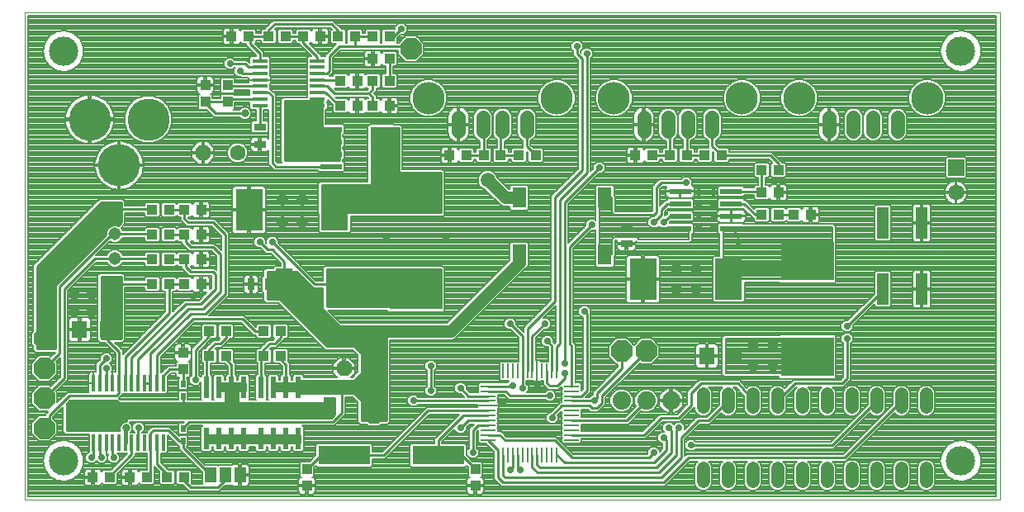
<source format=gtl>
G75*
G70*
%OFA0B0*%
%FSLAX24Y24*%
%IPPOS*%
%LPD*%
%AMOC8*
5,1,8,0,0,1.08239X$1,22.5*
%
%ADD10C,0.0000*%
%ADD11R,0.0433X0.0394*%
%ADD12R,0.0630X0.0709*%
%ADD13R,0.0870X0.0240*%
%ADD14C,0.0520*%
%ADD15C,0.0650*%
%ADD16R,0.0650X0.0650*%
%ADD17R,0.0515X0.0515*%
%ADD18C,0.0515*%
%ADD19R,0.0591X0.0098*%
%ADD20R,0.0098X0.0591*%
%ADD21R,0.0630X0.0157*%
%ADD22R,0.0157X0.0650*%
%ADD23R,0.0240X0.0870*%
%ADD24R,0.0630X0.0710*%
%ADD25R,0.0460X0.0630*%
%ADD26OC8,0.0850*%
%ADD27C,0.1700*%
%ADD28R,0.0394X0.0433*%
%ADD29R,0.0472X0.0315*%
%ADD30R,0.1102X0.1654*%
%ADD31R,0.0551X0.0827*%
%ADD32R,0.0315X0.0472*%
%ADD33R,0.2126X0.1575*%
%ADD34R,0.0500X0.0250*%
%ADD35R,0.0197X0.0276*%
%ADD36R,0.2100X0.0760*%
%ADD37C,0.0740*%
%ADD38R,0.0472X0.1260*%
%ADD39R,0.0709X0.1260*%
%ADD40OC8,0.0630*%
%ADD41C,0.0630*%
%ADD42C,0.0574*%
%ADD43C,0.1306*%
%ADD44C,0.1181*%
%ADD45C,0.0080*%
%ADD46C,0.0277*%
%ADD47C,0.0472*%
%ADD48C,0.0100*%
%ADD49C,0.0320*%
%ADD50C,0.0160*%
%ADD51C,0.0317*%
%ADD52C,0.0060*%
%ADD53C,0.0500*%
%ADD54C,0.0591*%
D10*
X001240Y001540D02*
X001240Y021225D01*
X040610Y021225D01*
X040610Y001540D01*
X001240Y001540D01*
D11*
X004005Y002440D03*
X004675Y002440D03*
X005505Y002440D03*
X006175Y002440D03*
X007005Y002440D03*
X007675Y002440D03*
X008705Y007340D03*
X009375Y007340D03*
X009375Y008340D03*
X008705Y008340D03*
X010905Y008340D03*
X011575Y008340D03*
X011575Y007340D03*
X010905Y007340D03*
X008375Y010240D03*
X007705Y010240D03*
X007075Y010240D03*
X006405Y010240D03*
X006405Y011240D03*
X007075Y011240D03*
X007705Y011240D03*
X008375Y011240D03*
X008375Y012240D03*
X007705Y012240D03*
X007075Y012240D03*
X006405Y012240D03*
X006405Y013240D03*
X007075Y013240D03*
X007705Y013240D03*
X008375Y013240D03*
X014005Y017440D03*
X014675Y017440D03*
X015305Y017440D03*
X015975Y017440D03*
X015975Y018440D03*
X015305Y018440D03*
X014675Y018440D03*
X014005Y018440D03*
X015305Y019340D03*
X015975Y019340D03*
X015975Y020240D03*
X015305Y020240D03*
X014575Y020240D03*
X013905Y020240D03*
X013175Y020240D03*
X012505Y020240D03*
X011775Y020240D03*
X011105Y020240D03*
X010275Y020240D03*
X009605Y020240D03*
X018405Y015440D03*
X019075Y015440D03*
X019788Y015438D03*
X020457Y015438D03*
X021205Y015440D03*
X021875Y015440D03*
X025905Y015440D03*
X026575Y015440D03*
X027305Y015440D03*
X027975Y015440D03*
X028705Y015440D03*
X029375Y015440D03*
X031005Y014840D03*
X031675Y014840D03*
X031675Y013940D03*
X031005Y013940D03*
X031005Y013040D03*
X031675Y013040D03*
X032305Y013040D03*
X032975Y013040D03*
D12*
X029891Y007340D03*
X028789Y007340D03*
D13*
X029770Y012490D03*
X029770Y012990D03*
X029770Y013490D03*
X029770Y013990D03*
X027710Y013990D03*
X027710Y013490D03*
X027710Y012990D03*
X027710Y012490D03*
X015670Y014990D03*
X015670Y015490D03*
X015670Y015990D03*
X015670Y016490D03*
X013610Y016490D03*
X013610Y015990D03*
X013610Y015490D03*
X013610Y014990D03*
D14*
X028640Y005800D02*
X028640Y005280D01*
X029640Y005280D02*
X029640Y005800D01*
X030640Y005800D02*
X030640Y005280D01*
X031640Y005280D02*
X031640Y005800D01*
X032640Y005800D02*
X032640Y005280D01*
X033640Y005280D02*
X033640Y005800D01*
X034640Y005800D02*
X034640Y005280D01*
X035640Y005280D02*
X035640Y005800D01*
X036640Y005800D02*
X036640Y005280D01*
X037640Y005280D02*
X037640Y005800D01*
X037640Y002800D02*
X037640Y002280D01*
X036640Y002280D02*
X036640Y002800D01*
X035640Y002800D02*
X035640Y002280D01*
X034640Y002280D02*
X034640Y002800D01*
X033640Y002800D02*
X033640Y002280D01*
X032640Y002280D02*
X032640Y002800D01*
X031640Y002800D02*
X031640Y002280D01*
X030640Y002280D02*
X030640Y002800D01*
X029640Y002800D02*
X029640Y002280D01*
X028640Y002280D02*
X028640Y002800D01*
D15*
X038840Y013940D03*
D16*
X038840Y014940D03*
D17*
X004883Y013276D03*
D18*
X004883Y012276D03*
X004883Y011276D03*
X004883Y010276D03*
D19*
X019947Y006123D03*
X019947Y005926D03*
X019947Y005729D03*
X019947Y005532D03*
X019947Y005335D03*
X019947Y005138D03*
X019947Y004942D03*
X019947Y004745D03*
X019947Y004548D03*
X019947Y004351D03*
X019947Y004154D03*
X019947Y003957D03*
X023333Y003957D03*
X023333Y004154D03*
X023333Y004351D03*
X023333Y004548D03*
X023333Y004745D03*
X023333Y004942D03*
X023333Y005138D03*
X023333Y005335D03*
X023333Y005532D03*
X023333Y005729D03*
X023333Y005926D03*
X023333Y006123D03*
D20*
X022723Y006733D03*
X022526Y006733D03*
X022329Y006733D03*
X022132Y006733D03*
X021935Y006733D03*
X021738Y006733D03*
X021542Y006733D03*
X021345Y006733D03*
X021148Y006733D03*
X020951Y006733D03*
X020754Y006733D03*
X020557Y006733D03*
X020557Y003347D03*
X020754Y003347D03*
X020951Y003347D03*
X021148Y003347D03*
X021345Y003347D03*
X021542Y003347D03*
X021738Y003347D03*
X021935Y003347D03*
X022132Y003347D03*
X022329Y003347D03*
X022526Y003347D03*
X022723Y003347D03*
D21*
X013062Y017464D03*
X013062Y017720D03*
X013062Y017976D03*
X013062Y018232D03*
X013062Y018488D03*
X013062Y018744D03*
X013062Y018999D03*
X013062Y019255D03*
X010739Y019255D03*
X010739Y018999D03*
X010739Y018744D03*
X010739Y018488D03*
X010739Y018232D03*
X010739Y017976D03*
X010739Y017720D03*
X010739Y017464D03*
D22*
X006847Y006241D03*
X006592Y006241D03*
X006336Y006241D03*
X006080Y006241D03*
X005824Y006241D03*
X005568Y006241D03*
X005312Y006241D03*
X005056Y006241D03*
X004800Y006241D03*
X004544Y006241D03*
X004288Y006241D03*
X004033Y006241D03*
X004033Y003839D03*
X004288Y003839D03*
X004544Y003839D03*
X004800Y003839D03*
X005056Y003839D03*
X005312Y003839D03*
X005568Y003839D03*
X005824Y003839D03*
X006080Y003839D03*
X006336Y003839D03*
X006592Y003839D03*
X006847Y003839D03*
D23*
X008590Y004010D03*
X009090Y004010D03*
X009590Y004010D03*
X010090Y004010D03*
X010790Y004010D03*
X011290Y004010D03*
X011790Y004010D03*
X012290Y004010D03*
X012290Y006070D03*
X011790Y006070D03*
X011290Y006070D03*
X010790Y006070D03*
X010090Y006070D03*
X009590Y006070D03*
X009090Y006070D03*
X008590Y006070D03*
D24*
X004590Y008411D03*
X003470Y008411D03*
D25*
X008740Y002540D03*
X009340Y002540D03*
X009940Y002540D03*
D26*
X015340Y005040D03*
X025340Y007540D03*
X026340Y007540D03*
X016840Y019740D03*
X002040Y008040D03*
X002040Y006840D03*
X002040Y005640D03*
X002040Y004427D03*
D27*
X005059Y015044D03*
X006240Y016894D03*
X003878Y016894D03*
D28*
X008540Y017605D03*
X009440Y017605D03*
X009440Y018275D03*
X008540Y018275D03*
X007640Y007475D03*
X007640Y006805D03*
X012640Y002775D03*
X012640Y002105D03*
X019440Y002105D03*
X019440Y002775D03*
D29*
X025540Y011886D03*
X025540Y012594D03*
X010740Y015886D03*
X010740Y016594D03*
D30*
X010308Y013240D03*
X013772Y013240D03*
X026208Y010440D03*
X029672Y010440D03*
D31*
X024672Y011440D03*
X021208Y011440D03*
X021208Y013740D03*
X024672Y013740D03*
D32*
X011094Y010240D03*
X010386Y010240D03*
D33*
X017040Y010011D03*
X017040Y013869D03*
X032840Y011169D03*
X032840Y007311D03*
D34*
X013540Y005917D03*
X013540Y005563D03*
D35*
X007640Y005714D03*
X007640Y006226D03*
X007640Y004416D03*
X007640Y003904D03*
D36*
X014140Y003340D03*
X017940Y003340D03*
D37*
X025340Y005540D03*
X026340Y005540D03*
X027340Y005540D03*
D38*
X035886Y010044D03*
X037460Y010044D03*
X037460Y012721D03*
X035886Y012721D03*
D39*
X013942Y010240D03*
X011738Y010240D03*
D40*
X014140Y006840D03*
X008450Y015549D03*
D41*
X009850Y015549D03*
X014140Y008240D03*
D42*
X018760Y016403D02*
X018760Y016977D01*
X019744Y016977D02*
X019744Y016403D01*
X020531Y016403D02*
X020531Y016977D01*
X021516Y016977D02*
X021516Y016403D01*
X026240Y016403D02*
X026240Y016977D01*
X027224Y016977D02*
X027224Y016403D01*
X028012Y016403D02*
X028012Y016977D01*
X028996Y016977D02*
X028996Y016403D01*
X033720Y016403D02*
X033720Y016977D01*
X034705Y016977D02*
X034705Y016403D01*
X035492Y016403D02*
X035492Y016977D01*
X036476Y016977D02*
X036476Y016403D01*
D43*
X037685Y017757D03*
X032512Y017757D03*
X030205Y017757D03*
X025031Y017757D03*
X022724Y017757D03*
X017551Y017757D03*
D44*
X002815Y019650D03*
X002815Y003115D03*
X039035Y003115D03*
X039035Y019650D03*
D45*
X038240Y019831D02*
X023779Y019831D01*
X023779Y019909D02*
X038257Y019909D01*
X038273Y019988D02*
X023730Y019988D01*
X023779Y019939D02*
X023639Y020079D01*
X023441Y020079D01*
X023301Y019939D01*
X023301Y019741D01*
X023390Y019652D01*
X023390Y019478D01*
X023590Y019278D01*
X023590Y014902D01*
X022490Y013802D01*
X022490Y009602D01*
X021392Y008504D01*
X021392Y008301D01*
X021079Y008613D01*
X021079Y008739D01*
X020939Y008879D01*
X020741Y008879D01*
X020601Y008739D01*
X020601Y008541D01*
X020741Y008401D01*
X020867Y008401D01*
X021190Y008078D01*
X021190Y007128D01*
X021057Y007128D01*
X021049Y007120D01*
X021042Y007128D01*
X020860Y007128D01*
X020853Y007120D01*
X020845Y007128D01*
X020664Y007128D01*
X020656Y007120D01*
X020648Y007128D01*
X020467Y007128D01*
X020408Y007070D01*
X020408Y006396D01*
X020467Y006338D01*
X020648Y006338D01*
X020656Y006345D01*
X020664Y006338D01*
X020800Y006338D01*
X020735Y006273D01*
X019885Y006273D01*
X019884Y006272D01*
X019610Y006272D01*
X019552Y006213D01*
X019552Y006032D01*
X019560Y006024D01*
X019552Y006016D01*
X019552Y005879D01*
X019213Y005879D01*
X019079Y006013D01*
X019079Y006139D01*
X018939Y006279D01*
X018741Y006279D01*
X018601Y006139D01*
X018601Y005941D01*
X018741Y005801D01*
X018867Y005801D01*
X018986Y005682D01*
X017136Y005682D01*
X017039Y005779D01*
X016841Y005779D01*
X016701Y005639D01*
X016701Y005441D01*
X016841Y005301D01*
X017039Y005301D01*
X017120Y005382D01*
X019512Y005382D01*
X019512Y005335D01*
X019512Y005288D01*
X017476Y005288D01*
X015678Y003490D01*
X015290Y003490D01*
X015290Y003761D01*
X015231Y003820D01*
X013049Y003820D01*
X012990Y003761D01*
X012990Y003337D01*
X012744Y003091D01*
X012402Y003091D01*
X012343Y003033D01*
X012343Y002517D01*
X012402Y002458D01*
X012411Y002458D01*
X012389Y002452D01*
X012357Y002434D01*
X012331Y002408D01*
X012313Y002376D01*
X012303Y002340D01*
X012303Y002145D01*
X012600Y002145D01*
X012600Y002065D01*
X012680Y002065D01*
X012680Y001749D01*
X012855Y001749D01*
X012891Y001758D01*
X012923Y001777D01*
X012949Y001803D01*
X012967Y001835D01*
X012977Y001870D01*
X012977Y002065D01*
X012680Y002065D01*
X012680Y002145D01*
X012977Y002145D01*
X012977Y002340D01*
X012967Y002376D01*
X012949Y002408D01*
X012923Y002434D01*
X012891Y002452D01*
X012869Y002458D01*
X012878Y002458D01*
X012937Y002517D01*
X012937Y002859D01*
X012993Y002916D01*
X013049Y002860D01*
X015231Y002860D01*
X015290Y002919D01*
X015290Y003190D01*
X015802Y003190D01*
X015890Y003278D01*
X017601Y004988D01*
X018776Y004988D01*
X017878Y004090D01*
X017790Y004002D01*
X017790Y003820D01*
X016849Y003820D01*
X016790Y003761D01*
X016790Y002919D01*
X016849Y002860D01*
X019031Y002860D01*
X019087Y002916D01*
X019143Y002859D01*
X019143Y002517D01*
X019202Y002458D01*
X019211Y002458D01*
X019189Y002452D01*
X019157Y002434D01*
X019131Y002408D01*
X019113Y002376D01*
X019103Y002340D01*
X019103Y002145D01*
X019400Y002145D01*
X019400Y002065D01*
X019480Y002065D01*
X019480Y001749D01*
X019655Y001749D01*
X019691Y001758D01*
X019723Y001777D01*
X019749Y001803D01*
X019767Y001835D01*
X019777Y001870D01*
X019777Y002065D01*
X019480Y002065D01*
X019480Y002145D01*
X019777Y002145D01*
X019777Y002340D01*
X019767Y002376D01*
X019749Y002408D01*
X019723Y002434D01*
X019691Y002452D01*
X019669Y002458D01*
X019678Y002458D01*
X019737Y002517D01*
X019737Y003033D01*
X019678Y003091D01*
X019336Y003091D01*
X019090Y003337D01*
X019090Y003761D01*
X019031Y003820D01*
X018090Y003820D01*
X018090Y003878D01*
X018601Y004389D01*
X018601Y004341D01*
X018741Y004201D01*
X018939Y004201D01*
X019079Y004341D01*
X019079Y004467D01*
X019207Y004595D01*
X019383Y004595D01*
X019190Y004402D01*
X019190Y003628D01*
X019101Y003539D01*
X019101Y003341D01*
X019241Y003201D01*
X019439Y003201D01*
X019579Y003341D01*
X019579Y003539D01*
X019490Y003628D01*
X019490Y004278D01*
X019552Y004340D01*
X019552Y004260D01*
X019560Y004253D01*
X019552Y004245D01*
X019552Y004064D01*
X019560Y004056D01*
X019552Y004048D01*
X019552Y003867D01*
X019610Y003808D01*
X019860Y003808D01*
X020190Y003478D01*
X020190Y002378D01*
X020478Y002090D01*
X027102Y002090D01*
X028102Y003090D01*
X028421Y003090D01*
X028335Y003004D01*
X028280Y002872D01*
X028280Y002208D01*
X028335Y002076D01*
X028436Y001975D01*
X028568Y001920D01*
X028712Y001920D01*
X028844Y001975D01*
X028945Y002076D01*
X029000Y002208D01*
X029000Y002872D01*
X028945Y003004D01*
X028859Y003090D01*
X029421Y003090D01*
X029335Y003004D01*
X029280Y002872D01*
X029280Y002208D01*
X029335Y002076D01*
X029436Y001975D01*
X029568Y001920D01*
X029712Y001920D01*
X029844Y001975D01*
X029945Y002076D01*
X030000Y002208D01*
X030000Y002872D01*
X029945Y003004D01*
X029859Y003090D01*
X030421Y003090D01*
X030335Y003004D01*
X030280Y002872D01*
X030280Y002208D01*
X030335Y002076D01*
X030436Y001975D01*
X030568Y001920D01*
X030712Y001920D01*
X030844Y001975D01*
X030945Y002076D01*
X031000Y002208D01*
X031000Y002872D01*
X030945Y003004D01*
X030859Y003090D01*
X031421Y003090D01*
X031335Y003004D01*
X031280Y002872D01*
X031280Y002208D01*
X031335Y002076D01*
X031436Y001975D01*
X031568Y001920D01*
X031712Y001920D01*
X031844Y001975D01*
X031945Y002076D01*
X032000Y002208D01*
X032000Y002872D01*
X031945Y003004D01*
X031859Y003090D01*
X032421Y003090D01*
X032335Y003004D01*
X032280Y002872D01*
X032280Y002208D01*
X032335Y002076D01*
X032436Y001975D01*
X032568Y001920D01*
X032712Y001920D01*
X032844Y001975D01*
X032945Y002076D01*
X033000Y002208D01*
X033000Y002872D01*
X032945Y003004D01*
X032859Y003090D01*
X033421Y003090D01*
X033335Y003004D01*
X033280Y002872D01*
X033280Y002208D01*
X033335Y002076D01*
X033436Y001975D01*
X033568Y001920D01*
X033712Y001920D01*
X033844Y001975D01*
X033945Y002076D01*
X034000Y002208D01*
X034000Y002872D01*
X033945Y003004D01*
X033859Y003090D01*
X034402Y003090D01*
X036362Y005049D01*
X036436Y004975D01*
X036568Y004920D01*
X036712Y004920D01*
X036844Y004975D01*
X036945Y005076D01*
X037000Y005208D01*
X037000Y005872D01*
X036945Y006004D01*
X036844Y006105D01*
X036712Y006160D01*
X036568Y006160D01*
X036436Y006105D01*
X036335Y006004D01*
X036280Y005872D01*
X036280Y005392D01*
X034278Y003390D01*
X027978Y003390D01*
X027890Y003302D01*
X027890Y003978D01*
X028502Y004590D01*
X028902Y004590D01*
X029362Y005049D01*
X029436Y004975D01*
X029568Y004920D01*
X029712Y004920D01*
X029844Y004975D01*
X029945Y005076D01*
X030000Y005208D01*
X030000Y005872D01*
X029945Y006004D01*
X029859Y006090D01*
X029971Y006090D01*
X030280Y005730D01*
X030280Y005208D01*
X030335Y005076D01*
X030436Y004975D01*
X030568Y004920D01*
X030712Y004920D01*
X030844Y004975D01*
X030945Y005076D01*
X031000Y005208D01*
X031000Y005872D01*
X030945Y006004D01*
X030844Y006105D01*
X030712Y006160D01*
X030568Y006160D01*
X030436Y006105D01*
X030391Y006061D01*
X030190Y006295D01*
X030190Y006302D01*
X030150Y006342D01*
X030113Y006385D01*
X030107Y006385D01*
X030102Y006390D01*
X030046Y006390D01*
X029990Y006394D01*
X029985Y006390D01*
X028478Y006390D01*
X028390Y006302D01*
X027990Y005902D01*
X027990Y005402D01*
X027578Y004990D01*
X026878Y004990D01*
X026790Y004902D01*
X026192Y004304D01*
X023728Y004304D01*
X023728Y004442D01*
X023720Y004449D01*
X023728Y004457D01*
X023728Y004595D01*
X025607Y004595D01*
X026130Y005118D01*
X026247Y005070D01*
X026433Y005070D01*
X026606Y005142D01*
X026738Y005274D01*
X026810Y005447D01*
X026810Y005633D01*
X026738Y005806D01*
X026606Y005938D01*
X026433Y006010D01*
X026247Y006010D01*
X026074Y005938D01*
X025942Y005806D01*
X025870Y005633D01*
X025870Y005447D01*
X025918Y005330D01*
X025483Y004895D01*
X023728Y004895D01*
X023728Y005032D01*
X023720Y005040D01*
X023728Y005048D01*
X023728Y005185D01*
X023983Y005185D01*
X023990Y005178D01*
X024078Y005090D01*
X024402Y005090D01*
X024690Y005378D01*
X024690Y005678D01*
X026075Y007063D01*
X026123Y007015D01*
X026557Y007015D01*
X026865Y007323D01*
X026865Y007757D01*
X026557Y008065D01*
X026123Y008065D01*
X025840Y007782D01*
X025557Y008065D01*
X025123Y008065D01*
X024815Y007757D01*
X024815Y007323D01*
X025123Y007015D01*
X025190Y007015D01*
X025190Y006902D01*
X024278Y005990D01*
X024190Y005902D01*
X024190Y005779D01*
X023991Y005779D01*
X024002Y005790D02*
X024090Y005878D01*
X024090Y009102D01*
X024079Y009113D01*
X024079Y009239D01*
X023939Y009379D01*
X023741Y009379D01*
X023601Y009239D01*
X023601Y009041D01*
X023741Y008901D01*
X023790Y008901D01*
X023790Y006002D01*
X023728Y005940D01*
X023728Y006016D01*
X023720Y006024D01*
X023728Y006032D01*
X023728Y006213D01*
X023670Y006272D01*
X023483Y006272D01*
X023483Y007809D01*
X023390Y007902D01*
X023390Y011678D01*
X024113Y012401D01*
X024239Y012401D01*
X024300Y012462D01*
X024300Y011898D01*
X024297Y011895D01*
X024297Y010985D01*
X024355Y010927D01*
X024989Y010927D01*
X025048Y010985D01*
X025048Y011350D01*
X025080Y011382D01*
X025080Y011982D01*
X025098Y012000D01*
X025164Y012000D01*
X025164Y011924D01*
X025501Y011924D01*
X025501Y011847D01*
X025164Y011847D01*
X025164Y011710D01*
X025173Y011674D01*
X025192Y011642D01*
X025218Y011616D01*
X025250Y011598D01*
X025285Y011588D01*
X025501Y011588D01*
X025501Y011847D01*
X025579Y011847D01*
X025579Y011924D01*
X025916Y011924D01*
X025916Y011966D01*
X025982Y011900D01*
X028098Y011900D01*
X028180Y011982D01*
X028180Y012270D01*
X028186Y012270D01*
X028245Y012329D01*
X028245Y012651D01*
X028186Y012710D01*
X027279Y012710D01*
X027279Y012767D01*
X027282Y012770D01*
X028186Y012770D01*
X028245Y012829D01*
X028245Y013151D01*
X028186Y013210D01*
X027234Y013210D01*
X027175Y013151D01*
X027175Y013087D01*
X027090Y013002D01*
X027090Y013178D01*
X027208Y013296D01*
X027234Y013270D01*
X028186Y013270D01*
X028245Y013329D01*
X028245Y013651D01*
X028186Y013710D01*
X027234Y013710D01*
X027175Y013651D01*
X027175Y013640D01*
X027128Y013640D01*
X026890Y013402D01*
X026890Y014078D01*
X027002Y014190D01*
X027160Y014190D01*
X027145Y014164D01*
X027135Y014128D01*
X027135Y014010D01*
X027690Y014010D01*
X027690Y013970D01*
X027730Y013970D01*
X027730Y014010D01*
X028285Y014010D01*
X028285Y014128D01*
X028275Y014164D01*
X028257Y014196D01*
X028231Y014222D01*
X028199Y014240D01*
X028179Y014246D01*
X028179Y014439D01*
X028039Y014579D01*
X027841Y014579D01*
X027752Y014490D01*
X026878Y014490D01*
X026790Y014402D01*
X026590Y014202D01*
X026590Y013202D01*
X026568Y013180D01*
X025098Y013180D01*
X025080Y013198D01*
X025080Y013798D01*
X025048Y013830D01*
X025048Y014195D01*
X024989Y014253D01*
X024355Y014253D01*
X024297Y014195D01*
X024297Y013285D01*
X024300Y013282D01*
X024300Y012818D01*
X024239Y012879D01*
X024041Y012879D01*
X023901Y012739D01*
X023901Y012613D01*
X023190Y011902D01*
X023190Y013478D01*
X024413Y014701D01*
X024539Y014701D01*
X024679Y014841D01*
X024679Y015039D01*
X024539Y015179D01*
X024341Y015179D01*
X024201Y015039D01*
X024201Y014913D01*
X024090Y014802D01*
X024090Y019352D01*
X024179Y019441D01*
X024179Y019639D01*
X024039Y019779D01*
X023841Y019779D01*
X023701Y019639D01*
X023701Y019591D01*
X023690Y019602D01*
X023690Y019652D01*
X023779Y019741D01*
X023779Y019939D01*
X023652Y020066D02*
X038329Y020066D01*
X038274Y019989D02*
X038202Y019650D01*
X038274Y019311D01*
X038477Y019031D01*
X038778Y018857D01*
X039122Y018821D01*
X039452Y018928D01*
X039710Y019160D01*
X039851Y019477D01*
X039851Y019824D01*
X039710Y020140D01*
X039452Y020372D01*
X039122Y020479D01*
X038778Y020443D01*
X038477Y020270D01*
X038274Y019989D01*
X038386Y020145D02*
X017178Y020145D01*
X017099Y020223D02*
X038443Y020223D01*
X038532Y020302D02*
X016539Y020302D01*
X016539Y020301D02*
X016679Y020441D01*
X016679Y020639D01*
X016539Y020779D01*
X016341Y020779D01*
X016201Y020639D01*
X016201Y020537D01*
X014055Y020537D01*
X013702Y020890D01*
X011278Y020890D01*
X011190Y020802D01*
X010955Y020567D01*
X010955Y020537D01*
X009920Y020537D01*
X009908Y020549D02*
X009876Y020567D01*
X009840Y020577D01*
X009645Y020577D01*
X009645Y020280D01*
X009565Y020280D01*
X009565Y020200D01*
X009249Y020200D01*
X009249Y020025D01*
X009258Y019989D01*
X009277Y019957D01*
X009303Y019931D01*
X009335Y019913D01*
X009370Y019903D01*
X009565Y019903D01*
X009565Y020200D01*
X009645Y020200D01*
X009645Y019903D01*
X009840Y019903D01*
X009876Y019913D01*
X009908Y019931D01*
X009934Y019957D01*
X009952Y019989D01*
X009958Y020011D01*
X009958Y020002D01*
X010017Y019943D01*
X010190Y019943D01*
X010190Y019878D01*
X010589Y019479D01*
X010589Y019434D01*
X010383Y019434D01*
X010324Y019376D01*
X010324Y019168D01*
X010290Y019202D01*
X010202Y019290D01*
X009728Y019290D01*
X009639Y019379D01*
X009613Y019379D01*
X009602Y019390D01*
X009478Y019390D01*
X009467Y019379D01*
X009441Y019379D01*
X009301Y019239D01*
X009301Y019041D01*
X009441Y018901D01*
X009639Y018901D01*
X009728Y018990D01*
X009752Y018990D01*
X009701Y018939D01*
X009701Y018741D01*
X009841Y018601D01*
X009974Y018601D01*
X009981Y018594D01*
X009985Y018594D01*
X009987Y018591D01*
X010046Y018594D01*
X010287Y018594D01*
X010284Y018585D01*
X010284Y018488D01*
X010739Y018488D01*
X010739Y018488D01*
X010284Y018488D01*
X010284Y018390D01*
X010287Y018382D01*
X009737Y018382D01*
X009737Y018533D01*
X009678Y018591D01*
X009202Y018591D01*
X009143Y018533D01*
X009143Y018017D01*
X009202Y017958D01*
X009678Y017958D01*
X009737Y018017D01*
X009737Y018082D01*
X010324Y018082D01*
X010324Y017870D01*
X009730Y017870D01*
X009678Y017922D01*
X009202Y017922D01*
X009143Y017863D01*
X009143Y017755D01*
X008837Y017755D01*
X008837Y017863D01*
X008778Y017922D01*
X008769Y017922D01*
X008791Y017928D01*
X008823Y017946D01*
X008849Y017972D01*
X008867Y018004D01*
X008877Y018040D01*
X008877Y018235D01*
X008580Y018235D01*
X008580Y018315D01*
X008500Y018315D01*
X008500Y018631D01*
X008325Y018631D01*
X008289Y018622D01*
X008257Y018603D01*
X008231Y018577D01*
X008213Y018545D01*
X008203Y018510D01*
X008203Y018315D01*
X008500Y018315D01*
X008500Y018235D01*
X008203Y018235D01*
X008203Y018040D01*
X008213Y018004D01*
X008231Y017972D01*
X008257Y017946D01*
X008289Y017928D01*
X008311Y017922D01*
X008302Y017922D01*
X008243Y017863D01*
X008243Y017347D01*
X008302Y017289D01*
X008579Y017289D01*
X008878Y016990D01*
X009925Y016990D01*
X009994Y016921D01*
X010089Y016882D01*
X010191Y016882D01*
X010286Y016921D01*
X010359Y016994D01*
X010398Y017089D01*
X010398Y017191D01*
X010359Y017286D01*
X010286Y017359D01*
X010191Y017398D01*
X010089Y017398D01*
X009994Y017359D01*
X009925Y017290D01*
X009679Y017290D01*
X009737Y017347D01*
X009737Y017570D01*
X010324Y017570D01*
X010324Y017344D01*
X010383Y017285D01*
X010589Y017285D01*
X010589Y016852D01*
X010462Y016852D01*
X010404Y016793D01*
X010404Y016395D01*
X010462Y016337D01*
X011018Y016337D01*
X011076Y016395D01*
X011076Y016793D01*
X011018Y016852D01*
X010889Y016852D01*
X010889Y017285D01*
X011090Y017285D01*
X011090Y016126D01*
X011088Y016129D01*
X011062Y016155D01*
X011030Y016174D01*
X010995Y016183D01*
X010779Y016183D01*
X010779Y015924D01*
X010701Y015924D01*
X010701Y015847D01*
X010364Y015847D01*
X010364Y015710D01*
X010373Y015674D01*
X010392Y015642D01*
X010418Y015616D01*
X010450Y015598D01*
X010485Y015588D01*
X010701Y015588D01*
X010701Y015847D01*
X010779Y015847D01*
X010779Y015588D01*
X010995Y015588D01*
X011030Y015598D01*
X011062Y015616D01*
X011088Y015642D01*
X011090Y015645D01*
X011090Y015078D01*
X011178Y014990D01*
X011328Y014840D01*
X013075Y014840D01*
X013075Y014829D01*
X013134Y014770D01*
X014086Y014770D01*
X014145Y014829D01*
X014145Y015151D01*
X014090Y015206D01*
X014090Y015274D01*
X014145Y015329D01*
X014145Y015651D01*
X014090Y015706D01*
X014090Y015774D01*
X014145Y015829D01*
X014145Y016151D01*
X014090Y016206D01*
X014090Y016274D01*
X014145Y016329D01*
X014145Y016651D01*
X014086Y016710D01*
X013390Y016710D01*
X013390Y017285D01*
X013418Y017285D01*
X013477Y017344D01*
X013477Y017584D01*
X013469Y017592D01*
X013477Y017600D01*
X013477Y017691D01*
X013689Y017479D01*
X013689Y017202D01*
X013747Y017143D01*
X014263Y017143D01*
X014322Y017202D01*
X014322Y017211D01*
X014328Y017189D01*
X014346Y017157D01*
X014372Y017131D01*
X014404Y017113D01*
X014440Y017103D01*
X014635Y017103D01*
X014635Y017400D01*
X014715Y017400D01*
X014715Y017103D01*
X014910Y017103D01*
X014945Y017113D01*
X014977Y017131D01*
X015003Y017157D01*
X015014Y017176D01*
X015047Y017143D01*
X015563Y017143D01*
X015622Y017202D01*
X015622Y017211D01*
X015628Y017189D01*
X015646Y017157D01*
X015672Y017131D01*
X015704Y017113D01*
X015740Y017103D01*
X015935Y017103D01*
X015935Y017400D01*
X016015Y017400D01*
X016015Y017480D01*
X016331Y017480D01*
X016331Y017655D01*
X016322Y017691D01*
X016303Y017723D01*
X016277Y017749D01*
X016245Y017767D01*
X016210Y017777D01*
X016015Y017777D01*
X016015Y017480D01*
X015935Y017480D01*
X015935Y017777D01*
X015740Y017777D01*
X015704Y017767D01*
X015672Y017749D01*
X015646Y017723D01*
X015628Y017691D01*
X015622Y017669D01*
X015622Y017678D01*
X015563Y017737D01*
X015455Y017737D01*
X015455Y017837D01*
X015352Y017940D01*
X015455Y018043D01*
X015455Y018143D01*
X015563Y018143D01*
X015622Y018202D01*
X015622Y018678D01*
X015563Y018737D01*
X015047Y018737D01*
X015014Y018704D01*
X015003Y018723D01*
X014977Y018749D01*
X014945Y018767D01*
X014910Y018777D01*
X014715Y018777D01*
X014715Y018480D01*
X014635Y018480D01*
X014635Y018777D01*
X014440Y018777D01*
X014404Y018767D01*
X014372Y018749D01*
X014346Y018723D01*
X014328Y018691D01*
X014322Y018669D01*
X014322Y018678D01*
X014263Y018737D01*
X013747Y018737D01*
X013689Y018678D01*
X013689Y018638D01*
X013550Y018638D01*
X013602Y018690D01*
X013690Y018778D01*
X013690Y019378D01*
X014002Y019690D01*
X016315Y019690D01*
X016315Y019523D01*
X016623Y019215D01*
X017057Y019215D01*
X017365Y019523D01*
X017365Y019957D01*
X017057Y020265D01*
X016623Y020265D01*
X016348Y019990D01*
X016279Y019990D01*
X016291Y020002D01*
X016291Y020179D01*
X016413Y020301D01*
X016539Y020301D01*
X016581Y020223D02*
X016335Y020223D01*
X016291Y020145D02*
X016502Y020145D01*
X016424Y020066D02*
X016291Y020066D01*
X016315Y019674D02*
X015553Y019674D01*
X015540Y019677D02*
X015576Y019667D01*
X015608Y019649D01*
X015634Y019623D01*
X015652Y019591D01*
X015658Y019569D01*
X015658Y019578D01*
X015717Y019637D01*
X016233Y019637D01*
X016291Y019578D01*
X016291Y019102D01*
X016233Y019043D01*
X016125Y019043D01*
X016125Y018737D01*
X016233Y018737D01*
X016291Y018678D01*
X016291Y018202D01*
X016233Y018143D01*
X015717Y018143D01*
X015658Y018202D01*
X015658Y018678D01*
X015717Y018737D01*
X015825Y018737D01*
X015825Y019043D01*
X015717Y019043D01*
X015658Y019102D01*
X015658Y019111D01*
X015652Y019089D01*
X015634Y019057D01*
X015608Y019031D01*
X015576Y019013D01*
X015540Y019003D01*
X015345Y019003D01*
X015345Y019300D01*
X015265Y019300D01*
X014949Y019300D01*
X014949Y019125D01*
X014958Y019089D01*
X014977Y019057D01*
X015003Y019031D01*
X015035Y019013D01*
X015070Y019003D01*
X015265Y019003D01*
X015265Y019300D01*
X015265Y019380D01*
X014949Y019380D01*
X014949Y019555D01*
X014958Y019591D01*
X014977Y019623D01*
X015003Y019649D01*
X015035Y019667D01*
X015070Y019677D01*
X015265Y019677D01*
X015265Y019380D01*
X015345Y019380D01*
X015345Y019677D01*
X015540Y019677D01*
X015650Y019595D02*
X015675Y019595D01*
X015345Y019595D02*
X015265Y019595D01*
X015265Y019517D02*
X015345Y019517D01*
X015345Y019438D02*
X015265Y019438D01*
X015265Y019360D02*
X013690Y019360D01*
X013690Y019281D02*
X014949Y019281D01*
X014949Y019203D02*
X013690Y019203D01*
X013690Y019124D02*
X014949Y019124D01*
X014988Y019046D02*
X013690Y019046D01*
X013690Y018967D02*
X015825Y018967D01*
X015825Y018889D02*
X013690Y018889D01*
X013690Y018810D02*
X015825Y018810D01*
X015711Y018732D02*
X015569Y018732D01*
X015622Y018653D02*
X015658Y018653D01*
X015658Y018575D02*
X015622Y018575D01*
X015622Y018496D02*
X015658Y018496D01*
X015658Y018418D02*
X015622Y018418D01*
X015622Y018339D02*
X015658Y018339D01*
X015658Y018261D02*
X015622Y018261D01*
X015602Y018182D02*
X015678Y018182D01*
X015455Y018104D02*
X016880Y018104D01*
X016913Y018182D02*
X016272Y018182D01*
X016291Y018261D02*
X016990Y018261D01*
X016913Y018183D02*
X017125Y018395D01*
X017401Y018509D01*
X017701Y018509D01*
X017977Y018395D01*
X018189Y018183D01*
X018304Y017906D01*
X018304Y017607D01*
X018189Y017330D01*
X017977Y017118D01*
X017701Y017004D01*
X017401Y017004D01*
X017125Y017118D01*
X016913Y017330D01*
X016798Y017607D01*
X016798Y017906D01*
X016913Y018183D01*
X016847Y018025D02*
X015437Y018025D01*
X015359Y017947D02*
X016815Y017947D01*
X016798Y017868D02*
X015424Y017868D01*
X015455Y017790D02*
X016798Y017790D01*
X016798Y017711D02*
X016310Y017711D01*
X016331Y017633D02*
X016798Y017633D01*
X016820Y017554D02*
X016331Y017554D01*
X016331Y017400D02*
X016015Y017400D01*
X016015Y017103D01*
X016210Y017103D01*
X016245Y017113D01*
X016277Y017131D01*
X016303Y017157D01*
X016322Y017189D01*
X016331Y017225D01*
X016331Y017400D01*
X016331Y017397D02*
X016885Y017397D01*
X016853Y017476D02*
X016015Y017476D01*
X016015Y017554D02*
X015935Y017554D01*
X015935Y017633D02*
X016015Y017633D01*
X016015Y017711D02*
X015935Y017711D01*
X015639Y017711D02*
X015589Y017711D01*
X015131Y017737D02*
X015047Y017737D01*
X015014Y017704D01*
X015003Y017723D01*
X014977Y017749D01*
X014945Y017767D01*
X014910Y017777D01*
X014715Y017777D01*
X014715Y017480D01*
X014635Y017480D01*
X014635Y017777D01*
X014440Y017777D01*
X014404Y017767D01*
X014372Y017749D01*
X014346Y017723D01*
X014328Y017691D01*
X014322Y017669D01*
X014322Y017678D01*
X014263Y017737D01*
X013855Y017737D01*
X013802Y017790D01*
X015078Y017790D01*
X015131Y017737D01*
X015078Y017790D02*
X013803Y017790D01*
X013802Y018090D02*
X015078Y018090D01*
X015131Y018143D01*
X015047Y018143D01*
X015014Y018176D01*
X015003Y018157D01*
X014977Y018131D01*
X014945Y018113D01*
X014910Y018103D01*
X014715Y018103D01*
X014715Y018400D01*
X014635Y018400D01*
X014635Y018103D01*
X014440Y018103D01*
X014404Y018113D01*
X014372Y018131D01*
X014346Y018157D01*
X014328Y018189D01*
X014322Y018211D01*
X014322Y018202D01*
X014263Y018143D01*
X013749Y018143D01*
X013802Y018090D01*
X013789Y018104D02*
X014438Y018104D01*
X014332Y018182D02*
X014302Y018182D01*
X014635Y018182D02*
X014715Y018182D01*
X014715Y018104D02*
X014635Y018104D01*
X014635Y018261D02*
X014715Y018261D01*
X014715Y018339D02*
X014635Y018339D01*
X014635Y018496D02*
X014715Y018496D01*
X014715Y018575D02*
X014635Y018575D01*
X014635Y018653D02*
X014715Y018653D01*
X014715Y018732D02*
X014635Y018732D01*
X014355Y018732D02*
X014269Y018732D01*
X014122Y018488D02*
X014005Y018440D01*
X013689Y018653D02*
X013565Y018653D01*
X013644Y018732D02*
X013742Y018732D01*
X012655Y018616D02*
X012647Y018608D01*
X012647Y018367D01*
X012655Y018360D01*
X012647Y018352D01*
X012647Y018112D01*
X012655Y018104D01*
X012647Y018096D01*
X012647Y017856D01*
X012655Y017848D01*
X012647Y017840D01*
X012647Y017790D01*
X011678Y017790D01*
X011590Y017702D01*
X011590Y015178D01*
X011628Y015140D01*
X011452Y015140D01*
X011390Y015202D01*
X011390Y017902D01*
X011166Y018126D01*
X011154Y018126D01*
X011154Y018311D01*
X011166Y018323D01*
X011185Y018355D01*
X011194Y018390D01*
X011194Y018488D01*
X011194Y018585D01*
X011185Y018620D01*
X011166Y018652D01*
X011154Y018664D01*
X011154Y018864D01*
X011146Y018871D01*
X011154Y018879D01*
X011154Y019120D01*
X011146Y019127D01*
X011154Y019135D01*
X011154Y019376D01*
X011096Y019434D01*
X010889Y019434D01*
X010889Y019603D01*
X010541Y019951D01*
X010591Y020002D01*
X010591Y020090D01*
X010789Y020090D01*
X010789Y020002D01*
X010847Y019943D01*
X011363Y019943D01*
X011422Y020002D01*
X011422Y020478D01*
X011363Y020537D01*
X011349Y020537D01*
X011402Y020590D01*
X013578Y020590D01*
X013639Y020529D01*
X013589Y020478D01*
X013589Y020002D01*
X013647Y019943D01*
X013831Y019943D01*
X013790Y019902D01*
X013478Y019590D01*
X013390Y019502D01*
X013390Y019434D01*
X013212Y019434D01*
X013212Y019480D01*
X012749Y019943D01*
X012763Y019943D01*
X012822Y020002D01*
X012822Y020011D01*
X012828Y019989D01*
X012846Y019957D01*
X012872Y019931D01*
X012904Y019913D01*
X012940Y019903D01*
X013135Y019903D01*
X013135Y020200D01*
X013215Y020200D01*
X013215Y020280D01*
X013531Y020280D01*
X013531Y020455D01*
X013522Y020491D01*
X013503Y020523D01*
X013477Y020549D01*
X013445Y020567D01*
X013410Y020577D01*
X013215Y020577D01*
X013215Y020280D01*
X013135Y020280D01*
X013135Y020577D01*
X012940Y020577D01*
X012904Y020567D01*
X012872Y020549D01*
X012846Y020523D01*
X012828Y020491D01*
X012822Y020469D01*
X012822Y020478D01*
X012763Y020537D01*
X012247Y020537D01*
X012189Y020478D01*
X012189Y020390D01*
X012091Y020390D01*
X012091Y020478D01*
X012033Y020537D01*
X011517Y020537D01*
X011458Y020478D01*
X011458Y020002D01*
X011517Y019943D01*
X012033Y019943D01*
X012091Y020002D01*
X012091Y020090D01*
X012189Y020090D01*
X012189Y020002D01*
X012247Y019943D01*
X012355Y019943D01*
X012355Y019913D01*
X012443Y019825D01*
X012834Y019434D01*
X012706Y019434D01*
X012647Y019376D01*
X012647Y019135D01*
X012655Y019127D01*
X012647Y019120D01*
X012647Y018879D01*
X012655Y018871D01*
X012647Y018864D01*
X012647Y018623D01*
X012655Y018616D01*
X012647Y018653D02*
X011165Y018653D01*
X011154Y018732D02*
X012647Y018732D01*
X012647Y018810D02*
X011154Y018810D01*
X011154Y018889D02*
X012647Y018889D01*
X012647Y018967D02*
X011154Y018967D01*
X011154Y019046D02*
X012647Y019046D01*
X012652Y019124D02*
X011150Y019124D01*
X011154Y019203D02*
X012647Y019203D01*
X012647Y019281D02*
X011154Y019281D01*
X011154Y019360D02*
X012647Y019360D01*
X012751Y019517D02*
X010889Y019517D01*
X010889Y019595D02*
X012673Y019595D01*
X012594Y019674D02*
X010819Y019674D01*
X010740Y019752D02*
X012516Y019752D01*
X012437Y019831D02*
X010662Y019831D01*
X010583Y019909D02*
X012359Y019909D01*
X012203Y019988D02*
X012077Y019988D01*
X012091Y020066D02*
X012189Y020066D01*
X012783Y019909D02*
X012918Y019909D01*
X012862Y019831D02*
X013718Y019831D01*
X013797Y019909D02*
X013432Y019909D01*
X013445Y019913D02*
X013477Y019931D01*
X013503Y019957D01*
X013522Y019989D01*
X013531Y020025D01*
X013531Y020200D01*
X013215Y020200D01*
X013215Y019903D01*
X013410Y019903D01*
X013445Y019913D01*
X013521Y019988D02*
X013603Y019988D01*
X013589Y020066D02*
X013531Y020066D01*
X013531Y020145D02*
X013589Y020145D01*
X013589Y020223D02*
X013215Y020223D01*
X013215Y020145D02*
X013135Y020145D01*
X013135Y020066D02*
X013215Y020066D01*
X013215Y019988D02*
X013135Y019988D01*
X013135Y019909D02*
X013215Y019909D01*
X013019Y019674D02*
X013561Y019674D01*
X013640Y019752D02*
X012940Y019752D01*
X013097Y019595D02*
X013483Y019595D01*
X013404Y019517D02*
X013176Y019517D01*
X013212Y019438D02*
X013390Y019438D01*
X013750Y019438D02*
X014949Y019438D01*
X014949Y019517D02*
X013829Y019517D01*
X013907Y019595D02*
X014961Y019595D01*
X015058Y019674D02*
X013986Y019674D01*
X014210Y019990D02*
X014222Y020002D01*
X014222Y020478D01*
X014163Y020537D01*
X014055Y020537D01*
X013977Y020616D02*
X016201Y020616D01*
X016201Y020537D02*
X015717Y020537D01*
X015658Y020478D01*
X015658Y020002D01*
X015670Y019990D01*
X015610Y019990D01*
X015622Y020002D01*
X015622Y020478D01*
X015563Y020537D01*
X015047Y020537D01*
X014989Y020478D01*
X014989Y020390D01*
X014891Y020390D01*
X014891Y020478D01*
X014833Y020537D01*
X014317Y020537D01*
X014258Y020478D01*
X014258Y020002D01*
X014270Y019990D01*
X014210Y019990D01*
X014222Y020066D02*
X014258Y020066D01*
X014258Y020145D02*
X014222Y020145D01*
X014222Y020223D02*
X014258Y020223D01*
X014258Y020302D02*
X014222Y020302D01*
X014222Y020380D02*
X014258Y020380D01*
X014258Y020459D02*
X014222Y020459D01*
X013898Y020694D02*
X016256Y020694D01*
X016335Y020773D02*
X013820Y020773D01*
X013741Y020851D02*
X040470Y020851D01*
X040470Y020773D02*
X016545Y020773D01*
X016624Y020694D02*
X040470Y020694D01*
X040470Y020616D02*
X016679Y020616D01*
X016679Y020537D02*
X040470Y020537D01*
X040470Y020459D02*
X039186Y020459D01*
X039428Y020380D02*
X040470Y020380D01*
X040470Y020302D02*
X039531Y020302D01*
X039618Y020223D02*
X040470Y020223D01*
X040470Y020145D02*
X039705Y020145D01*
X039743Y020066D02*
X040470Y020066D01*
X040470Y019988D02*
X039778Y019988D01*
X039813Y019909D02*
X040470Y019909D01*
X040470Y019831D02*
X039848Y019831D01*
X039851Y019752D02*
X040470Y019752D01*
X040470Y019674D02*
X039851Y019674D01*
X039851Y019595D02*
X040470Y019595D01*
X040470Y019517D02*
X039851Y019517D01*
X039833Y019438D02*
X040470Y019438D01*
X040470Y019360D02*
X039799Y019360D01*
X039764Y019281D02*
X040470Y019281D01*
X040470Y019203D02*
X039729Y019203D01*
X039670Y019124D02*
X040470Y019124D01*
X040470Y019046D02*
X039582Y019046D01*
X039495Y018967D02*
X040470Y018967D01*
X040470Y018889D02*
X039330Y018889D01*
X038724Y018889D02*
X024090Y018889D01*
X024090Y018967D02*
X038588Y018967D01*
X038467Y019046D02*
X024090Y019046D01*
X024090Y019124D02*
X038410Y019124D01*
X038353Y019203D02*
X024090Y019203D01*
X024090Y019281D02*
X038296Y019281D01*
X038263Y019360D02*
X024097Y019360D01*
X024176Y019438D02*
X038247Y019438D01*
X038230Y019517D02*
X024179Y019517D01*
X024179Y019595D02*
X038213Y019595D01*
X038207Y019674D02*
X024144Y019674D01*
X024066Y019752D02*
X038223Y019752D01*
X038668Y020380D02*
X016618Y020380D01*
X016679Y020459D02*
X038924Y020459D01*
X040470Y020930D02*
X001380Y020930D01*
X001380Y021008D02*
X040470Y021008D01*
X040470Y021085D02*
X040470Y001680D01*
X001380Y001680D01*
X001380Y021085D01*
X040470Y021085D01*
X040470Y018810D02*
X024090Y018810D01*
X024090Y018732D02*
X040470Y018732D01*
X040470Y018653D02*
X024090Y018653D01*
X024090Y018575D02*
X040470Y018575D01*
X040470Y018496D02*
X037867Y018496D01*
X037835Y018509D02*
X037535Y018509D01*
X037258Y018395D01*
X037047Y018183D01*
X036932Y017906D01*
X036932Y017607D01*
X037047Y017330D01*
X037258Y017118D01*
X037535Y017004D01*
X037835Y017004D01*
X038111Y017118D01*
X038323Y017330D01*
X038438Y017607D01*
X038438Y017906D01*
X038323Y018183D01*
X038111Y018395D01*
X037835Y018509D01*
X038056Y018418D02*
X040470Y018418D01*
X040470Y018339D02*
X038167Y018339D01*
X038245Y018261D02*
X040470Y018261D01*
X040470Y018182D02*
X038323Y018182D01*
X038356Y018104D02*
X040470Y018104D01*
X040470Y018025D02*
X038388Y018025D01*
X038421Y017947D02*
X040470Y017947D01*
X040470Y017868D02*
X038438Y017868D01*
X038438Y017790D02*
X040470Y017790D01*
X040470Y017711D02*
X038438Y017711D01*
X038438Y017633D02*
X040470Y017633D01*
X040470Y017554D02*
X038416Y017554D01*
X038383Y017476D02*
X040470Y017476D01*
X040470Y017397D02*
X038351Y017397D01*
X038311Y017319D02*
X040470Y017319D01*
X040470Y017240D02*
X038233Y017240D01*
X038154Y017162D02*
X040470Y017162D01*
X040470Y017083D02*
X038026Y017083D01*
X037836Y017005D02*
X040470Y017005D01*
X040470Y016926D02*
X036863Y016926D01*
X036863Y016848D02*
X040470Y016848D01*
X040470Y016769D02*
X036863Y016769D01*
X036863Y016691D02*
X040470Y016691D01*
X040470Y016612D02*
X036863Y016612D01*
X036863Y016534D02*
X040470Y016534D01*
X040470Y016455D02*
X036863Y016455D01*
X036863Y016377D02*
X040470Y016377D01*
X040470Y016298D02*
X036852Y016298D01*
X036863Y016326D02*
X036804Y016183D01*
X036695Y016075D01*
X036553Y016016D01*
X036399Y016016D01*
X036257Y016075D01*
X036148Y016183D01*
X036089Y016326D01*
X036089Y017054D01*
X036148Y017196D01*
X036257Y017305D01*
X036399Y017364D01*
X036553Y017364D01*
X036695Y017305D01*
X036804Y017196D01*
X036863Y017054D01*
X036863Y016326D01*
X036819Y016220D02*
X040470Y016220D01*
X040470Y016141D02*
X036762Y016141D01*
X036667Y016063D02*
X040470Y016063D01*
X040470Y015984D02*
X033807Y015984D01*
X033820Y015986D02*
X033884Y016007D01*
X033944Y016037D01*
X033998Y016077D01*
X034046Y016124D01*
X034086Y016179D01*
X034116Y016239D01*
X034137Y016303D01*
X034147Y016369D01*
X034147Y016650D01*
X033760Y016650D01*
X033760Y016730D01*
X033680Y016730D01*
X033680Y017403D01*
X033620Y017393D01*
X033556Y017372D01*
X033497Y017342D01*
X033442Y017302D01*
X033395Y017255D01*
X033355Y017200D01*
X033325Y017141D01*
X033304Y017077D01*
X033293Y017010D01*
X033293Y016730D01*
X033680Y016730D01*
X033680Y016650D01*
X033293Y016650D01*
X033293Y016369D01*
X033304Y016303D01*
X033325Y016239D01*
X033355Y016179D01*
X033395Y016124D01*
X033442Y016077D01*
X033497Y016037D01*
X033556Y016007D01*
X033620Y015986D01*
X033680Y015977D01*
X033680Y016650D01*
X033760Y016650D01*
X033760Y015977D01*
X033820Y015986D01*
X033760Y015984D02*
X033680Y015984D01*
X033633Y015984D02*
X029146Y015984D01*
X029146Y016046D02*
X029215Y016075D01*
X029324Y016183D01*
X029383Y016326D01*
X029383Y017054D01*
X029324Y017196D01*
X029215Y017305D01*
X029073Y017364D01*
X028919Y017364D01*
X028777Y017305D01*
X028668Y017196D01*
X028609Y017054D01*
X028609Y016326D01*
X028668Y016183D01*
X028777Y016075D01*
X028846Y016046D01*
X028846Y015757D01*
X028866Y015737D01*
X028447Y015737D01*
X028389Y015678D01*
X028389Y015590D01*
X028291Y015590D01*
X028291Y015678D01*
X028233Y015737D01*
X028125Y015737D01*
X028125Y016031D01*
X028231Y016075D01*
X028340Y016183D01*
X028399Y016326D01*
X028399Y017054D01*
X028340Y017196D01*
X028231Y017305D01*
X028089Y017364D01*
X027935Y017364D01*
X027792Y017305D01*
X027684Y017196D01*
X027625Y017054D01*
X027625Y016326D01*
X027684Y016183D01*
X027792Y016075D01*
X027825Y016061D01*
X027825Y015737D01*
X027717Y015737D01*
X027658Y015678D01*
X027658Y015202D01*
X027717Y015143D01*
X028233Y015143D01*
X028291Y015202D01*
X028291Y015290D01*
X028389Y015290D01*
X028389Y015202D01*
X028447Y015143D01*
X028963Y015143D01*
X029022Y015202D01*
X029022Y015581D01*
X029058Y015544D01*
X029058Y015202D01*
X029117Y015143D01*
X029633Y015143D01*
X029691Y015202D01*
X029691Y015290D01*
X031278Y015290D01*
X031431Y015137D01*
X031417Y015137D01*
X031358Y015078D01*
X031358Y014602D01*
X031417Y014543D01*
X031933Y014543D01*
X031991Y014602D01*
X031991Y015078D01*
X031933Y015137D01*
X031825Y015137D01*
X031825Y015167D01*
X031737Y015255D01*
X031402Y015590D01*
X029691Y015590D01*
X029691Y015678D01*
X029633Y015737D01*
X029290Y015737D01*
X029146Y015881D01*
X029146Y016046D01*
X029186Y016063D02*
X033462Y016063D01*
X033383Y016141D02*
X029282Y016141D01*
X029339Y016220D02*
X033334Y016220D01*
X033305Y016298D02*
X029371Y016298D01*
X029383Y016377D02*
X033293Y016377D01*
X033293Y016455D02*
X029383Y016455D01*
X029383Y016534D02*
X033293Y016534D01*
X033293Y016612D02*
X029383Y016612D01*
X029383Y016691D02*
X033680Y016691D01*
X033680Y016769D02*
X033760Y016769D01*
X033760Y016730D02*
X033760Y017403D01*
X033820Y017393D01*
X033884Y017372D01*
X033944Y017342D01*
X033998Y017302D01*
X034046Y017255D01*
X034086Y017200D01*
X034116Y017141D01*
X034137Y017077D01*
X034147Y017010D01*
X034147Y016730D01*
X033760Y016730D01*
X033760Y016691D02*
X034318Y016691D01*
X034318Y016769D02*
X034147Y016769D01*
X034147Y016848D02*
X034318Y016848D01*
X034318Y016926D02*
X034147Y016926D01*
X034147Y017005D02*
X034318Y017005D01*
X034318Y017054D02*
X034318Y016326D01*
X034376Y016183D01*
X034485Y016075D01*
X034628Y016016D01*
X034782Y016016D01*
X034924Y016075D01*
X035033Y016183D01*
X035092Y016326D01*
X035092Y017054D01*
X035033Y017196D01*
X034924Y017305D01*
X034782Y017364D01*
X034628Y017364D01*
X034485Y017305D01*
X034376Y017196D01*
X034318Y017054D01*
X034330Y017083D02*
X034135Y017083D01*
X034105Y017162D02*
X034362Y017162D01*
X034421Y017240D02*
X034057Y017240D01*
X033976Y017319D02*
X034519Y017319D01*
X034890Y017319D02*
X035306Y017319D01*
X035273Y017305D02*
X035164Y017196D01*
X035105Y017054D01*
X035105Y016326D01*
X035164Y016183D01*
X035273Y016075D01*
X035415Y016016D01*
X035569Y016016D01*
X035711Y016075D01*
X035820Y016183D01*
X035879Y016326D01*
X035879Y017054D01*
X035820Y017196D01*
X035711Y017305D01*
X035569Y017364D01*
X035415Y017364D01*
X035273Y017305D01*
X035208Y017240D02*
X034988Y017240D01*
X035047Y017162D02*
X035150Y017162D01*
X035117Y017083D02*
X035079Y017083D01*
X035092Y017005D02*
X035105Y017005D01*
X035105Y016926D02*
X035092Y016926D01*
X035092Y016848D02*
X035105Y016848D01*
X035105Y016769D02*
X035092Y016769D01*
X035092Y016691D02*
X035105Y016691D01*
X035105Y016612D02*
X035092Y016612D01*
X035092Y016534D02*
X035105Y016534D01*
X035105Y016455D02*
X035092Y016455D01*
X035092Y016377D02*
X035105Y016377D01*
X035116Y016298D02*
X035080Y016298D01*
X035048Y016220D02*
X035149Y016220D01*
X035206Y016141D02*
X034990Y016141D01*
X034895Y016063D02*
X035302Y016063D01*
X035682Y016063D02*
X036286Y016063D01*
X036190Y016141D02*
X035778Y016141D01*
X035835Y016220D02*
X036133Y016220D01*
X036101Y016298D02*
X035868Y016298D01*
X035879Y016377D02*
X036089Y016377D01*
X036089Y016455D02*
X035879Y016455D01*
X035879Y016534D02*
X036089Y016534D01*
X036089Y016612D02*
X035879Y016612D01*
X035879Y016691D02*
X036089Y016691D01*
X036089Y016769D02*
X035879Y016769D01*
X035879Y016848D02*
X036089Y016848D01*
X036089Y016926D02*
X035879Y016926D01*
X035879Y017005D02*
X036089Y017005D01*
X036101Y017083D02*
X035867Y017083D01*
X035834Y017162D02*
X036134Y017162D01*
X036192Y017240D02*
X035776Y017240D01*
X035678Y017319D02*
X036290Y017319D01*
X036662Y017319D02*
X037058Y017319D01*
X037019Y017397D02*
X033795Y017397D01*
X033760Y017397D02*
X033680Y017397D01*
X033645Y017397D02*
X033178Y017397D01*
X033150Y017330D02*
X033264Y017607D01*
X033264Y017906D01*
X033150Y018183D01*
X032938Y018395D01*
X032661Y018509D01*
X032362Y018509D01*
X032085Y018395D01*
X031873Y018183D01*
X031759Y017906D01*
X031759Y017607D01*
X031873Y017330D01*
X032085Y017118D01*
X032362Y017004D01*
X032661Y017004D01*
X032938Y017118D01*
X033150Y017330D01*
X033138Y017319D02*
X033464Y017319D01*
X033384Y017240D02*
X033060Y017240D01*
X032981Y017162D02*
X033335Y017162D01*
X033306Y017083D02*
X032853Y017083D01*
X032663Y017005D02*
X033293Y017005D01*
X033293Y016926D02*
X029383Y016926D01*
X029383Y016848D02*
X033293Y016848D01*
X033293Y016769D02*
X029383Y016769D01*
X029383Y017005D02*
X030053Y017005D01*
X030055Y017004D02*
X030354Y017004D01*
X030631Y017118D01*
X030843Y017330D01*
X030957Y017607D01*
X030957Y017906D01*
X030843Y018183D01*
X030631Y018395D01*
X030354Y018509D01*
X030055Y018509D01*
X029778Y018395D01*
X029566Y018183D01*
X029452Y017906D01*
X029452Y017607D01*
X029566Y017330D01*
X029778Y017118D01*
X030055Y017004D01*
X029863Y017083D02*
X029371Y017083D01*
X029338Y017162D02*
X029735Y017162D01*
X029656Y017240D02*
X029280Y017240D01*
X029182Y017319D02*
X029578Y017319D01*
X029539Y017397D02*
X026315Y017397D01*
X026340Y017393D02*
X026280Y017403D01*
X026280Y016730D01*
X026200Y016730D01*
X026200Y017403D01*
X026140Y017393D01*
X026076Y017372D01*
X026016Y017342D01*
X025962Y017302D01*
X025914Y017255D01*
X025875Y017200D01*
X025844Y017141D01*
X025824Y017077D01*
X025813Y017010D01*
X025813Y016730D01*
X026200Y016730D01*
X026200Y016650D01*
X025813Y016650D01*
X025813Y016369D01*
X025824Y016303D01*
X025844Y016239D01*
X025875Y016179D01*
X025914Y016124D01*
X025962Y016077D01*
X026016Y016037D01*
X026076Y016007D01*
X026140Y015986D01*
X026200Y015977D01*
X026200Y016650D01*
X026280Y016650D01*
X026280Y016730D01*
X026667Y016730D01*
X026667Y017010D01*
X026656Y017077D01*
X026636Y017141D01*
X026605Y017200D01*
X026566Y017255D01*
X026518Y017302D01*
X026464Y017342D01*
X026404Y017372D01*
X026340Y017393D01*
X026280Y017397D02*
X026200Y017397D01*
X026165Y017397D02*
X025697Y017397D01*
X025669Y017330D02*
X025784Y017607D01*
X025784Y017906D01*
X025669Y018183D01*
X025458Y018395D01*
X025181Y018509D01*
X024882Y018509D01*
X024605Y018395D01*
X024393Y018183D01*
X024279Y017906D01*
X024279Y017607D01*
X024393Y017330D01*
X024605Y017118D01*
X024882Y017004D01*
X025181Y017004D01*
X025458Y017118D01*
X025669Y017330D01*
X025658Y017319D02*
X025984Y017319D01*
X025904Y017240D02*
X025579Y017240D01*
X025501Y017162D02*
X025855Y017162D01*
X025826Y017083D02*
X025372Y017083D01*
X025183Y017005D02*
X025813Y017005D01*
X025813Y016926D02*
X024090Y016926D01*
X024090Y016848D02*
X025813Y016848D01*
X025813Y016769D02*
X024090Y016769D01*
X024090Y016691D02*
X026200Y016691D01*
X026200Y016769D02*
X026280Y016769D01*
X026280Y016691D02*
X026837Y016691D01*
X026837Y016769D02*
X026667Y016769D01*
X026667Y016848D02*
X026837Y016848D01*
X026837Y016926D02*
X026667Y016926D01*
X026667Y017005D02*
X026837Y017005D01*
X026837Y017054D02*
X026837Y016326D01*
X026896Y016183D01*
X027005Y016075D01*
X027147Y016016D01*
X027155Y016016D01*
X027155Y015737D01*
X027047Y015737D01*
X026989Y015678D01*
X026989Y015590D01*
X026891Y015590D01*
X026891Y015678D01*
X026833Y015737D01*
X026317Y015737D01*
X026258Y015678D01*
X026258Y015669D01*
X026252Y015691D01*
X026234Y015723D01*
X026208Y015749D01*
X026176Y015767D01*
X026140Y015777D01*
X025945Y015777D01*
X025945Y015480D01*
X025865Y015480D01*
X025865Y015400D01*
X025549Y015400D01*
X025549Y015225D01*
X025558Y015189D01*
X025577Y015157D01*
X025603Y015131D01*
X025635Y015113D01*
X025670Y015103D01*
X025865Y015103D01*
X025865Y015400D01*
X025945Y015400D01*
X025945Y015103D01*
X026140Y015103D01*
X026176Y015113D01*
X026208Y015131D01*
X026234Y015157D01*
X026252Y015189D01*
X026258Y015211D01*
X026258Y015202D01*
X026317Y015143D01*
X026833Y015143D01*
X026891Y015202D01*
X026891Y015290D01*
X026989Y015290D01*
X026989Y015202D01*
X027047Y015143D01*
X027563Y015143D01*
X027622Y015202D01*
X027622Y015678D01*
X027563Y015737D01*
X027455Y015737D01*
X027455Y016086D01*
X027552Y016183D01*
X027611Y016326D01*
X027611Y017054D01*
X027552Y017196D01*
X027443Y017305D01*
X027301Y017364D01*
X027147Y017364D01*
X027005Y017305D01*
X026896Y017196D01*
X026837Y017054D01*
X026849Y017083D02*
X026654Y017083D01*
X026625Y017162D02*
X026882Y017162D01*
X026940Y017240D02*
X026576Y017240D01*
X026496Y017319D02*
X027038Y017319D01*
X027410Y017319D02*
X027826Y017319D01*
X027728Y017240D02*
X027508Y017240D01*
X027567Y017162D02*
X027669Y017162D01*
X027637Y017083D02*
X027599Y017083D01*
X027611Y017005D02*
X027625Y017005D01*
X027625Y016926D02*
X027611Y016926D01*
X027611Y016848D02*
X027625Y016848D01*
X027625Y016769D02*
X027611Y016769D01*
X027611Y016691D02*
X027625Y016691D01*
X027625Y016612D02*
X027611Y016612D01*
X027611Y016534D02*
X027625Y016534D01*
X027625Y016455D02*
X027611Y016455D01*
X027611Y016377D02*
X027625Y016377D01*
X027636Y016298D02*
X027600Y016298D01*
X027567Y016220D02*
X027669Y016220D01*
X027726Y016141D02*
X027510Y016141D01*
X027455Y016063D02*
X027821Y016063D01*
X027825Y015984D02*
X027455Y015984D01*
X027455Y015906D02*
X027825Y015906D01*
X027825Y015827D02*
X027455Y015827D01*
X027455Y015749D02*
X027825Y015749D01*
X027658Y015670D02*
X027622Y015670D01*
X027622Y015592D02*
X027658Y015592D01*
X027658Y015513D02*
X027622Y015513D01*
X027622Y015435D02*
X027658Y015435D01*
X027658Y015356D02*
X027622Y015356D01*
X027622Y015278D02*
X027658Y015278D01*
X027661Y015199D02*
X027619Y015199D01*
X026992Y015199D02*
X026888Y015199D01*
X026891Y015278D02*
X026989Y015278D01*
X026989Y015592D02*
X026891Y015592D01*
X026891Y015670D02*
X026989Y015670D01*
X027155Y015749D02*
X026208Y015749D01*
X026258Y015670D02*
X026258Y015670D01*
X026280Y015977D02*
X026340Y015986D01*
X026404Y016007D01*
X026464Y016037D01*
X026518Y016077D01*
X026566Y016124D01*
X026605Y016179D01*
X026636Y016239D01*
X026656Y016303D01*
X026667Y016369D01*
X026667Y016650D01*
X026280Y016650D01*
X026280Y015977D01*
X026280Y015984D02*
X026200Y015984D01*
X026153Y015984D02*
X024090Y015984D01*
X024090Y015906D02*
X027155Y015906D01*
X027155Y015984D02*
X026327Y015984D01*
X026280Y016063D02*
X026200Y016063D01*
X026200Y016141D02*
X026280Y016141D01*
X026280Y016220D02*
X026200Y016220D01*
X026200Y016298D02*
X026280Y016298D01*
X026280Y016377D02*
X026200Y016377D01*
X026200Y016455D02*
X026280Y016455D01*
X026280Y016534D02*
X026200Y016534D01*
X026200Y016612D02*
X026280Y016612D01*
X026280Y016848D02*
X026200Y016848D01*
X026200Y016926D02*
X026280Y016926D01*
X026280Y017005D02*
X026200Y017005D01*
X026200Y017083D02*
X026280Y017083D01*
X026280Y017162D02*
X026200Y017162D01*
X026200Y017240D02*
X026280Y017240D01*
X026280Y017319D02*
X026200Y017319D01*
X025730Y017476D02*
X029506Y017476D01*
X029474Y017554D02*
X025762Y017554D01*
X025784Y017633D02*
X029452Y017633D01*
X029452Y017711D02*
X025784Y017711D01*
X025784Y017790D02*
X029452Y017790D01*
X029452Y017868D02*
X025784Y017868D01*
X025767Y017947D02*
X029468Y017947D01*
X029501Y018025D02*
X025735Y018025D01*
X025702Y018104D02*
X029534Y018104D01*
X029566Y018182D02*
X025670Y018182D01*
X025592Y018261D02*
X029644Y018261D01*
X029723Y018339D02*
X025513Y018339D01*
X025403Y018418D02*
X029833Y018418D01*
X030023Y018496D02*
X025213Y018496D01*
X024850Y018496D02*
X024090Y018496D01*
X024090Y018418D02*
X024660Y018418D01*
X024549Y018339D02*
X024090Y018339D01*
X024090Y018261D02*
X024471Y018261D01*
X024393Y018182D02*
X024090Y018182D01*
X024090Y018104D02*
X024360Y018104D01*
X024328Y018025D02*
X024090Y018025D01*
X024090Y017947D02*
X024295Y017947D01*
X024279Y017868D02*
X024090Y017868D01*
X024090Y017790D02*
X024279Y017790D01*
X024279Y017711D02*
X024090Y017711D01*
X024090Y017633D02*
X024279Y017633D01*
X024300Y017554D02*
X024090Y017554D01*
X024090Y017476D02*
X024333Y017476D01*
X024365Y017397D02*
X024090Y017397D01*
X024090Y017319D02*
X024405Y017319D01*
X024483Y017240D02*
X024090Y017240D01*
X024090Y017162D02*
X024562Y017162D01*
X024690Y017083D02*
X024090Y017083D01*
X024090Y017005D02*
X024880Y017005D01*
X024090Y016612D02*
X025813Y016612D01*
X025813Y016534D02*
X024090Y016534D01*
X024090Y016455D02*
X025813Y016455D01*
X025813Y016377D02*
X024090Y016377D01*
X024090Y016298D02*
X025825Y016298D01*
X025854Y016220D02*
X024090Y016220D01*
X024090Y016141D02*
X025902Y016141D01*
X025982Y016063D02*
X024090Y016063D01*
X024090Y015827D02*
X027155Y015827D01*
X027034Y016063D02*
X026498Y016063D01*
X026578Y016141D02*
X026938Y016141D01*
X026881Y016220D02*
X026626Y016220D01*
X026655Y016298D02*
X026849Y016298D01*
X026837Y016377D02*
X026667Y016377D01*
X026667Y016455D02*
X026837Y016455D01*
X026837Y016534D02*
X026667Y016534D01*
X026667Y016612D02*
X026837Y016612D01*
X028125Y015984D02*
X028846Y015984D01*
X028846Y015906D02*
X028125Y015906D01*
X028125Y015827D02*
X028846Y015827D01*
X028854Y015749D02*
X028125Y015749D01*
X028291Y015670D02*
X028389Y015670D01*
X028389Y015592D02*
X028291Y015592D01*
X028202Y016063D02*
X028806Y016063D01*
X028710Y016141D02*
X028297Y016141D01*
X028355Y016220D02*
X028653Y016220D01*
X028620Y016298D02*
X028387Y016298D01*
X028399Y016377D02*
X028609Y016377D01*
X028609Y016455D02*
X028399Y016455D01*
X028399Y016534D02*
X028609Y016534D01*
X028609Y016612D02*
X028399Y016612D01*
X028399Y016691D02*
X028609Y016691D01*
X028609Y016769D02*
X028399Y016769D01*
X028399Y016848D02*
X028609Y016848D01*
X028609Y016926D02*
X028399Y016926D01*
X028399Y017005D02*
X028609Y017005D01*
X028621Y017083D02*
X028386Y017083D01*
X028354Y017162D02*
X028654Y017162D01*
X028712Y017240D02*
X028296Y017240D01*
X028197Y017319D02*
X028810Y017319D01*
X030356Y017005D02*
X032360Y017005D01*
X032171Y017083D02*
X030546Y017083D01*
X030674Y017162D02*
X032042Y017162D01*
X031964Y017240D02*
X030753Y017240D01*
X030831Y017319D02*
X031885Y017319D01*
X031846Y017397D02*
X030870Y017397D01*
X030903Y017476D02*
X031813Y017476D01*
X031781Y017554D02*
X030935Y017554D01*
X030957Y017633D02*
X031759Y017633D01*
X031759Y017711D02*
X030957Y017711D01*
X030957Y017790D02*
X031759Y017790D01*
X031759Y017868D02*
X030957Y017868D01*
X030941Y017947D02*
X031776Y017947D01*
X031808Y018025D02*
X030908Y018025D01*
X030876Y018104D02*
X031841Y018104D01*
X031873Y018182D02*
X030843Y018182D01*
X030765Y018261D02*
X031951Y018261D01*
X032030Y018339D02*
X030687Y018339D01*
X030576Y018418D02*
X032140Y018418D01*
X032330Y018496D02*
X030386Y018496D01*
X032693Y018496D02*
X037503Y018496D01*
X037314Y018418D02*
X032883Y018418D01*
X032994Y018339D02*
X037203Y018339D01*
X037124Y018261D02*
X033072Y018261D01*
X033150Y018182D02*
X037046Y018182D01*
X037014Y018104D02*
X033183Y018104D01*
X033215Y018025D02*
X036981Y018025D01*
X036949Y017947D02*
X033248Y017947D01*
X033264Y017868D02*
X036932Y017868D01*
X036932Y017790D02*
X033264Y017790D01*
X033264Y017711D02*
X036932Y017711D01*
X036932Y017633D02*
X033264Y017633D01*
X033243Y017554D02*
X036954Y017554D01*
X036986Y017476D02*
X033210Y017476D01*
X033680Y017319D02*
X033760Y017319D01*
X033760Y017240D02*
X033680Y017240D01*
X033680Y017162D02*
X033760Y017162D01*
X033760Y017083D02*
X033680Y017083D01*
X033680Y017005D02*
X033760Y017005D01*
X033760Y016926D02*
X033680Y016926D01*
X033680Y016848D02*
X033760Y016848D01*
X033760Y016612D02*
X033680Y016612D01*
X033680Y016534D02*
X033760Y016534D01*
X033760Y016455D02*
X033680Y016455D01*
X033680Y016377D02*
X033760Y016377D01*
X033760Y016298D02*
X033680Y016298D01*
X033680Y016220D02*
X033760Y016220D01*
X033760Y016141D02*
X033680Y016141D01*
X033680Y016063D02*
X033760Y016063D01*
X033979Y016063D02*
X034514Y016063D01*
X034419Y016141D02*
X034058Y016141D01*
X034106Y016220D02*
X034361Y016220D01*
X034329Y016298D02*
X034135Y016298D01*
X034147Y016377D02*
X034318Y016377D01*
X034318Y016455D02*
X034147Y016455D01*
X034147Y016534D02*
X034318Y016534D01*
X034318Y016612D02*
X034147Y016612D01*
X031949Y015121D02*
X038415Y015121D01*
X038415Y015199D02*
X031793Y015199D01*
X031737Y015255D02*
X031737Y015255D01*
X031715Y015278D02*
X038415Y015278D01*
X038415Y015306D02*
X038415Y014574D01*
X038474Y014515D01*
X039206Y014515D01*
X039265Y014574D01*
X039265Y015306D01*
X039206Y015365D01*
X038474Y015365D01*
X038415Y015306D01*
X038465Y015356D02*
X031636Y015356D01*
X031558Y015435D02*
X040470Y015435D01*
X040470Y015513D02*
X031479Y015513D01*
X031290Y015278D02*
X029691Y015278D01*
X029688Y015199D02*
X031369Y015199D01*
X031400Y015121D02*
X031280Y015121D01*
X031263Y015137D02*
X030747Y015137D01*
X030689Y015078D01*
X030689Y014602D01*
X030747Y014543D01*
X030855Y014543D01*
X030855Y014237D01*
X030747Y014237D01*
X030689Y014178D01*
X030689Y014140D01*
X030305Y014140D01*
X030305Y014151D01*
X030246Y014210D01*
X029294Y014210D01*
X029235Y014151D01*
X029235Y013829D01*
X029294Y013770D01*
X030246Y013770D01*
X030305Y013829D01*
X030305Y013840D01*
X030689Y013840D01*
X030689Y013702D01*
X030747Y013643D01*
X031263Y013643D01*
X031322Y013702D01*
X031322Y013711D01*
X031328Y013689D01*
X031346Y013657D01*
X031372Y013631D01*
X031404Y013613D01*
X031440Y013603D01*
X031635Y013603D01*
X031635Y013900D01*
X031715Y013900D01*
X031715Y013980D01*
X032031Y013980D01*
X032031Y014155D01*
X032022Y014191D01*
X032003Y014223D01*
X031977Y014249D01*
X031945Y014267D01*
X031910Y014277D01*
X031715Y014277D01*
X031715Y013980D01*
X031635Y013980D01*
X031635Y014277D01*
X031440Y014277D01*
X031404Y014267D01*
X031372Y014249D01*
X031346Y014223D01*
X031328Y014191D01*
X031322Y014169D01*
X031322Y014178D01*
X031263Y014237D01*
X031155Y014237D01*
X031155Y014543D01*
X031263Y014543D01*
X031322Y014602D01*
X031322Y015078D01*
X031263Y015137D01*
X031322Y015042D02*
X031358Y015042D01*
X031358Y014964D02*
X031322Y014964D01*
X031322Y014885D02*
X031358Y014885D01*
X031358Y014807D02*
X031322Y014807D01*
X031322Y014728D02*
X031358Y014728D01*
X031358Y014650D02*
X031322Y014650D01*
X031291Y014571D02*
X031389Y014571D01*
X031155Y014493D02*
X040470Y014493D01*
X040470Y014571D02*
X039262Y014571D01*
X039265Y014650D02*
X040470Y014650D01*
X040470Y014728D02*
X039265Y014728D01*
X039265Y014807D02*
X040470Y014807D01*
X040470Y014885D02*
X039265Y014885D01*
X039265Y014964D02*
X040470Y014964D01*
X040470Y015042D02*
X039265Y015042D01*
X039265Y015121D02*
X040470Y015121D01*
X040470Y015199D02*
X039265Y015199D01*
X039265Y015278D02*
X040470Y015278D01*
X040470Y015356D02*
X039215Y015356D01*
X038415Y015042D02*
X031991Y015042D01*
X031991Y014964D02*
X038415Y014964D01*
X038415Y014885D02*
X031991Y014885D01*
X031991Y014807D02*
X038415Y014807D01*
X038415Y014728D02*
X031991Y014728D01*
X031991Y014650D02*
X038415Y014650D01*
X038418Y014571D02*
X031960Y014571D01*
X031963Y014257D02*
X038499Y014257D01*
X038485Y014243D02*
X038442Y014184D01*
X038409Y014118D01*
X038386Y014049D01*
X038375Y013977D01*
X038375Y013969D01*
X038811Y013969D01*
X038811Y014405D01*
X038803Y014405D01*
X038731Y014394D01*
X038662Y014371D01*
X038596Y014338D01*
X038537Y014295D01*
X038485Y014243D01*
X038440Y014179D02*
X032025Y014179D01*
X032031Y014100D02*
X038403Y014100D01*
X038382Y014022D02*
X032031Y014022D01*
X032031Y013900D02*
X031715Y013900D01*
X031715Y013603D01*
X031910Y013603D01*
X031945Y013613D01*
X031977Y013631D01*
X032003Y013657D01*
X032022Y013689D01*
X032031Y013725D01*
X032031Y013900D01*
X032031Y013865D02*
X038381Y013865D01*
X038386Y013831D02*
X038409Y013762D01*
X038442Y013696D01*
X038485Y013637D01*
X038537Y013585D01*
X038596Y013542D01*
X038662Y013509D01*
X038731Y013486D01*
X038803Y013475D01*
X038811Y013475D01*
X038811Y013911D01*
X038375Y013911D01*
X038375Y013903D01*
X038386Y013831D01*
X038401Y013786D02*
X032031Y013786D01*
X032027Y013708D02*
X038437Y013708D01*
X038493Y013629D02*
X031974Y013629D01*
X031715Y013629D02*
X031635Y013629D01*
X031635Y013708D02*
X031715Y013708D01*
X031715Y013786D02*
X031635Y013786D01*
X031635Y013865D02*
X031715Y013865D01*
X031715Y013943D02*
X038811Y013943D01*
X038811Y013969D02*
X038811Y013911D01*
X038869Y013911D01*
X038869Y013969D01*
X038811Y013969D01*
X038811Y014022D02*
X038869Y014022D01*
X038869Y013969D02*
X038869Y014405D01*
X038877Y014405D01*
X038949Y014394D01*
X039018Y014371D01*
X039084Y014338D01*
X039143Y014295D01*
X039195Y014243D01*
X039238Y014184D01*
X039271Y014118D01*
X039294Y014049D01*
X039305Y013977D01*
X039305Y013969D01*
X038869Y013969D01*
X038869Y013943D02*
X040470Y013943D01*
X040470Y013865D02*
X039299Y013865D01*
X039294Y013831D02*
X039305Y013903D01*
X039305Y013911D01*
X038869Y013911D01*
X038869Y013475D01*
X038877Y013475D01*
X038949Y013486D01*
X039018Y013509D01*
X039084Y013542D01*
X039143Y013585D01*
X039195Y013637D01*
X039238Y013696D01*
X039271Y013762D01*
X039294Y013831D01*
X039279Y013786D02*
X040470Y013786D01*
X040470Y013708D02*
X039243Y013708D01*
X039187Y013629D02*
X040470Y013629D01*
X040470Y013551D02*
X039095Y013551D01*
X038869Y013551D02*
X038811Y013551D01*
X038811Y013629D02*
X038869Y013629D01*
X038869Y013708D02*
X038811Y013708D01*
X038811Y013786D02*
X038869Y013786D01*
X038869Y013865D02*
X038811Y013865D01*
X038811Y014100D02*
X038869Y014100D01*
X038869Y014179D02*
X038811Y014179D01*
X038811Y014257D02*
X038869Y014257D01*
X038869Y014336D02*
X038811Y014336D01*
X038593Y014336D02*
X031155Y014336D01*
X031155Y014414D02*
X040470Y014414D01*
X040470Y014336D02*
X039087Y014336D01*
X039181Y014257D02*
X040470Y014257D01*
X040470Y014179D02*
X039240Y014179D01*
X039277Y014100D02*
X040470Y014100D01*
X040470Y014022D02*
X039298Y014022D01*
X038585Y013551D02*
X030442Y013551D01*
X030363Y013629D02*
X031376Y013629D01*
X031322Y013708D02*
X031323Y013708D01*
X031635Y014022D02*
X031715Y014022D01*
X031715Y014100D02*
X031635Y014100D01*
X031635Y014179D02*
X031715Y014179D01*
X031715Y014257D02*
X031635Y014257D01*
X031386Y014257D02*
X031155Y014257D01*
X031322Y014179D02*
X031324Y014179D01*
X030855Y014257D02*
X028179Y014257D01*
X028179Y014336D02*
X030855Y014336D01*
X030855Y014414D02*
X028179Y014414D01*
X028125Y014493D02*
X030855Y014493D01*
X030720Y014571D02*
X028047Y014571D01*
X027833Y014571D02*
X024283Y014571D01*
X024205Y014493D02*
X027755Y014493D01*
X028267Y014179D02*
X029262Y014179D01*
X029235Y014100D02*
X028285Y014100D01*
X028285Y014022D02*
X029235Y014022D01*
X029235Y013943D02*
X028285Y013943D01*
X028285Y013970D02*
X027730Y013970D01*
X027730Y013730D01*
X028163Y013730D01*
X028199Y013740D01*
X028231Y013758D01*
X028257Y013784D01*
X028275Y013816D01*
X028285Y013852D01*
X028285Y013970D01*
X028285Y013865D02*
X029235Y013865D01*
X029278Y013786D02*
X028258Y013786D01*
X028189Y013708D02*
X029291Y013708D01*
X029294Y013710D02*
X029235Y013651D01*
X029235Y013329D01*
X029294Y013270D01*
X030246Y013270D01*
X030272Y013296D01*
X030590Y012978D01*
X030678Y012890D01*
X030689Y012890D01*
X030689Y012802D01*
X030747Y012743D01*
X031263Y012743D01*
X031322Y012802D01*
X031322Y013278D01*
X031263Y013337D01*
X030747Y013337D01*
X030701Y013291D01*
X030352Y013640D01*
X030305Y013640D01*
X030305Y013651D01*
X030246Y013710D01*
X029294Y013710D01*
X029235Y013629D02*
X028245Y013629D01*
X028245Y013551D02*
X029235Y013551D01*
X029235Y013472D02*
X028245Y013472D01*
X028245Y013394D02*
X029235Y013394D01*
X029249Y013315D02*
X028231Y013315D01*
X028238Y013158D02*
X029203Y013158D01*
X029205Y013164D02*
X029195Y013128D01*
X029195Y013010D01*
X029750Y013010D01*
X029750Y013250D01*
X029317Y013250D01*
X029281Y013240D01*
X029249Y013222D01*
X029223Y013196D01*
X029205Y013164D01*
X029195Y013080D02*
X028245Y013080D01*
X028245Y013001D02*
X029750Y013001D01*
X029750Y013010D02*
X029750Y012970D01*
X029790Y012970D01*
X029790Y013010D01*
X029750Y013010D01*
X029790Y013010D02*
X029790Y013250D01*
X030223Y013250D01*
X030259Y013240D01*
X030291Y013222D01*
X030317Y013196D01*
X030335Y013164D01*
X030345Y013128D01*
X030345Y013010D01*
X029790Y013010D01*
X029790Y013001D02*
X030567Y013001D01*
X030645Y012923D02*
X030345Y012923D01*
X030345Y012970D02*
X030345Y012852D01*
X030335Y012816D01*
X030317Y012784D01*
X030291Y012758D01*
X030259Y012740D01*
X030223Y012730D01*
X029790Y012730D01*
X029790Y012970D01*
X030345Y012970D01*
X030345Y013080D02*
X030488Y013080D01*
X030410Y013158D02*
X030337Y013158D01*
X030331Y013237D02*
X030266Y013237D01*
X030520Y013472D02*
X037154Y013472D01*
X037138Y013463D02*
X037112Y013437D01*
X037094Y013405D01*
X037084Y013369D01*
X037084Y012761D01*
X037420Y012761D01*
X037420Y012681D01*
X037084Y012681D01*
X037084Y012073D01*
X037094Y012037D01*
X037112Y012005D01*
X037138Y011979D01*
X037170Y011961D01*
X037206Y011951D01*
X037420Y011951D01*
X037420Y012681D01*
X037500Y012681D01*
X037500Y011951D01*
X037715Y011951D01*
X037751Y011961D01*
X037783Y011979D01*
X037809Y012005D01*
X037827Y012037D01*
X037837Y012073D01*
X037837Y012681D01*
X037500Y012681D01*
X037500Y012761D01*
X037420Y012761D01*
X037420Y013491D01*
X037206Y013491D01*
X037170Y013481D01*
X037138Y013463D01*
X037091Y013394D02*
X036221Y013394D01*
X036222Y013392D02*
X036163Y013451D01*
X035608Y013451D01*
X035549Y013392D01*
X035549Y012050D01*
X035608Y011991D01*
X036163Y011991D01*
X036222Y012050D01*
X036222Y013392D01*
X036222Y013315D02*
X037084Y013315D01*
X037084Y013237D02*
X036222Y013237D01*
X036222Y013158D02*
X037084Y013158D01*
X037084Y013080D02*
X036222Y013080D01*
X036222Y013001D02*
X037084Y013001D01*
X037084Y012923D02*
X036222Y012923D01*
X036222Y012844D02*
X037084Y012844D01*
X037084Y012766D02*
X036222Y012766D01*
X036222Y012687D02*
X037420Y012687D01*
X037420Y012609D02*
X037500Y012609D01*
X037500Y012687D02*
X040470Y012687D01*
X040470Y012609D02*
X037837Y012609D01*
X037837Y012530D02*
X040470Y012530D01*
X040470Y012452D02*
X037837Y012452D01*
X037837Y012373D02*
X040470Y012373D01*
X040470Y012295D02*
X037837Y012295D01*
X037837Y012216D02*
X040470Y012216D01*
X040470Y012138D02*
X037837Y012138D01*
X037833Y012059D02*
X040470Y012059D01*
X040470Y011981D02*
X037784Y011981D01*
X037500Y011981D02*
X037420Y011981D01*
X037420Y012059D02*
X037500Y012059D01*
X037500Y012138D02*
X037420Y012138D01*
X037420Y012216D02*
X037500Y012216D01*
X037500Y012295D02*
X037420Y012295D01*
X037420Y012373D02*
X037500Y012373D01*
X037500Y012452D02*
X037420Y012452D01*
X037420Y012530D02*
X037500Y012530D01*
X037500Y012761D02*
X037837Y012761D01*
X037837Y013369D01*
X037827Y013405D01*
X037809Y013437D01*
X037783Y013463D01*
X037751Y013481D01*
X037715Y013491D01*
X037500Y013491D01*
X037500Y012761D01*
X037500Y012766D02*
X037420Y012766D01*
X037420Y012844D02*
X037500Y012844D01*
X037500Y012923D02*
X037420Y012923D01*
X037420Y013001D02*
X037500Y013001D01*
X037500Y013080D02*
X037420Y013080D01*
X037420Y013158D02*
X037500Y013158D01*
X037500Y013237D02*
X037420Y013237D01*
X037420Y013315D02*
X037500Y013315D01*
X037500Y013394D02*
X037420Y013394D01*
X037420Y013472D02*
X037500Y013472D01*
X037767Y013472D02*
X040470Y013472D01*
X040470Y013394D02*
X037830Y013394D01*
X037837Y013315D02*
X040470Y013315D01*
X040470Y013237D02*
X037837Y013237D01*
X037837Y013158D02*
X040470Y013158D01*
X040470Y013080D02*
X037837Y013080D01*
X037837Y013001D02*
X040470Y013001D01*
X040470Y012923D02*
X037837Y012923D01*
X037837Y012844D02*
X040470Y012844D01*
X040470Y012766D02*
X037837Y012766D01*
X037084Y012609D02*
X036222Y012609D01*
X036222Y012530D02*
X037084Y012530D01*
X037084Y012452D02*
X036222Y012452D01*
X036222Y012373D02*
X037084Y012373D01*
X037084Y012295D02*
X036222Y012295D01*
X036222Y012216D02*
X037084Y012216D01*
X037084Y012138D02*
X036222Y012138D01*
X036222Y012059D02*
X037088Y012059D01*
X037137Y011981D02*
X034003Y011981D01*
X034003Y011998D02*
X033980Y012021D01*
X033980Y012598D01*
X033898Y012680D01*
X030276Y012680D01*
X030246Y012710D01*
X029294Y012710D01*
X029235Y012651D01*
X029235Y012329D01*
X029294Y012270D01*
X029300Y012270D01*
X029300Y011367D01*
X029080Y011367D01*
X029021Y011308D01*
X029021Y009572D01*
X029080Y009513D01*
X030265Y009513D01*
X030323Y009572D01*
X030323Y010300D01*
X031717Y010300D01*
X031736Y010282D01*
X033944Y010282D01*
X034003Y010340D01*
X034003Y011998D01*
X033980Y012059D02*
X035549Y012059D01*
X035549Y012138D02*
X033980Y012138D01*
X033980Y012216D02*
X035549Y012216D01*
X035549Y012295D02*
X033980Y012295D01*
X033980Y012373D02*
X035549Y012373D01*
X035549Y012452D02*
X033980Y012452D01*
X033980Y012530D02*
X035549Y012530D01*
X035549Y012609D02*
X033969Y012609D01*
X033840Y012540D02*
X033840Y010440D01*
X029440Y010440D01*
X029440Y012540D01*
X033840Y012540D01*
X033840Y012530D02*
X029440Y012530D01*
X029440Y012452D02*
X033840Y012452D01*
X033840Y012373D02*
X029440Y012373D01*
X029440Y012295D02*
X033840Y012295D01*
X033840Y012216D02*
X029440Y012216D01*
X029440Y012138D02*
X033840Y012138D01*
X033840Y012059D02*
X029440Y012059D01*
X029440Y011981D02*
X033840Y011981D01*
X033840Y011902D02*
X029440Y011902D01*
X029440Y011824D02*
X033840Y011824D01*
X033840Y011745D02*
X029440Y011745D01*
X029440Y011667D02*
X033840Y011667D01*
X033840Y011588D02*
X029440Y011588D01*
X029440Y011510D02*
X033840Y011510D01*
X033840Y011431D02*
X029440Y011431D01*
X029440Y011353D02*
X033840Y011353D01*
X033840Y011274D02*
X029440Y011274D01*
X029440Y011196D02*
X033840Y011196D01*
X033840Y011117D02*
X029440Y011117D01*
X029440Y011039D02*
X033840Y011039D01*
X033840Y010960D02*
X029440Y010960D01*
X029440Y010882D02*
X033840Y010882D01*
X033840Y010803D02*
X029440Y010803D01*
X029440Y010725D02*
X033840Y010725D01*
X033840Y010646D02*
X029440Y010646D01*
X029440Y010568D02*
X033840Y010568D01*
X033840Y010489D02*
X029440Y010489D01*
X029672Y010440D02*
X029940Y010740D01*
X030323Y010254D02*
X035549Y010254D01*
X035549Y010332D02*
X033995Y010332D01*
X034003Y010411D02*
X035549Y010411D01*
X035549Y010489D02*
X034003Y010489D01*
X034003Y010568D02*
X035549Y010568D01*
X035549Y010646D02*
X034003Y010646D01*
X034003Y010725D02*
X035559Y010725D01*
X035549Y010715D02*
X035549Y009862D01*
X034467Y008779D01*
X034341Y008779D01*
X034201Y008639D01*
X034201Y008441D01*
X034341Y008301D01*
X034539Y008301D01*
X034679Y008441D01*
X034679Y008567D01*
X035549Y009437D01*
X035549Y009373D01*
X035608Y009314D01*
X036163Y009314D01*
X036222Y009373D01*
X036222Y010715D01*
X036163Y010774D01*
X035608Y010774D01*
X035549Y010715D01*
X036213Y010725D02*
X037093Y010725D01*
X037094Y010728D02*
X037084Y010692D01*
X037084Y010084D01*
X037420Y010084D01*
X037420Y010004D01*
X037084Y010004D01*
X037084Y009396D01*
X037094Y009360D01*
X037112Y009328D01*
X037138Y009302D01*
X037170Y009284D01*
X037206Y009274D01*
X037420Y009274D01*
X037420Y010004D01*
X037500Y010004D01*
X037500Y009274D01*
X037715Y009274D01*
X037751Y009284D01*
X037783Y009302D01*
X037809Y009328D01*
X037827Y009360D01*
X037837Y009396D01*
X037837Y010004D01*
X037500Y010004D01*
X037500Y010084D01*
X037420Y010084D01*
X037420Y010814D01*
X037206Y010814D01*
X037170Y010804D01*
X037138Y010786D01*
X037112Y010760D01*
X037094Y010728D01*
X037084Y010646D02*
X036222Y010646D01*
X036222Y010568D02*
X037084Y010568D01*
X037084Y010489D02*
X036222Y010489D01*
X036222Y010411D02*
X037084Y010411D01*
X037084Y010332D02*
X036222Y010332D01*
X036222Y010254D02*
X037084Y010254D01*
X037084Y010175D02*
X036222Y010175D01*
X036222Y010097D02*
X037084Y010097D01*
X037084Y009940D02*
X036222Y009940D01*
X036222Y010018D02*
X037420Y010018D01*
X037420Y009940D02*
X037500Y009940D01*
X037500Y010018D02*
X040470Y010018D01*
X040470Y009940D02*
X037837Y009940D01*
X037837Y009861D02*
X040470Y009861D01*
X040470Y009783D02*
X037837Y009783D01*
X037837Y009704D02*
X040470Y009704D01*
X040470Y009626D02*
X037837Y009626D01*
X037837Y009547D02*
X040470Y009547D01*
X040470Y009469D02*
X037837Y009469D01*
X037835Y009390D02*
X040470Y009390D01*
X040470Y009312D02*
X037792Y009312D01*
X037500Y009312D02*
X037420Y009312D01*
X037420Y009390D02*
X037500Y009390D01*
X037500Y009469D02*
X037420Y009469D01*
X037420Y009547D02*
X037500Y009547D01*
X037500Y009626D02*
X037420Y009626D01*
X037420Y009704D02*
X037500Y009704D01*
X037500Y009783D02*
X037420Y009783D01*
X037420Y009861D02*
X037500Y009861D01*
X037500Y010084D02*
X037837Y010084D01*
X037837Y010692D01*
X037827Y010728D01*
X037809Y010760D01*
X037783Y010786D01*
X037751Y010804D01*
X037715Y010814D01*
X037500Y010814D01*
X037500Y010084D01*
X037500Y010097D02*
X037420Y010097D01*
X037420Y010175D02*
X037500Y010175D01*
X037500Y010254D02*
X037420Y010254D01*
X037420Y010332D02*
X037500Y010332D01*
X037500Y010411D02*
X037420Y010411D01*
X037420Y010489D02*
X037500Y010489D01*
X037500Y010568D02*
X037420Y010568D01*
X037420Y010646D02*
X037500Y010646D01*
X037500Y010725D02*
X037420Y010725D01*
X037420Y010803D02*
X037500Y010803D01*
X037753Y010803D02*
X040470Y010803D01*
X040470Y010725D02*
X037828Y010725D01*
X037837Y010646D02*
X040470Y010646D01*
X040470Y010568D02*
X037837Y010568D01*
X037837Y010489D02*
X040470Y010489D01*
X040470Y010411D02*
X037837Y010411D01*
X037837Y010332D02*
X040470Y010332D01*
X040470Y010254D02*
X037837Y010254D01*
X037837Y010175D02*
X040470Y010175D01*
X040470Y010097D02*
X037837Y010097D01*
X037084Y009861D02*
X036222Y009861D01*
X036222Y009783D02*
X037084Y009783D01*
X037084Y009704D02*
X036222Y009704D01*
X036222Y009626D02*
X037084Y009626D01*
X037084Y009547D02*
X036222Y009547D01*
X036222Y009469D02*
X037084Y009469D01*
X037086Y009390D02*
X036222Y009390D01*
X035549Y009390D02*
X035502Y009390D01*
X035424Y009312D02*
X037129Y009312D01*
X035549Y009861D02*
X030323Y009861D01*
X030323Y009783D02*
X035470Y009783D01*
X035392Y009704D02*
X030323Y009704D01*
X030323Y009626D02*
X035313Y009626D01*
X035235Y009547D02*
X030299Y009547D01*
X030323Y009940D02*
X035549Y009940D01*
X035549Y010018D02*
X030323Y010018D01*
X030323Y010097D02*
X035549Y010097D01*
X035549Y010175D02*
X030323Y010175D01*
X029021Y010175D02*
X026899Y010175D01*
X026899Y010097D02*
X029021Y010097D01*
X029021Y010018D02*
X026899Y010018D01*
X026899Y009940D02*
X029021Y009940D01*
X029021Y009861D02*
X026899Y009861D01*
X026899Y009783D02*
X029021Y009783D01*
X029021Y009704D02*
X026899Y009704D01*
X026899Y009626D02*
X029021Y009626D01*
X029046Y009547D02*
X026882Y009547D01*
X026889Y009559D02*
X026899Y009595D01*
X026899Y010400D01*
X026248Y010400D01*
X026248Y010480D01*
X026899Y010480D01*
X026899Y011285D01*
X026889Y011321D01*
X026871Y011353D01*
X026845Y011379D01*
X026813Y011397D01*
X026777Y011407D01*
X026248Y011407D01*
X026248Y010480D01*
X026168Y010480D01*
X026168Y011407D01*
X025638Y011407D01*
X025602Y011397D01*
X025571Y011379D01*
X025545Y011353D01*
X025526Y011321D01*
X025517Y011285D01*
X025517Y010480D01*
X026168Y010480D01*
X026168Y010400D01*
X026248Y010400D01*
X026248Y009473D01*
X026777Y009473D01*
X026813Y009483D01*
X026845Y009501D01*
X026871Y009527D01*
X026889Y009559D01*
X026248Y009547D02*
X026168Y009547D01*
X026168Y009473D02*
X026168Y010400D01*
X025517Y010400D01*
X025517Y009595D01*
X025526Y009559D01*
X025545Y009527D01*
X025571Y009501D01*
X025602Y009483D01*
X025638Y009473D01*
X026168Y009473D01*
X026168Y009626D02*
X026248Y009626D01*
X026248Y009704D02*
X026168Y009704D01*
X026168Y009783D02*
X026248Y009783D01*
X026248Y009861D02*
X026168Y009861D01*
X026168Y009940D02*
X026248Y009940D01*
X026248Y010018D02*
X026168Y010018D01*
X026168Y010097D02*
X026248Y010097D01*
X026248Y010175D02*
X026168Y010175D01*
X026168Y010254D02*
X026248Y010254D01*
X026248Y010332D02*
X026168Y010332D01*
X026168Y010411D02*
X023390Y010411D01*
X023390Y010489D02*
X025517Y010489D01*
X025517Y010568D02*
X023390Y010568D01*
X023390Y010646D02*
X025517Y010646D01*
X025517Y010725D02*
X023390Y010725D01*
X023390Y010803D02*
X025517Y010803D01*
X025517Y010882D02*
X023390Y010882D01*
X023390Y010960D02*
X024322Y010960D01*
X024297Y011039D02*
X023390Y011039D01*
X023390Y011117D02*
X024297Y011117D01*
X024297Y011196D02*
X023390Y011196D01*
X023390Y011274D02*
X024297Y011274D01*
X024297Y011353D02*
X023390Y011353D01*
X023390Y011431D02*
X024297Y011431D01*
X024297Y011510D02*
X023390Y011510D01*
X023390Y011588D02*
X024297Y011588D01*
X024297Y011667D02*
X023390Y011667D01*
X023457Y011745D02*
X024297Y011745D01*
X024297Y011824D02*
X023536Y011824D01*
X023614Y011902D02*
X024300Y011902D01*
X024300Y011981D02*
X023693Y011981D01*
X023771Y012059D02*
X024300Y012059D01*
X024300Y012138D02*
X023850Y012138D01*
X023928Y012216D02*
X024300Y012216D01*
X024300Y012295D02*
X024007Y012295D01*
X024085Y012373D02*
X024300Y012373D01*
X024289Y012452D02*
X024300Y012452D01*
X024440Y012452D02*
X028040Y012452D01*
X028040Y012530D02*
X027168Y012530D01*
X027178Y012540D02*
X028040Y012540D01*
X028040Y012040D01*
X026040Y012040D01*
X025940Y012140D01*
X025821Y012140D01*
X025818Y012143D01*
X025262Y012143D01*
X025259Y012140D01*
X025040Y012140D01*
X024940Y012040D01*
X024940Y011440D01*
X024440Y011440D01*
X024440Y013740D01*
X024940Y013740D01*
X024940Y013140D01*
X025040Y013040D01*
X026640Y013040D01*
X026640Y012979D01*
X026541Y012979D01*
X026401Y012839D01*
X026401Y012641D01*
X026541Y012501D01*
X026739Y012501D01*
X026778Y012540D01*
X026902Y012540D01*
X026941Y012501D01*
X027139Y012501D01*
X027178Y012540D01*
X027279Y012766D02*
X029241Y012766D01*
X029249Y012758D02*
X029281Y012740D01*
X029317Y012730D01*
X029750Y012730D01*
X029750Y012970D01*
X029195Y012970D01*
X029195Y012852D01*
X029205Y012816D01*
X029223Y012784D01*
X029249Y012758D01*
X029271Y012687D02*
X028209Y012687D01*
X028245Y012609D02*
X029235Y012609D01*
X029235Y012530D02*
X028245Y012530D01*
X028245Y012452D02*
X029235Y012452D01*
X029235Y012373D02*
X028245Y012373D01*
X028211Y012295D02*
X029269Y012295D01*
X029300Y012216D02*
X028180Y012216D01*
X028180Y012138D02*
X029300Y012138D01*
X029300Y012059D02*
X028180Y012059D01*
X028179Y011981D02*
X029300Y011981D01*
X029300Y011902D02*
X028100Y011902D01*
X028040Y012059D02*
X026021Y012059D01*
X025942Y012138D02*
X028040Y012138D01*
X028040Y012216D02*
X024440Y012216D01*
X024440Y012138D02*
X025038Y012138D01*
X024959Y012059D02*
X024440Y012059D01*
X024440Y011981D02*
X024940Y011981D01*
X024940Y011902D02*
X024440Y011902D01*
X024440Y011824D02*
X024940Y011824D01*
X024940Y011745D02*
X024440Y011745D01*
X024440Y011667D02*
X024940Y011667D01*
X024940Y011588D02*
X024440Y011588D01*
X024440Y011510D02*
X024940Y011510D01*
X025080Y011510D02*
X029300Y011510D01*
X029300Y011588D02*
X025080Y011588D01*
X025080Y011667D02*
X025178Y011667D01*
X025164Y011745D02*
X025080Y011745D01*
X025080Y011824D02*
X025164Y011824D01*
X025080Y011902D02*
X025501Y011902D01*
X025579Y011902D02*
X025980Y011902D01*
X025916Y011847D02*
X025579Y011847D01*
X025579Y011588D01*
X025795Y011588D01*
X025830Y011598D01*
X025862Y011616D01*
X025888Y011642D01*
X025907Y011674D01*
X025916Y011710D01*
X025916Y011847D01*
X025916Y011824D02*
X029300Y011824D01*
X029300Y011745D02*
X025916Y011745D01*
X025902Y011667D02*
X029300Y011667D01*
X029300Y011431D02*
X025080Y011431D01*
X025051Y011353D02*
X025544Y011353D01*
X025517Y011274D02*
X025048Y011274D01*
X025048Y011196D02*
X025517Y011196D01*
X025517Y011117D02*
X025048Y011117D01*
X025048Y011039D02*
X025517Y011039D01*
X025517Y010960D02*
X025023Y010960D01*
X025517Y010332D02*
X023390Y010332D01*
X023390Y010254D02*
X025517Y010254D01*
X025517Y010175D02*
X023390Y010175D01*
X023390Y010097D02*
X025517Y010097D01*
X025517Y010018D02*
X023390Y010018D01*
X023390Y009940D02*
X025517Y009940D01*
X025517Y009861D02*
X023390Y009861D01*
X023390Y009783D02*
X025517Y009783D01*
X025517Y009704D02*
X023390Y009704D01*
X023390Y009626D02*
X025517Y009626D01*
X025533Y009547D02*
X023390Y009547D01*
X023390Y009469D02*
X035156Y009469D01*
X035078Y009390D02*
X023390Y009390D01*
X023390Y009312D02*
X023674Y009312D01*
X023601Y009233D02*
X023390Y009233D01*
X023390Y009155D02*
X023601Y009155D01*
X023601Y009076D02*
X023390Y009076D01*
X023390Y008998D02*
X023645Y008998D01*
X023723Y008919D02*
X023390Y008919D01*
X023390Y008841D02*
X023790Y008841D01*
X023790Y008762D02*
X023390Y008762D01*
X023390Y008684D02*
X023790Y008684D01*
X023790Y008605D02*
X023390Y008605D01*
X023390Y008527D02*
X023790Y008527D01*
X023790Y008448D02*
X023390Y008448D01*
X023390Y008370D02*
X023790Y008370D01*
X023790Y008291D02*
X023390Y008291D01*
X023390Y008213D02*
X023790Y008213D01*
X023790Y008134D02*
X023390Y008134D01*
X023390Y008056D02*
X023790Y008056D01*
X023790Y007977D02*
X023390Y007977D01*
X023394Y007899D02*
X023790Y007899D01*
X023790Y007820D02*
X023472Y007820D01*
X023483Y007742D02*
X023790Y007742D01*
X023790Y007663D02*
X023483Y007663D01*
X023483Y007585D02*
X023790Y007585D01*
X023790Y007506D02*
X023483Y007506D01*
X023483Y007428D02*
X023790Y007428D01*
X023790Y007349D02*
X023483Y007349D01*
X023483Y007271D02*
X023790Y007271D01*
X023790Y007192D02*
X023483Y007192D01*
X023483Y007114D02*
X023790Y007114D01*
X023790Y007035D02*
X023483Y007035D01*
X023483Y006957D02*
X023790Y006957D01*
X023790Y006878D02*
X023483Y006878D01*
X023483Y006800D02*
X023790Y006800D01*
X023790Y006721D02*
X023483Y006721D01*
X023483Y006643D02*
X023790Y006643D01*
X023790Y006564D02*
X023483Y006564D01*
X023483Y006486D02*
X023790Y006486D01*
X023790Y006407D02*
X023483Y006407D01*
X023483Y006329D02*
X023790Y006329D01*
X023790Y006250D02*
X023691Y006250D01*
X023728Y006172D02*
X023790Y006172D01*
X023790Y006093D02*
X023728Y006093D01*
X023728Y006015D02*
X023790Y006015D01*
X024090Y006015D02*
X024302Y006015D01*
X024381Y006093D02*
X024090Y006093D01*
X024090Y006172D02*
X024459Y006172D01*
X024538Y006250D02*
X024090Y006250D01*
X024090Y006329D02*
X024616Y006329D01*
X024695Y006407D02*
X024090Y006407D01*
X024090Y006486D02*
X024773Y006486D01*
X024852Y006564D02*
X024090Y006564D01*
X024090Y006643D02*
X024930Y006643D01*
X025009Y006721D02*
X024090Y006721D01*
X024090Y006800D02*
X025087Y006800D01*
X025166Y006878D02*
X024090Y006878D01*
X024090Y006957D02*
X025190Y006957D01*
X025103Y007035D02*
X024090Y007035D01*
X024090Y007114D02*
X025024Y007114D01*
X024946Y007192D02*
X024090Y007192D01*
X024090Y007271D02*
X024867Y007271D01*
X024815Y007349D02*
X024090Y007349D01*
X024090Y007428D02*
X024815Y007428D01*
X024815Y007506D02*
X024090Y007506D01*
X024090Y007585D02*
X024815Y007585D01*
X024815Y007663D02*
X024090Y007663D01*
X024090Y007742D02*
X024815Y007742D01*
X024878Y007820D02*
X024090Y007820D01*
X024090Y007899D02*
X024956Y007899D01*
X025035Y007977D02*
X024090Y007977D01*
X024090Y008056D02*
X025113Y008056D01*
X025567Y008056D02*
X026113Y008056D01*
X026035Y007977D02*
X025645Y007977D01*
X025724Y007899D02*
X025956Y007899D01*
X025878Y007820D02*
X025802Y007820D01*
X026567Y008056D02*
X029400Y008056D01*
X029400Y008098D02*
X029400Y007982D01*
X029400Y006582D01*
X029482Y006500D01*
X031677Y006500D01*
X031677Y006482D01*
X031736Y006423D01*
X033944Y006423D01*
X034003Y006482D01*
X034003Y008140D01*
X033944Y008198D01*
X031736Y008198D01*
X031717Y008180D01*
X029482Y008180D01*
X029400Y008098D01*
X029436Y008134D02*
X024090Y008134D01*
X024090Y008213D02*
X034275Y008213D01*
X034341Y008279D02*
X034201Y008139D01*
X034201Y007941D01*
X034290Y007852D01*
X034290Y006502D01*
X034178Y006390D01*
X032278Y006390D01*
X031918Y006031D01*
X031844Y006105D01*
X031712Y006160D01*
X031568Y006160D01*
X031436Y006105D01*
X031335Y006004D01*
X031280Y005872D01*
X031280Y005208D01*
X031335Y005076D01*
X031436Y004975D01*
X031568Y004920D01*
X031712Y004920D01*
X031844Y004975D01*
X031945Y005076D01*
X032000Y005208D01*
X032000Y005688D01*
X032402Y006090D01*
X032421Y006090D01*
X032335Y006004D01*
X032280Y005872D01*
X032280Y005208D01*
X032335Y005076D01*
X032436Y004975D01*
X032568Y004920D01*
X032712Y004920D01*
X032844Y004975D01*
X032945Y005076D01*
X033000Y005208D01*
X033000Y005872D01*
X032945Y006004D01*
X032859Y006090D01*
X033421Y006090D01*
X033335Y006004D01*
X033280Y005872D01*
X033280Y005208D01*
X033335Y005076D01*
X033436Y004975D01*
X033568Y004920D01*
X033712Y004920D01*
X033844Y004975D01*
X033945Y005076D01*
X034000Y005208D01*
X034000Y005872D01*
X033945Y006004D01*
X033859Y006090D01*
X034302Y006090D01*
X034390Y006178D01*
X034590Y006378D01*
X034590Y007852D01*
X034679Y007941D01*
X034679Y008139D01*
X034539Y008279D01*
X034341Y008279D01*
X034273Y008370D02*
X024090Y008370D01*
X024090Y008448D02*
X034201Y008448D01*
X034201Y008527D02*
X024090Y008527D01*
X024090Y008605D02*
X034201Y008605D01*
X034246Y008684D02*
X024090Y008684D01*
X024090Y008762D02*
X034324Y008762D01*
X034528Y008841D02*
X024090Y008841D01*
X024090Y008919D02*
X034607Y008919D01*
X034685Y008998D02*
X024090Y008998D01*
X024090Y009076D02*
X034764Y009076D01*
X034842Y009155D02*
X024079Y009155D01*
X024079Y009233D02*
X034921Y009233D01*
X034999Y009312D02*
X024006Y009312D01*
X022690Y009312D02*
X022624Y009312D01*
X022690Y009378D02*
X022191Y008879D01*
X022339Y008879D01*
X022479Y008739D01*
X022479Y008541D01*
X022339Y008401D01*
X022213Y008401D01*
X021888Y008076D01*
X021888Y007168D01*
X021935Y007168D01*
X021935Y006733D01*
X021935Y006733D01*
X021935Y006733D01*
X021935Y006298D01*
X021868Y006298D01*
X021832Y006307D01*
X021800Y006326D01*
X021788Y006338D01*
X021648Y006338D01*
X021640Y006345D01*
X021632Y006338D01*
X021490Y006338D01*
X021490Y006228D01*
X021579Y006139D01*
X021579Y005941D01*
X021528Y005890D01*
X022252Y005890D01*
X022341Y005979D01*
X022539Y005979D01*
X022679Y005839D01*
X022679Y005641D01*
X022539Y005501D01*
X022341Y005501D01*
X022252Y005590D01*
X020778Y005590D01*
X020690Y005678D01*
X020592Y005776D01*
X020342Y005776D01*
X020342Y005638D01*
X020335Y005631D01*
X020342Y005623D01*
X020342Y005482D01*
X020354Y005470D01*
X020373Y005439D01*
X020382Y005403D01*
X020382Y005335D01*
X019947Y005335D01*
X019512Y005335D01*
X019947Y005335D01*
X019947Y005335D01*
X019947Y005335D01*
X020382Y005335D01*
X020382Y005268D01*
X020373Y005232D01*
X020354Y005200D01*
X020342Y005188D01*
X020342Y005048D01*
X020335Y005040D01*
X020342Y005032D01*
X020342Y004851D01*
X020335Y004843D01*
X020342Y004835D01*
X020342Y004654D01*
X020335Y004646D01*
X020342Y004639D01*
X020342Y004457D01*
X020335Y004449D01*
X020342Y004442D01*
X020342Y004304D01*
X020488Y004304D01*
X020702Y004090D01*
X022702Y004090D01*
X023402Y003390D01*
X026378Y003390D01*
X026401Y003413D01*
X026401Y003539D01*
X026541Y003679D01*
X026739Y003679D01*
X026879Y003539D01*
X026879Y003491D01*
X026990Y003602D01*
X026990Y003801D01*
X026941Y003801D01*
X026801Y003941D01*
X026801Y004139D01*
X026941Y004279D01*
X027064Y004279D01*
X027001Y004341D01*
X027001Y004539D01*
X027141Y004679D01*
X027339Y004679D01*
X027440Y004578D01*
X027541Y004679D01*
X027739Y004679D01*
X027879Y004539D01*
X027879Y004391D01*
X028290Y004802D01*
X028378Y004890D01*
X028778Y004890D01*
X029280Y005392D01*
X029280Y005872D01*
X029335Y006004D01*
X029421Y006090D01*
X028859Y006090D01*
X028945Y006004D01*
X029000Y005872D01*
X029000Y005208D01*
X028945Y005076D01*
X028844Y004975D01*
X028712Y004920D01*
X028568Y004920D01*
X028436Y004975D01*
X028335Y005076D01*
X028280Y005208D01*
X028280Y005268D01*
X028202Y005190D01*
X028202Y005190D01*
X027790Y004778D01*
X027790Y004778D01*
X027702Y004690D01*
X027002Y004690D01*
X026316Y004004D01*
X023728Y004004D01*
X023728Y003867D01*
X023670Y003808D01*
X022996Y003808D01*
X022938Y003867D01*
X022938Y004048D01*
X022945Y004056D01*
X022938Y004064D01*
X022938Y004245D01*
X022945Y004253D01*
X022938Y004260D01*
X022938Y004442D01*
X022945Y004449D01*
X022938Y004457D01*
X022938Y004639D01*
X022945Y004646D01*
X022938Y004654D01*
X022938Y004835D01*
X022945Y004843D01*
X022938Y004851D01*
X022938Y005032D01*
X022945Y005040D01*
X022938Y005048D01*
X022938Y005126D01*
X022765Y004953D01*
X022779Y004939D01*
X022779Y004741D01*
X022639Y004601D01*
X022441Y004601D01*
X022301Y004741D01*
X022301Y004939D01*
X022441Y005079D01*
X022467Y005079D01*
X022478Y005090D01*
X022873Y005485D01*
X022938Y005485D01*
X022938Y005623D01*
X022945Y005631D01*
X022938Y005638D01*
X022938Y005820D01*
X022945Y005827D01*
X022938Y005835D01*
X022938Y006016D01*
X022945Y006024D01*
X022938Y006032D01*
X022938Y006126D01*
X022802Y005990D01*
X022378Y005990D01*
X022290Y006078D01*
X022179Y006189D01*
X022179Y006338D01*
X022082Y006338D01*
X022070Y006326D01*
X022039Y006307D01*
X022003Y006298D01*
X021935Y006298D01*
X021935Y006733D01*
X021935Y007168D01*
X022003Y007168D01*
X022039Y007159D01*
X022070Y007140D01*
X022082Y007128D01*
X022223Y007128D01*
X022231Y007120D01*
X022238Y007128D01*
X022376Y007128D01*
X022376Y007692D01*
X022367Y007701D01*
X022241Y007701D01*
X022101Y007841D01*
X022101Y008039D01*
X022241Y008179D01*
X022439Y008179D01*
X022579Y008039D01*
X022579Y007913D01*
X022640Y007852D01*
X022690Y007902D01*
X022690Y009378D01*
X022690Y009233D02*
X022545Y009233D01*
X022467Y009155D02*
X022690Y009155D01*
X022690Y009076D02*
X022388Y009076D01*
X022310Y008998D02*
X022690Y008998D01*
X022690Y008919D02*
X022231Y008919D01*
X022377Y008841D02*
X022690Y008841D01*
X022690Y008762D02*
X022456Y008762D01*
X022479Y008684D02*
X022690Y008684D01*
X022690Y008605D02*
X022479Y008605D01*
X022464Y008527D02*
X022690Y008527D01*
X022690Y008448D02*
X022386Y008448D01*
X022182Y008370D02*
X022690Y008370D01*
X022690Y008291D02*
X022103Y008291D01*
X022025Y008213D02*
X022690Y008213D01*
X022690Y008134D02*
X022484Y008134D01*
X022562Y008056D02*
X022690Y008056D01*
X022690Y007977D02*
X022579Y007977D01*
X022594Y007899D02*
X022686Y007899D01*
X022376Y007663D02*
X021888Y007663D01*
X021888Y007585D02*
X022376Y007585D01*
X022376Y007506D02*
X021888Y007506D01*
X021888Y007428D02*
X022376Y007428D01*
X022376Y007349D02*
X021888Y007349D01*
X021888Y007271D02*
X022376Y007271D01*
X022376Y007192D02*
X021888Y007192D01*
X021935Y007114D02*
X021935Y007114D01*
X021935Y007035D02*
X021935Y007035D01*
X021935Y006957D02*
X021935Y006957D01*
X021935Y006878D02*
X021935Y006878D01*
X021935Y006800D02*
X021935Y006800D01*
X021935Y006721D02*
X021935Y006721D01*
X021935Y006643D02*
X021935Y006643D01*
X021935Y006564D02*
X021935Y006564D01*
X021935Y006486D02*
X021935Y006486D01*
X021935Y006407D02*
X021935Y006407D01*
X021935Y006329D02*
X021935Y006329D01*
X021797Y006329D02*
X021490Y006329D01*
X021490Y006250D02*
X022179Y006250D01*
X022179Y006329D02*
X022073Y006329D01*
X022196Y006172D02*
X021546Y006172D01*
X021579Y006093D02*
X022275Y006093D01*
X022353Y006015D02*
X021579Y006015D01*
X021574Y005936D02*
X022298Y005936D01*
X022582Y005936D02*
X022938Y005936D01*
X022938Y005858D02*
X022660Y005858D01*
X022679Y005779D02*
X022938Y005779D01*
X022938Y005701D02*
X022679Y005701D01*
X022660Y005622D02*
X022938Y005622D01*
X022938Y005544D02*
X022581Y005544D01*
X022774Y005387D02*
X020382Y005387D01*
X020382Y005308D02*
X022696Y005308D01*
X022617Y005230D02*
X020371Y005230D01*
X020342Y005151D02*
X022539Y005151D01*
X022435Y005073D02*
X020342Y005073D01*
X020342Y004994D02*
X022356Y004994D01*
X022301Y004916D02*
X020342Y004916D01*
X020341Y004837D02*
X022301Y004837D01*
X022301Y004759D02*
X020342Y004759D01*
X020342Y004680D02*
X022362Y004680D01*
X022441Y004602D02*
X020342Y004602D01*
X020342Y004523D02*
X022938Y004523D01*
X022938Y004602D02*
X022639Y004602D01*
X022718Y004680D02*
X022938Y004680D01*
X022938Y004759D02*
X022779Y004759D01*
X022779Y004837D02*
X022939Y004837D01*
X022938Y004916D02*
X022779Y004916D01*
X022806Y004994D02*
X022938Y004994D01*
X022938Y005073D02*
X022885Y005073D01*
X022853Y005465D02*
X020358Y005465D01*
X020342Y005544D02*
X022299Y005544D01*
X022827Y006015D02*
X022938Y006015D01*
X022938Y006093D02*
X022905Y006093D01*
X023894Y005682D02*
X024002Y005790D01*
X024070Y005858D02*
X024190Y005858D01*
X024190Y005779D02*
X024141Y005779D01*
X024044Y005682D01*
X023894Y005682D01*
X023913Y005701D02*
X024063Y005701D01*
X024090Y005936D02*
X024224Y005936D01*
X024713Y005701D02*
X024898Y005701D01*
X024870Y005633D02*
X024870Y005447D01*
X024942Y005274D01*
X025074Y005142D01*
X025247Y005070D01*
X025433Y005070D01*
X025606Y005142D01*
X025738Y005274D01*
X025810Y005447D01*
X025810Y005633D01*
X025738Y005806D01*
X025606Y005938D01*
X025433Y006010D01*
X025247Y006010D01*
X025074Y005938D01*
X024942Y005806D01*
X024870Y005633D01*
X024870Y005622D02*
X024690Y005622D01*
X024690Y005544D02*
X024870Y005544D01*
X024870Y005465D02*
X024690Y005465D01*
X024690Y005387D02*
X024895Y005387D01*
X024927Y005308D02*
X024620Y005308D01*
X024542Y005230D02*
X024986Y005230D01*
X025064Y005151D02*
X024463Y005151D01*
X024017Y005151D02*
X023728Y005151D01*
X023728Y005073D02*
X025240Y005073D01*
X025440Y005073D02*
X025660Y005073D01*
X025616Y005151D02*
X025739Y005151D01*
X025694Y005230D02*
X025817Y005230D01*
X025753Y005308D02*
X025896Y005308D01*
X025895Y005387D02*
X025785Y005387D01*
X025810Y005465D02*
X025870Y005465D01*
X025870Y005544D02*
X025810Y005544D01*
X025810Y005622D02*
X025870Y005622D01*
X025898Y005701D02*
X025782Y005701D01*
X025750Y005779D02*
X025930Y005779D01*
X025993Y005858D02*
X025687Y005858D01*
X025609Y005936D02*
X026071Y005936D01*
X026609Y005936D02*
X027017Y005936D01*
X027008Y005929D02*
X026951Y005872D01*
X026904Y005807D01*
X026867Y005736D01*
X026843Y005659D01*
X026830Y005580D01*
X027300Y005580D01*
X027300Y006050D01*
X027300Y006050D01*
X027221Y006037D01*
X027144Y006013D01*
X027073Y005976D01*
X027008Y005929D01*
X026940Y005858D02*
X026687Y005858D01*
X026750Y005779D02*
X026889Y005779D01*
X026856Y005701D02*
X026782Y005701D01*
X026810Y005622D02*
X026837Y005622D01*
X026830Y005580D02*
X026830Y005580D01*
X026810Y005544D02*
X027300Y005544D01*
X027300Y005580D02*
X027300Y005500D01*
X026830Y005500D01*
X026830Y005500D01*
X026843Y005421D01*
X026867Y005344D01*
X026904Y005273D01*
X026951Y005208D01*
X027008Y005151D01*
X027073Y005104D01*
X027144Y005067D01*
X027221Y005043D01*
X027300Y005030D01*
X027300Y005500D01*
X027380Y005500D01*
X027380Y005580D01*
X027300Y005580D01*
X027300Y005622D02*
X027380Y005622D01*
X027380Y005580D02*
X027380Y006050D01*
X027380Y006050D01*
X027459Y006037D01*
X027536Y006013D01*
X027607Y005976D01*
X027672Y005929D01*
X027729Y005872D01*
X027776Y005807D01*
X027813Y005736D01*
X027837Y005659D01*
X027850Y005580D01*
X027850Y005580D01*
X027380Y005580D01*
X027380Y005544D02*
X027990Y005544D01*
X027990Y005622D02*
X027843Y005622D01*
X027824Y005701D02*
X027990Y005701D01*
X027990Y005779D02*
X027791Y005779D01*
X027740Y005858D02*
X027990Y005858D01*
X028024Y005936D02*
X027663Y005936D01*
X027530Y006015D02*
X028102Y006015D01*
X028181Y006093D02*
X025105Y006093D01*
X025027Y006015D02*
X027150Y006015D01*
X027300Y006015D02*
X027380Y006015D01*
X027380Y005936D02*
X027300Y005936D01*
X027300Y005858D02*
X027380Y005858D01*
X027380Y005779D02*
X027300Y005779D01*
X027300Y005701D02*
X027380Y005701D01*
X027380Y005500D02*
X027850Y005500D01*
X027850Y005500D01*
X027837Y005421D01*
X027813Y005344D01*
X027776Y005273D01*
X027729Y005208D01*
X027672Y005151D01*
X027607Y005104D01*
X027536Y005067D01*
X027459Y005043D01*
X027380Y005030D01*
X027380Y005030D01*
X027380Y005500D01*
X027380Y005465D02*
X027300Y005465D01*
X027300Y005387D02*
X027380Y005387D01*
X027380Y005308D02*
X027300Y005308D01*
X027300Y005230D02*
X027380Y005230D01*
X027380Y005151D02*
X027300Y005151D01*
X027300Y005073D02*
X027380Y005073D01*
X027300Y005030D02*
X027300Y005030D01*
X027134Y005073D02*
X026440Y005073D01*
X026616Y005151D02*
X027008Y005151D01*
X026935Y005230D02*
X026694Y005230D01*
X026753Y005308D02*
X026886Y005308D01*
X026854Y005387D02*
X026785Y005387D01*
X026810Y005465D02*
X026836Y005465D01*
X027546Y005073D02*
X027660Y005073D01*
X027672Y005151D02*
X027739Y005151D01*
X027745Y005230D02*
X027817Y005230D01*
X027794Y005308D02*
X027896Y005308D01*
X027826Y005387D02*
X027974Y005387D01*
X027990Y005465D02*
X027844Y005465D01*
X028163Y005151D02*
X028304Y005151D01*
X028280Y005230D02*
X028242Y005230D01*
X028338Y005073D02*
X028085Y005073D01*
X028006Y004994D02*
X028417Y004994D01*
X028325Y004837D02*
X027849Y004837D01*
X027771Y004759D02*
X028246Y004759D01*
X028168Y004680D02*
X026992Y004680D01*
X027064Y004602D02*
X026914Y004602D01*
X026835Y004523D02*
X027001Y004523D01*
X027001Y004445D02*
X026757Y004445D01*
X026678Y004366D02*
X027001Y004366D01*
X027055Y004288D02*
X026600Y004288D01*
X026521Y004209D02*
X026871Y004209D01*
X026801Y004131D02*
X026443Y004131D01*
X026364Y004052D02*
X026801Y004052D01*
X026801Y003974D02*
X023728Y003974D01*
X023728Y003895D02*
X026847Y003895D01*
X026926Y003817D02*
X023678Y003817D01*
X023290Y003503D02*
X026401Y003503D01*
X026401Y003424D02*
X023368Y003424D01*
X023211Y003581D02*
X026443Y003581D01*
X026522Y003660D02*
X023133Y003660D01*
X023054Y003738D02*
X026990Y003738D01*
X026990Y003660D02*
X026758Y003660D01*
X026837Y003581D02*
X026969Y003581D01*
X026890Y003503D02*
X026879Y003503D01*
X027890Y003503D02*
X028040Y003503D01*
X028041Y003501D02*
X028239Y003501D01*
X028328Y003590D01*
X033902Y003590D01*
X033990Y003678D01*
X035362Y005049D01*
X035436Y004975D01*
X035568Y004920D01*
X035712Y004920D01*
X035844Y004975D01*
X035945Y005076D01*
X036000Y005208D01*
X036000Y005872D01*
X035945Y006004D01*
X035844Y006105D01*
X035712Y006160D01*
X035568Y006160D01*
X035436Y006105D01*
X035335Y006004D01*
X035280Y005872D01*
X035280Y005392D01*
X033778Y003890D01*
X028328Y003890D01*
X028239Y003979D01*
X028041Y003979D01*
X027901Y003839D01*
X027901Y003641D01*
X028041Y003501D01*
X027961Y003581D02*
X027890Y003581D01*
X027890Y003660D02*
X027901Y003660D01*
X027890Y003738D02*
X027901Y003738D01*
X027890Y003817D02*
X027901Y003817D01*
X027890Y003895D02*
X027957Y003895D01*
X027890Y003974D02*
X028036Y003974D01*
X027964Y004052D02*
X033940Y004052D01*
X034018Y004131D02*
X028043Y004131D01*
X028121Y004209D02*
X034097Y004209D01*
X034175Y004288D02*
X028200Y004288D01*
X028278Y004366D02*
X034254Y004366D01*
X034332Y004445D02*
X028357Y004445D01*
X028435Y004523D02*
X034411Y004523D01*
X034489Y004602D02*
X028914Y004602D01*
X028992Y004680D02*
X034568Y004680D01*
X034646Y004759D02*
X029071Y004759D01*
X029149Y004837D02*
X034725Y004837D01*
X034712Y004920D02*
X034844Y004975D01*
X034945Y005076D01*
X035000Y005208D01*
X035000Y005872D01*
X034945Y006004D01*
X034844Y006105D01*
X034712Y006160D01*
X034568Y006160D01*
X034436Y006105D01*
X034335Y006004D01*
X034280Y005872D01*
X034280Y005208D01*
X034335Y005076D01*
X034436Y004975D01*
X034568Y004920D01*
X034712Y004920D01*
X034803Y004916D02*
X029228Y004916D01*
X029306Y004994D02*
X029417Y004994D01*
X029117Y005230D02*
X029000Y005230D01*
X029000Y005308D02*
X029196Y005308D01*
X029274Y005387D02*
X029000Y005387D01*
X029000Y005465D02*
X029280Y005465D01*
X029280Y005544D02*
X029000Y005544D01*
X029000Y005622D02*
X029280Y005622D01*
X029280Y005701D02*
X029000Y005701D01*
X029000Y005779D02*
X029280Y005779D01*
X029280Y005858D02*
X029000Y005858D01*
X028973Y005936D02*
X029307Y005936D01*
X029345Y006015D02*
X028935Y006015D01*
X028416Y006329D02*
X025341Y006329D01*
X025419Y006407D02*
X034195Y006407D01*
X034273Y006486D02*
X034003Y006486D01*
X034003Y006564D02*
X034290Y006564D01*
X034290Y006643D02*
X034003Y006643D01*
X034003Y006721D02*
X034290Y006721D01*
X034290Y006800D02*
X034003Y006800D01*
X034003Y006878D02*
X034290Y006878D01*
X034290Y006957D02*
X034003Y006957D01*
X034003Y007035D02*
X034290Y007035D01*
X034290Y007114D02*
X034003Y007114D01*
X034003Y007192D02*
X034290Y007192D01*
X034290Y007271D02*
X034003Y007271D01*
X034003Y007349D02*
X034290Y007349D01*
X034290Y007428D02*
X034003Y007428D01*
X034003Y007506D02*
X034290Y007506D01*
X034290Y007585D02*
X034003Y007585D01*
X034003Y007663D02*
X034290Y007663D01*
X034290Y007742D02*
X034003Y007742D01*
X034003Y007820D02*
X034290Y007820D01*
X034244Y007899D02*
X034003Y007899D01*
X034003Y007977D02*
X034201Y007977D01*
X034201Y008056D02*
X034003Y008056D01*
X034003Y008134D02*
X034201Y008134D01*
X033840Y008040D02*
X033840Y006640D01*
X029540Y006640D01*
X029540Y008040D01*
X033840Y008040D01*
X033840Y007977D02*
X029540Y007977D01*
X029540Y007899D02*
X033840Y007899D01*
X033840Y007820D02*
X029540Y007820D01*
X029540Y007742D02*
X033840Y007742D01*
X033840Y007663D02*
X029540Y007663D01*
X029540Y007585D02*
X033840Y007585D01*
X033840Y007506D02*
X029540Y007506D01*
X029540Y007428D02*
X033840Y007428D01*
X033840Y007349D02*
X029540Y007349D01*
X029540Y007271D02*
X033840Y007271D01*
X033840Y007192D02*
X029540Y007192D01*
X029540Y007114D02*
X033840Y007114D01*
X033840Y007035D02*
X029540Y007035D01*
X029540Y006957D02*
X033840Y006957D01*
X033840Y006878D02*
X029540Y006878D01*
X029540Y006800D02*
X033840Y006800D01*
X033840Y006721D02*
X029540Y006721D01*
X029540Y006643D02*
X033840Y006643D01*
X034462Y006250D02*
X040470Y006250D01*
X040470Y006172D02*
X034384Y006172D01*
X034424Y006093D02*
X034305Y006093D01*
X034345Y006015D02*
X033935Y006015D01*
X033973Y005936D02*
X034307Y005936D01*
X034280Y005858D02*
X034000Y005858D01*
X034000Y005779D02*
X034280Y005779D01*
X034280Y005701D02*
X034000Y005701D01*
X034000Y005622D02*
X034280Y005622D01*
X034280Y005544D02*
X034000Y005544D01*
X034000Y005465D02*
X034280Y005465D01*
X034280Y005387D02*
X034000Y005387D01*
X034000Y005308D02*
X034280Y005308D01*
X034280Y005230D02*
X034000Y005230D01*
X033976Y005151D02*
X034304Y005151D01*
X034338Y005073D02*
X033942Y005073D01*
X033863Y004994D02*
X034417Y004994D01*
X034863Y004994D02*
X034882Y004994D01*
X034942Y005073D02*
X034960Y005073D01*
X034976Y005151D02*
X035039Y005151D01*
X035000Y005230D02*
X035117Y005230D01*
X035196Y005308D02*
X035000Y005308D01*
X035000Y005387D02*
X035274Y005387D01*
X035280Y005465D02*
X035000Y005465D01*
X035000Y005544D02*
X035280Y005544D01*
X035280Y005622D02*
X035000Y005622D01*
X035000Y005701D02*
X035280Y005701D01*
X035280Y005779D02*
X035000Y005779D01*
X035000Y005858D02*
X035280Y005858D01*
X035307Y005936D02*
X034973Y005936D01*
X034935Y006015D02*
X035345Y006015D01*
X035424Y006093D02*
X034856Y006093D01*
X034541Y006329D02*
X040470Y006329D01*
X040470Y006407D02*
X034590Y006407D01*
X034590Y006486D02*
X040470Y006486D01*
X040470Y006564D02*
X034590Y006564D01*
X034590Y006643D02*
X040470Y006643D01*
X040470Y006721D02*
X034590Y006721D01*
X034590Y006800D02*
X040470Y006800D01*
X040470Y006878D02*
X034590Y006878D01*
X034590Y006957D02*
X040470Y006957D01*
X040470Y007035D02*
X034590Y007035D01*
X034590Y007114D02*
X040470Y007114D01*
X040470Y007192D02*
X034590Y007192D01*
X034590Y007271D02*
X040470Y007271D01*
X040470Y007349D02*
X034590Y007349D01*
X034590Y007428D02*
X040470Y007428D01*
X040470Y007506D02*
X034590Y007506D01*
X034590Y007585D02*
X040470Y007585D01*
X040470Y007663D02*
X034590Y007663D01*
X034590Y007742D02*
X040470Y007742D01*
X040470Y007820D02*
X034590Y007820D01*
X034636Y007899D02*
X040470Y007899D01*
X040470Y007977D02*
X034679Y007977D01*
X034679Y008056D02*
X040470Y008056D01*
X040470Y008134D02*
X034679Y008134D01*
X034605Y008213D02*
X040470Y008213D01*
X040470Y008291D02*
X024090Y008291D01*
X022196Y008134D02*
X021946Y008134D01*
X021888Y008056D02*
X022118Y008056D01*
X022101Y007977D02*
X021888Y007977D01*
X021888Y007899D02*
X022101Y007899D01*
X022122Y007820D02*
X021888Y007820D01*
X021888Y007742D02*
X022201Y007742D01*
X021190Y007742D02*
X015990Y007742D01*
X015990Y007820D02*
X021190Y007820D01*
X021190Y007899D02*
X015990Y007899D01*
X015990Y007977D02*
X021190Y007977D01*
X021190Y008056D02*
X018650Y008056D01*
X018638Y008043D02*
X018737Y008142D01*
X021504Y010909D01*
X021512Y010927D01*
X021525Y010927D01*
X021583Y010985D01*
X021583Y011895D01*
X021525Y011953D01*
X020891Y011953D01*
X020832Y011895D01*
X020832Y011227D01*
X018295Y008690D01*
X014002Y008690D01*
X013502Y009190D01*
X015877Y009190D01*
X015877Y009182D01*
X015936Y009123D01*
X018144Y009123D01*
X018203Y009182D01*
X018203Y010840D01*
X018190Y010853D01*
X018190Y010902D01*
X018102Y010990D01*
X013378Y010990D01*
X013290Y010902D01*
X013290Y010390D01*
X013002Y010390D01*
X011479Y011913D01*
X011479Y012039D01*
X011339Y012179D01*
X011141Y012179D01*
X011001Y012039D01*
X011001Y011891D01*
X010979Y011913D01*
X010979Y012039D01*
X010839Y012179D01*
X010641Y012179D01*
X010501Y012039D01*
X010501Y011841D01*
X010641Y011701D01*
X010767Y011701D01*
X010890Y011578D01*
X010978Y011490D01*
X011178Y011490D01*
X011588Y011080D01*
X011588Y010970D01*
X011342Y010970D01*
X011283Y010911D01*
X011283Y010890D01*
X010978Y010890D01*
X010890Y010802D01*
X010890Y010571D01*
X010837Y010518D01*
X010837Y009962D01*
X010890Y009909D01*
X010890Y009578D01*
X010978Y009490D01*
X011478Y009490D01*
X013290Y007678D01*
X013290Y007678D01*
X013378Y007590D01*
X014478Y007590D01*
X014690Y007378D01*
X014690Y006702D01*
X014478Y006490D01*
X014433Y006490D01*
X014595Y006652D01*
X014595Y006800D01*
X014180Y006800D01*
X014180Y006880D01*
X014100Y006880D01*
X014100Y007295D01*
X013952Y007295D01*
X013685Y007028D01*
X013685Y006880D01*
X014100Y006880D01*
X014100Y006800D01*
X013685Y006800D01*
X013685Y006652D01*
X013847Y006490D01*
X012510Y006490D01*
X012510Y006546D01*
X012451Y006605D01*
X012129Y006605D01*
X012070Y006546D01*
X012070Y006390D01*
X012010Y006390D01*
X012010Y006546D01*
X011951Y006605D01*
X011940Y006605D01*
X011940Y007052D01*
X011891Y007101D01*
X011891Y007102D01*
X011891Y007578D01*
X011833Y007637D01*
X011317Y007637D01*
X011258Y007578D01*
X011258Y007102D01*
X011317Y007043D01*
X011525Y007043D01*
X011640Y006928D01*
X011640Y006605D01*
X011629Y006605D01*
X011570Y006546D01*
X011570Y006390D01*
X011510Y006390D01*
X011510Y006546D01*
X011451Y006605D01*
X011129Y006605D01*
X011070Y006546D01*
X011070Y005594D01*
X011074Y005590D01*
X011006Y005590D01*
X011010Y005594D01*
X011010Y006546D01*
X010951Y006605D01*
X010940Y006605D01*
X010940Y007043D01*
X011163Y007043D01*
X011222Y007102D01*
X011222Y007578D01*
X011163Y007637D01*
X011149Y007637D01*
X011202Y007690D01*
X011402Y007690D01*
X011725Y008013D01*
X011725Y008043D01*
X011833Y008043D01*
X011891Y008102D01*
X011891Y008578D01*
X011833Y008637D01*
X011317Y008637D01*
X011258Y008578D01*
X011258Y008102D01*
X011317Y008043D01*
X011331Y008043D01*
X011278Y007990D01*
X011078Y007990D01*
X010990Y007902D01*
X010755Y007667D01*
X010755Y007637D01*
X010647Y007637D01*
X010589Y007578D01*
X010589Y007102D01*
X010640Y007051D01*
X010640Y006605D01*
X010629Y006605D01*
X010570Y006546D01*
X010570Y005594D01*
X010574Y005590D01*
X010306Y005590D01*
X010310Y005594D01*
X010310Y006546D01*
X010251Y006605D01*
X009929Y006605D01*
X009870Y006546D01*
X009870Y006390D01*
X009810Y006390D01*
X009810Y006546D01*
X009751Y006605D01*
X009740Y006605D01*
X009740Y007052D01*
X009691Y007101D01*
X009691Y007102D01*
X009691Y007578D01*
X009633Y007637D01*
X009117Y007637D01*
X009058Y007578D01*
X009058Y007102D01*
X009117Y007043D01*
X009325Y007043D01*
X009440Y006928D01*
X009440Y006605D01*
X009429Y006605D01*
X009370Y006546D01*
X009370Y006390D01*
X009310Y006390D01*
X009310Y006546D01*
X009251Y006605D01*
X008929Y006605D01*
X008870Y006546D01*
X008870Y005594D01*
X008874Y005590D01*
X008806Y005590D01*
X008810Y005594D01*
X008810Y006546D01*
X008751Y006605D01*
X008740Y006605D01*
X008740Y007043D01*
X008963Y007043D01*
X009022Y007102D01*
X009022Y007578D01*
X008963Y007637D01*
X008949Y007637D01*
X009002Y007690D01*
X009202Y007690D01*
X009437Y007925D01*
X009525Y008013D01*
X009525Y008043D01*
X009633Y008043D01*
X009691Y008102D01*
X009691Y008578D01*
X009633Y008637D01*
X009117Y008637D01*
X009058Y008578D01*
X009058Y008102D01*
X009117Y008043D01*
X009131Y008043D01*
X009078Y007990D01*
X008878Y007990D01*
X008790Y007902D01*
X008555Y007667D01*
X008555Y007637D01*
X008447Y007637D01*
X008389Y007578D01*
X008389Y007102D01*
X008440Y007051D01*
X008440Y006605D01*
X008429Y006605D01*
X008370Y006546D01*
X008370Y006498D01*
X008290Y006578D01*
X008290Y007528D01*
X008805Y008043D01*
X008963Y008043D01*
X009022Y008102D01*
X009022Y008274D01*
X009030Y008282D01*
X009030Y008398D01*
X009022Y008406D01*
X009022Y008578D01*
X008963Y008637D01*
X008447Y008637D01*
X008389Y008578D01*
X008389Y008102D01*
X008414Y008076D01*
X007990Y007652D01*
X007990Y006578D01*
X007901Y006489D01*
X007901Y006291D01*
X008041Y006151D01*
X008239Y006151D01*
X008370Y006282D01*
X008370Y005594D01*
X008374Y005590D01*
X007838Y005590D01*
X007838Y005894D01*
X007780Y005952D01*
X007500Y005952D01*
X007442Y005894D01*
X007442Y005590D01*
X005102Y005590D01*
X005090Y005602D01*
X005052Y005640D01*
X005090Y005678D01*
X005190Y005778D01*
X005190Y005818D01*
X005192Y005816D01*
X005432Y005816D01*
X005440Y005824D01*
X005448Y005816D01*
X005688Y005816D01*
X005696Y005824D01*
X005704Y005816D01*
X005944Y005816D01*
X005952Y005824D01*
X005960Y005816D01*
X006200Y005816D01*
X006208Y005824D01*
X006216Y005816D01*
X006456Y005816D01*
X006464Y005824D01*
X006471Y005816D01*
X006712Y005816D01*
X006720Y005824D01*
X006727Y005816D01*
X006968Y005816D01*
X007026Y005875D01*
X007026Y006514D01*
X007167Y006655D01*
X007343Y006655D01*
X007343Y006547D01*
X007402Y006489D01*
X007490Y006489D01*
X007490Y006454D01*
X007442Y006405D01*
X007442Y006047D01*
X007500Y005988D01*
X007780Y005988D01*
X007838Y006047D01*
X007838Y006405D01*
X007790Y006454D01*
X007790Y006489D01*
X007878Y006489D01*
X007937Y006547D01*
X007937Y007063D01*
X007878Y007122D01*
X007869Y007122D01*
X007891Y007128D01*
X007923Y007146D01*
X007949Y007172D01*
X007967Y007204D01*
X007977Y007240D01*
X007977Y007435D01*
X007680Y007435D01*
X007680Y007515D01*
X007600Y007515D01*
X007600Y007831D01*
X007425Y007831D01*
X007389Y007822D01*
X007357Y007803D01*
X007331Y007777D01*
X007313Y007745D01*
X007303Y007710D01*
X007303Y007515D01*
X007600Y007515D01*
X007600Y007435D01*
X007303Y007435D01*
X007303Y007240D01*
X007313Y007204D01*
X007331Y007172D01*
X007357Y007146D01*
X007389Y007128D01*
X007411Y007122D01*
X007402Y007122D01*
X007343Y007063D01*
X007343Y006955D01*
X007043Y006955D01*
X006753Y006666D01*
X006742Y006666D01*
X006742Y007329D01*
X008102Y008690D01*
X009978Y008690D01*
X010478Y008190D01*
X010589Y008190D01*
X010589Y008102D01*
X010647Y008043D01*
X011163Y008043D01*
X011222Y008102D01*
X011222Y008578D01*
X011163Y008637D01*
X010647Y008637D01*
X010589Y008578D01*
X010589Y008503D01*
X010102Y008990D01*
X008702Y008990D01*
X009490Y009778D01*
X009490Y012302D01*
X008990Y012802D01*
X008902Y012890D01*
X007902Y012890D01*
X007855Y012937D01*
X007855Y012943D01*
X007963Y012943D01*
X008022Y013002D01*
X008022Y013011D01*
X008028Y012989D01*
X008046Y012957D01*
X008072Y012931D01*
X008104Y012913D01*
X008140Y012903D01*
X008335Y012903D01*
X008335Y013200D01*
X008415Y013200D01*
X008415Y013280D01*
X008731Y013280D01*
X008731Y013455D01*
X008722Y013491D01*
X008703Y013523D01*
X008677Y013549D01*
X008645Y013567D01*
X008610Y013577D01*
X008415Y013577D01*
X008415Y013280D01*
X008335Y013280D01*
X008335Y013577D01*
X008140Y013577D01*
X008104Y013567D01*
X008072Y013549D01*
X008046Y013523D01*
X008028Y013491D01*
X008022Y013469D01*
X008022Y013478D01*
X007963Y013537D01*
X007447Y013537D01*
X007390Y013479D01*
X007333Y013537D01*
X006817Y013537D01*
X006758Y013478D01*
X006758Y013002D01*
X006817Y012943D01*
X007333Y012943D01*
X007390Y013001D01*
X007447Y012943D01*
X007555Y012943D01*
X007555Y012813D01*
X007643Y012725D01*
X007778Y012590D01*
X008778Y012590D01*
X009190Y012178D01*
X009190Y011602D01*
X008990Y011802D01*
X008902Y011890D01*
X008002Y011890D01*
X007949Y011943D01*
X007963Y011943D01*
X008022Y012002D01*
X008022Y012011D01*
X008028Y011989D01*
X008046Y011957D01*
X008072Y011931D01*
X008104Y011913D01*
X008140Y011903D01*
X008335Y011903D01*
X008335Y012200D01*
X008415Y012200D01*
X008415Y012280D01*
X008731Y012280D01*
X008731Y012455D01*
X008722Y012491D01*
X008703Y012523D01*
X008677Y012549D01*
X008645Y012567D01*
X008610Y012577D01*
X008415Y012577D01*
X008415Y012280D01*
X008335Y012280D01*
X008335Y012577D01*
X008140Y012577D01*
X008104Y012567D01*
X008072Y012549D01*
X008046Y012523D01*
X008028Y012491D01*
X008022Y012469D01*
X008022Y012478D01*
X007963Y012537D01*
X007447Y012537D01*
X007390Y012479D01*
X007333Y012537D01*
X006817Y012537D01*
X006758Y012478D01*
X006758Y012002D01*
X006817Y011943D01*
X007333Y011943D01*
X007390Y012001D01*
X007447Y011943D01*
X007590Y011943D01*
X007590Y011878D01*
X007678Y011790D01*
X007878Y011590D01*
X008778Y011590D01*
X008990Y011378D01*
X008990Y010802D01*
X008990Y010802D01*
X008902Y010890D01*
X008002Y010890D01*
X007949Y010943D01*
X007963Y010943D01*
X008022Y011002D01*
X008022Y011011D01*
X008028Y010989D01*
X008046Y010957D01*
X008072Y010931D01*
X008104Y010913D01*
X008140Y010903D01*
X008335Y010903D01*
X008335Y011200D01*
X008415Y011200D01*
X008415Y011280D01*
X008731Y011280D01*
X008731Y011455D01*
X008722Y011491D01*
X008703Y011523D01*
X008677Y011549D01*
X008645Y011567D01*
X008610Y011577D01*
X008415Y011577D01*
X008415Y011280D01*
X008335Y011280D01*
X008335Y011577D01*
X008140Y011577D01*
X008104Y011567D01*
X008072Y011549D01*
X008046Y011523D01*
X008028Y011491D01*
X008022Y011469D01*
X008022Y011478D01*
X007963Y011537D01*
X007447Y011537D01*
X007390Y011479D01*
X007333Y011537D01*
X006817Y011537D01*
X006758Y011478D01*
X006758Y011002D01*
X006817Y010943D01*
X007333Y010943D01*
X007390Y011001D01*
X007447Y010943D01*
X007590Y010943D01*
X007590Y010878D01*
X007678Y010790D01*
X007878Y010590D01*
X008778Y010590D01*
X008790Y010578D01*
X008790Y010102D01*
X008731Y010043D01*
X008731Y010200D01*
X008415Y010200D01*
X008415Y010280D01*
X008731Y010280D01*
X008731Y010455D01*
X008722Y010491D01*
X008703Y010523D01*
X008677Y010549D01*
X008645Y010567D01*
X008610Y010577D01*
X008415Y010577D01*
X008415Y010280D01*
X008335Y010280D01*
X008335Y010577D01*
X008140Y010577D01*
X008104Y010567D01*
X008072Y010549D01*
X008046Y010523D01*
X008028Y010491D01*
X008022Y010469D01*
X008022Y010478D01*
X007963Y010537D01*
X007447Y010537D01*
X007390Y010479D01*
X007333Y010537D01*
X006817Y010537D01*
X006758Y010478D01*
X006758Y010002D01*
X006817Y009943D01*
X006925Y009943D01*
X006925Y009137D01*
X005206Y007418D01*
X005206Y007586D01*
X005118Y007674D01*
X004902Y007890D01*
X005202Y007890D01*
X005290Y007978D01*
X005290Y010099D01*
X006089Y010099D01*
X006089Y010002D01*
X006147Y009943D01*
X006663Y009943D01*
X006722Y010002D01*
X006722Y010478D01*
X006663Y010537D01*
X006147Y010537D01*
X006089Y010478D01*
X006089Y010399D01*
X005290Y010399D01*
X005290Y010602D01*
X005202Y010690D01*
X004278Y010690D01*
X004190Y010602D01*
X004190Y008823D01*
X004175Y008807D01*
X004175Y008015D01*
X004190Y007999D01*
X004190Y007978D01*
X004278Y007890D01*
X004478Y007890D01*
X004906Y007462D01*
X004906Y006703D01*
X004897Y006706D01*
X004800Y006706D01*
X004743Y006706D01*
X004779Y006741D01*
X004779Y006939D01*
X004678Y007040D01*
X004779Y007141D01*
X004779Y007339D01*
X004639Y007479D01*
X004441Y007479D01*
X004301Y007339D01*
X004301Y007213D01*
X004138Y007051D01*
X004138Y006703D01*
X004130Y006706D01*
X004033Y006706D01*
X004033Y006241D01*
X004033Y006241D01*
X004033Y006706D01*
X003935Y006706D01*
X003900Y006696D01*
X003868Y006678D01*
X003842Y006652D01*
X003823Y006620D01*
X003814Y006584D01*
X003814Y006241D01*
X004033Y006241D01*
X004033Y006241D01*
X003814Y006241D01*
X003814Y005898D01*
X003816Y005890D01*
X002978Y005890D01*
X002565Y005477D01*
X002565Y005857D01*
X002517Y005905D01*
X002902Y006290D01*
X002990Y006378D01*
X002990Y009978D01*
X004138Y011126D01*
X004559Y011126D01*
X004580Y011074D01*
X004681Y010973D01*
X004812Y010919D01*
X004954Y010919D01*
X005086Y010973D01*
X005186Y011074D01*
X005208Y011126D01*
X006089Y011126D01*
X006089Y011002D01*
X006147Y010943D01*
X006663Y010943D01*
X006722Y011002D01*
X006722Y011478D01*
X006663Y011537D01*
X006147Y011537D01*
X006089Y011478D01*
X006089Y011426D01*
X005208Y011426D01*
X005186Y011479D01*
X005086Y011579D01*
X004954Y011634D01*
X004812Y011634D01*
X004681Y011579D01*
X004580Y011479D01*
X004559Y011426D01*
X004138Y011426D01*
X004684Y011972D01*
X004812Y011919D01*
X004954Y011919D01*
X005086Y011973D01*
X005186Y012074D01*
X005208Y012126D01*
X006089Y012126D01*
X006089Y012002D01*
X006147Y011943D01*
X006663Y011943D01*
X006722Y012002D01*
X006722Y012478D01*
X006663Y012537D01*
X006147Y012537D01*
X006089Y012478D01*
X006089Y012426D01*
X005208Y012426D01*
X005186Y012479D01*
X005139Y012526D01*
X005290Y012678D01*
X005290Y013126D01*
X006089Y013126D01*
X006089Y013002D01*
X006147Y012943D01*
X006663Y012943D01*
X006722Y013002D01*
X006722Y013478D01*
X006663Y013537D01*
X006147Y013537D01*
X006089Y013478D01*
X006089Y013426D01*
X005290Y013426D01*
X005290Y013602D01*
X005202Y013690D01*
X004278Y013690D01*
X004190Y013602D01*
X001590Y011002D01*
X001590Y008332D01*
X001515Y008257D01*
X001515Y007823D01*
X001590Y007748D01*
X001590Y007578D01*
X001678Y007490D01*
X002478Y007490D01*
X002305Y007317D01*
X002257Y007365D01*
X001823Y007365D01*
X001515Y007057D01*
X001515Y006623D01*
X001823Y006315D01*
X002257Y006315D01*
X002565Y006623D01*
X002565Y007057D01*
X002517Y007105D01*
X002690Y007278D01*
X002690Y006502D01*
X002305Y006117D01*
X002257Y006165D01*
X001823Y006165D01*
X001515Y005857D01*
X001515Y005423D01*
X001823Y005115D01*
X002203Y005115D01*
X002178Y005090D01*
X002090Y005002D01*
X002090Y004952D01*
X001823Y004952D01*
X001515Y004645D01*
X001515Y004210D01*
X001823Y003902D01*
X002257Y003902D01*
X002565Y004210D01*
X002565Y004645D01*
X002390Y004820D01*
X002390Y004878D01*
X002790Y005278D01*
X002790Y004278D01*
X002878Y004190D01*
X003854Y004190D01*
X003854Y003479D01*
X003841Y003479D01*
X003701Y003339D01*
X003701Y003141D01*
X003841Y003001D01*
X004039Y003001D01*
X004140Y003102D01*
X004241Y003001D01*
X004439Y003001D01*
X004579Y003141D01*
X004579Y003339D01*
X004543Y003374D01*
X004544Y003374D01*
X004544Y003839D01*
X004544Y003839D01*
X004544Y003374D01*
X004637Y003374D01*
X004601Y003339D01*
X004601Y003141D01*
X004741Y003001D01*
X004939Y003001D01*
X005079Y003141D01*
X005079Y003339D01*
X005003Y003414D01*
X005176Y003414D01*
X005184Y003422D01*
X005192Y003414D01*
X005402Y003414D01*
X004725Y002737D01*
X004417Y002737D01*
X004358Y002678D01*
X004358Y002669D01*
X004352Y002691D01*
X004334Y002723D01*
X004308Y002749D01*
X004276Y002767D01*
X004240Y002777D01*
X004045Y002777D01*
X004045Y002480D01*
X003965Y002480D01*
X003965Y002400D01*
X003649Y002400D01*
X003649Y002225D01*
X003658Y002189D01*
X003677Y002157D01*
X003703Y002131D01*
X003735Y002113D01*
X003770Y002103D01*
X003965Y002103D01*
X003965Y002400D01*
X004045Y002400D01*
X004045Y002103D01*
X004240Y002103D01*
X004276Y002113D01*
X004308Y002131D01*
X004334Y002157D01*
X004352Y002189D01*
X004358Y002211D01*
X004358Y002202D01*
X004417Y002143D01*
X004933Y002143D01*
X004991Y002202D01*
X004991Y002579D01*
X005630Y003218D01*
X005718Y003306D01*
X005718Y003414D01*
X005944Y003414D01*
X005952Y003422D01*
X005960Y003414D01*
X006186Y003414D01*
X006186Y002737D01*
X005917Y002737D01*
X005858Y002678D01*
X005858Y002669D01*
X005852Y002691D01*
X005834Y002723D01*
X005808Y002749D01*
X005776Y002767D01*
X005740Y002777D01*
X005545Y002777D01*
X005545Y002480D01*
X005465Y002480D01*
X005465Y002400D01*
X005149Y002400D01*
X005149Y002225D01*
X005158Y002189D01*
X005177Y002157D01*
X005203Y002131D01*
X005235Y002113D01*
X005270Y002103D01*
X005465Y002103D01*
X005465Y002400D01*
X005545Y002400D01*
X005545Y002103D01*
X005740Y002103D01*
X005776Y002113D01*
X005808Y002131D01*
X005834Y002157D01*
X005852Y002189D01*
X005858Y002211D01*
X005858Y002202D01*
X005917Y002143D01*
X006433Y002143D01*
X006491Y002202D01*
X006491Y002678D01*
X006486Y002684D01*
X006486Y002882D01*
X006689Y002679D01*
X006689Y002678D01*
X006689Y002202D01*
X006747Y002143D01*
X007263Y002143D01*
X007322Y002202D01*
X007322Y002678D01*
X007263Y002737D01*
X007055Y002737D01*
X006742Y003051D01*
X006742Y003414D01*
X006968Y003414D01*
X007026Y003473D01*
X007026Y004142D01*
X007414Y003754D01*
X007442Y003754D01*
X007442Y003725D01*
X007490Y003676D01*
X007490Y003578D01*
X008410Y002658D01*
X008410Y002190D01*
X008002Y002190D01*
X007991Y002201D01*
X007991Y002202D01*
X007991Y002678D01*
X007933Y002737D01*
X007417Y002737D01*
X007358Y002678D01*
X007358Y002202D01*
X007417Y002143D01*
X007625Y002143D01*
X007790Y001978D01*
X007878Y001890D01*
X009102Y001890D01*
X009190Y001978D01*
X009337Y002125D01*
X009611Y002125D01*
X009612Y002125D01*
X009624Y002113D01*
X009656Y002095D01*
X009692Y002085D01*
X009900Y002085D01*
X009900Y002500D01*
X009980Y002500D01*
X009980Y002580D01*
X009900Y002580D01*
X009900Y002995D01*
X009692Y002995D01*
X009656Y002985D01*
X009624Y002967D01*
X009612Y002955D01*
X009611Y002955D01*
X009069Y002955D01*
X009040Y002926D01*
X009011Y002955D01*
X008537Y002955D01*
X007803Y003689D01*
X007838Y003725D01*
X007838Y004083D01*
X007780Y004142D01*
X007500Y004142D01*
X007475Y004117D01*
X007102Y004490D01*
X006378Y004490D01*
X006290Y004402D01*
X006186Y004298D01*
X006186Y004264D01*
X006002Y004264D01*
X006079Y004341D01*
X006079Y004539D01*
X005939Y004679D01*
X005741Y004679D01*
X005601Y004539D01*
X005601Y004341D01*
X005674Y004269D01*
X005674Y004264D01*
X005529Y004264D01*
X005559Y004294D01*
X005598Y004389D01*
X005598Y004491D01*
X005559Y004586D01*
X005490Y004655D01*
X005490Y004690D01*
X007678Y004690D01*
X007641Y004653D01*
X007500Y004653D01*
X007442Y004595D01*
X007442Y004236D01*
X007500Y004178D01*
X007780Y004178D01*
X007838Y004236D01*
X007838Y004426D01*
X007952Y004540D01*
X008424Y004540D01*
X008370Y004486D01*
X008370Y003534D01*
X008429Y003475D01*
X008751Y003475D01*
X008810Y003534D01*
X008810Y003690D01*
X008870Y003690D01*
X008870Y003534D01*
X008929Y003475D01*
X009251Y003475D01*
X009310Y003534D01*
X009310Y003690D01*
X009370Y003690D01*
X009370Y003534D01*
X009429Y003475D01*
X009751Y003475D01*
X009810Y003534D01*
X009810Y003690D01*
X009870Y003690D01*
X009870Y003534D01*
X009929Y003475D01*
X010251Y003475D01*
X010310Y003534D01*
X010310Y003690D01*
X010570Y003690D01*
X010570Y003534D01*
X010629Y003475D01*
X010951Y003475D01*
X011010Y003534D01*
X011010Y003690D01*
X011070Y003690D01*
X011070Y003534D01*
X011129Y003475D01*
X011451Y003475D01*
X011510Y003534D01*
X011510Y003690D01*
X011570Y003690D01*
X011570Y003534D01*
X011629Y003475D01*
X011951Y003475D01*
X012010Y003534D01*
X012010Y003690D01*
X012070Y003690D01*
X012070Y003534D01*
X012129Y003475D01*
X012451Y003475D01*
X012510Y003534D01*
X012510Y004486D01*
X012456Y004540D01*
X013752Y004540D01*
X014102Y004890D01*
X014190Y004978D01*
X014190Y005690D01*
X014478Y005690D01*
X014690Y005478D01*
X014690Y004678D01*
X014778Y004590D01*
X015048Y004590D01*
X015123Y004515D01*
X015557Y004515D01*
X015632Y004590D01*
X015902Y004590D01*
X015990Y004678D01*
X015990Y007990D01*
X018510Y007990D01*
X018638Y008043D01*
X018729Y008134D02*
X021134Y008134D01*
X021055Y008213D02*
X018807Y008213D01*
X018886Y008291D02*
X020977Y008291D01*
X020898Y008370D02*
X018964Y008370D01*
X019043Y008448D02*
X020694Y008448D01*
X020616Y008527D02*
X019121Y008527D01*
X019200Y008605D02*
X020601Y008605D01*
X020601Y008684D02*
X019278Y008684D01*
X019357Y008762D02*
X020624Y008762D01*
X020703Y008841D02*
X019435Y008841D01*
X019514Y008919D02*
X021807Y008919D01*
X021885Y008998D02*
X019592Y008998D01*
X019671Y009076D02*
X021964Y009076D01*
X022042Y009155D02*
X019749Y009155D01*
X019828Y009233D02*
X022121Y009233D01*
X022199Y009312D02*
X019906Y009312D01*
X019985Y009390D02*
X022278Y009390D01*
X022356Y009469D02*
X020063Y009469D01*
X020142Y009547D02*
X022435Y009547D01*
X022490Y009626D02*
X020220Y009626D01*
X020299Y009704D02*
X022490Y009704D01*
X022490Y009783D02*
X020378Y009783D01*
X020456Y009861D02*
X022490Y009861D01*
X022490Y009940D02*
X020535Y009940D01*
X020613Y010018D02*
X022490Y010018D01*
X022490Y010097D02*
X020692Y010097D01*
X020770Y010175D02*
X022490Y010175D01*
X022490Y010254D02*
X020849Y010254D01*
X020927Y010332D02*
X022490Y010332D01*
X022490Y010411D02*
X021006Y010411D01*
X021084Y010489D02*
X022490Y010489D01*
X022490Y010568D02*
X021163Y010568D01*
X021241Y010646D02*
X022490Y010646D01*
X022490Y010725D02*
X021320Y010725D01*
X021398Y010803D02*
X022490Y010803D01*
X022490Y010882D02*
X021477Y010882D01*
X021558Y010960D02*
X022490Y010960D01*
X022490Y011039D02*
X021583Y011039D01*
X021583Y011117D02*
X022490Y011117D01*
X022490Y011196D02*
X021583Y011196D01*
X021583Y011274D02*
X022490Y011274D01*
X022490Y011353D02*
X021583Y011353D01*
X021583Y011431D02*
X022490Y011431D01*
X022490Y011510D02*
X021583Y011510D01*
X021583Y011588D02*
X022490Y011588D01*
X022490Y011667D02*
X021583Y011667D01*
X021583Y011745D02*
X022490Y011745D01*
X022490Y011824D02*
X021583Y011824D01*
X021576Y011902D02*
X022490Y011902D01*
X022490Y011981D02*
X011479Y011981D01*
X011490Y011902D02*
X020839Y011902D01*
X020832Y011824D02*
X011569Y011824D01*
X011647Y011745D02*
X020832Y011745D01*
X020832Y011667D02*
X011726Y011667D01*
X011804Y011588D02*
X020832Y011588D01*
X020832Y011510D02*
X011883Y011510D01*
X011961Y011431D02*
X020832Y011431D01*
X020832Y011353D02*
X012040Y011353D01*
X012118Y011274D02*
X020832Y011274D01*
X020801Y011196D02*
X012197Y011196D01*
X012275Y011117D02*
X020722Y011117D01*
X020644Y011039D02*
X012354Y011039D01*
X012432Y010960D02*
X013348Y010960D01*
X013290Y010882D02*
X012511Y010882D01*
X012589Y010803D02*
X013290Y010803D01*
X013290Y010725D02*
X012668Y010725D01*
X012746Y010646D02*
X013290Y010646D01*
X013290Y010568D02*
X012825Y010568D01*
X012903Y010489D02*
X013290Y010489D01*
X013290Y010411D02*
X012982Y010411D01*
X011588Y011039D02*
X009490Y011039D01*
X009490Y011117D02*
X011551Y011117D01*
X011472Y011196D02*
X009490Y011196D01*
X009490Y011274D02*
X011394Y011274D01*
X011315Y011353D02*
X009490Y011353D01*
X009490Y011431D02*
X011237Y011431D01*
X010958Y011510D02*
X009490Y011510D01*
X009490Y011588D02*
X010880Y011588D01*
X010801Y011667D02*
X009490Y011667D01*
X009490Y011745D02*
X010597Y011745D01*
X010519Y011824D02*
X009490Y011824D01*
X009490Y011902D02*
X010501Y011902D01*
X010501Y011981D02*
X009490Y011981D01*
X009490Y012059D02*
X010521Y012059D01*
X010600Y012138D02*
X009490Y012138D01*
X009490Y012216D02*
X022490Y012216D01*
X022490Y012138D02*
X011380Y012138D01*
X011459Y012059D02*
X022490Y012059D01*
X022490Y012295D02*
X010933Y012295D01*
X010945Y012301D02*
X010971Y012327D01*
X010989Y012359D01*
X010999Y012395D01*
X010999Y013200D01*
X010348Y013200D01*
X010348Y013280D01*
X010999Y013280D01*
X010999Y014085D01*
X010989Y014121D01*
X010971Y014153D01*
X010945Y014179D01*
X010913Y014197D01*
X010877Y014207D01*
X010348Y014207D01*
X010348Y013280D01*
X010268Y013280D01*
X010268Y014207D01*
X009738Y014207D01*
X009702Y014197D01*
X009671Y014179D01*
X009645Y014153D01*
X009626Y014121D01*
X009617Y014085D01*
X009617Y013280D01*
X010268Y013280D01*
X010268Y013200D01*
X010348Y013200D01*
X010348Y012273D01*
X010877Y012273D01*
X010913Y012283D01*
X010945Y012301D01*
X010993Y012373D02*
X013121Y012373D01*
X013121Y012372D02*
X013180Y012313D01*
X014365Y012313D01*
X014423Y012372D01*
X014423Y012990D01*
X015927Y012990D01*
X015936Y012982D01*
X018144Y012982D01*
X018203Y013040D01*
X018203Y014698D01*
X018190Y014711D01*
X018190Y014802D01*
X018102Y014890D01*
X016490Y014890D01*
X016490Y016602D01*
X016402Y016690D01*
X016166Y016690D01*
X016146Y016710D01*
X015194Y016710D01*
X015135Y016651D01*
X015135Y016647D01*
X015090Y016602D01*
X015090Y014390D01*
X013178Y014390D01*
X013090Y014302D01*
X013090Y013078D01*
X013121Y013047D01*
X013121Y012372D01*
X013121Y012452D02*
X010999Y012452D01*
X010999Y012530D02*
X013121Y012530D01*
X013121Y012609D02*
X010999Y012609D01*
X010999Y012687D02*
X013121Y012687D01*
X013121Y012766D02*
X010999Y012766D01*
X010999Y012844D02*
X013121Y012844D01*
X013121Y012923D02*
X010999Y012923D01*
X010999Y013001D02*
X013121Y013001D01*
X013090Y013080D02*
X010999Y013080D01*
X010999Y013158D02*
X013090Y013158D01*
X013090Y013237D02*
X010348Y013237D01*
X010348Y013315D02*
X010268Y013315D01*
X010268Y013237D02*
X008415Y013237D01*
X008415Y013200D02*
X008731Y013200D01*
X008731Y013025D01*
X008722Y012989D01*
X008703Y012957D01*
X008677Y012931D01*
X008645Y012913D01*
X008610Y012903D01*
X008415Y012903D01*
X008415Y013200D01*
X008415Y013158D02*
X008335Y013158D01*
X008335Y013080D02*
X008415Y013080D01*
X008415Y013001D02*
X008335Y013001D01*
X008335Y012923D02*
X008415Y012923D01*
X008662Y012923D02*
X009617Y012923D01*
X009617Y013001D02*
X008725Y013001D01*
X008731Y013080D02*
X009617Y013080D01*
X009617Y013158D02*
X008731Y013158D01*
X008731Y013315D02*
X009617Y013315D01*
X009617Y013394D02*
X008731Y013394D01*
X008727Y013472D02*
X009617Y013472D01*
X009617Y013551D02*
X008674Y013551D01*
X008415Y013551D02*
X008335Y013551D01*
X008335Y013472D02*
X008415Y013472D01*
X008415Y013394D02*
X008335Y013394D01*
X008335Y013315D02*
X008415Y013315D01*
X008075Y013551D02*
X005290Y013551D01*
X005290Y013472D02*
X006089Y013472D01*
X006722Y013472D02*
X006758Y013472D01*
X006758Y013394D02*
X006722Y013394D01*
X006722Y013315D02*
X006758Y013315D01*
X006758Y013237D02*
X006722Y013237D01*
X006722Y013158D02*
X006758Y013158D01*
X006758Y013080D02*
X006722Y013080D01*
X006721Y013001D02*
X006759Y013001D01*
X006090Y013001D02*
X005290Y013001D01*
X005290Y012923D02*
X007555Y012923D01*
X007555Y012844D02*
X005290Y012844D01*
X005290Y012766D02*
X007602Y012766D01*
X007681Y012687D02*
X005290Y012687D01*
X005221Y012609D02*
X007759Y012609D01*
X007970Y012530D02*
X008053Y012530D01*
X008335Y012530D02*
X008415Y012530D01*
X008415Y012452D02*
X008335Y012452D01*
X008335Y012373D02*
X008415Y012373D01*
X008415Y012295D02*
X008335Y012295D01*
X008415Y012216D02*
X009152Y012216D01*
X009190Y012138D02*
X008731Y012138D01*
X008731Y012200D02*
X008415Y012200D01*
X008415Y011903D01*
X008610Y011903D01*
X008645Y011913D01*
X008677Y011931D01*
X008703Y011957D01*
X008722Y011989D01*
X008731Y012025D01*
X008731Y012200D01*
X008731Y012295D02*
X009073Y012295D01*
X008995Y012373D02*
X008731Y012373D01*
X008731Y012452D02*
X008916Y012452D01*
X008838Y012530D02*
X008696Y012530D01*
X008948Y012844D02*
X009617Y012844D01*
X009617Y012766D02*
X009027Y012766D01*
X009105Y012687D02*
X009617Y012687D01*
X009617Y012609D02*
X009184Y012609D01*
X009262Y012530D02*
X009617Y012530D01*
X009617Y012452D02*
X009341Y012452D01*
X009419Y012373D02*
X009622Y012373D01*
X009626Y012359D02*
X009645Y012327D01*
X009671Y012301D01*
X009702Y012283D01*
X009738Y012273D01*
X010268Y012273D01*
X010268Y013200D01*
X009617Y013200D01*
X009617Y012395D01*
X009626Y012359D01*
X009682Y012295D02*
X009490Y012295D01*
X009190Y012059D02*
X008731Y012059D01*
X008717Y011981D02*
X009190Y011981D01*
X009190Y011902D02*
X007990Y011902D01*
X008001Y011981D02*
X008033Y011981D01*
X008335Y011981D02*
X008415Y011981D01*
X008415Y012059D02*
X008335Y012059D01*
X008335Y012138D02*
X008415Y012138D01*
X008969Y011824D02*
X009190Y011824D01*
X009190Y011745D02*
X009047Y011745D01*
X009126Y011667D02*
X009190Y011667D01*
X008937Y011431D02*
X008731Y011431D01*
X008731Y011353D02*
X008990Y011353D01*
X008990Y011274D02*
X008415Y011274D01*
X008415Y011200D02*
X008731Y011200D01*
X008731Y011025D01*
X008722Y010989D01*
X008703Y010957D01*
X008677Y010931D01*
X008645Y010913D01*
X008610Y010903D01*
X008415Y010903D01*
X008415Y011200D01*
X008415Y011196D02*
X008335Y011196D01*
X008335Y011117D02*
X008415Y011117D01*
X008415Y011039D02*
X008335Y011039D01*
X008335Y010960D02*
X008415Y010960D01*
X008705Y010960D02*
X008990Y010960D01*
X008990Y010882D02*
X008911Y010882D01*
X008989Y010803D02*
X008990Y010803D01*
X008990Y011039D02*
X008731Y011039D01*
X008731Y011117D02*
X008990Y011117D01*
X008990Y011196D02*
X008731Y011196D01*
X008711Y011510D02*
X008858Y011510D01*
X008780Y011588D02*
X005065Y011588D01*
X005156Y011510D02*
X006120Y011510D01*
X006089Y011431D02*
X005206Y011431D01*
X005204Y011117D02*
X006089Y011117D01*
X006089Y011039D02*
X005151Y011039D01*
X005054Y010960D02*
X006131Y010960D01*
X006680Y010960D02*
X006800Y010960D01*
X006758Y011039D02*
X006722Y011039D01*
X006722Y011117D02*
X006758Y011117D01*
X006758Y011196D02*
X006722Y011196D01*
X006722Y011274D02*
X006758Y011274D01*
X006758Y011353D02*
X006722Y011353D01*
X006722Y011431D02*
X006758Y011431D01*
X006789Y011510D02*
X006691Y011510D01*
X006701Y011981D02*
X006779Y011981D01*
X006758Y012059D02*
X006722Y012059D01*
X006722Y012138D02*
X006758Y012138D01*
X006758Y012216D02*
X006722Y012216D01*
X006722Y012295D02*
X006758Y012295D01*
X006758Y012373D02*
X006722Y012373D01*
X006722Y012452D02*
X006758Y012452D01*
X006810Y012530D02*
X006670Y012530D01*
X006141Y012530D02*
X005142Y012530D01*
X005198Y012452D02*
X006089Y012452D01*
X006089Y012059D02*
X005172Y012059D01*
X005093Y011981D02*
X006110Y011981D01*
X007370Y011981D02*
X007410Y011981D01*
X007590Y011902D02*
X004614Y011902D01*
X004536Y011824D02*
X007644Y011824D01*
X007723Y011745D02*
X004457Y011745D01*
X004379Y011667D02*
X007801Y011667D01*
X007991Y011510D02*
X008038Y011510D01*
X008335Y011510D02*
X008415Y011510D01*
X008415Y011431D02*
X008335Y011431D01*
X008335Y011353D02*
X008415Y011353D01*
X008044Y010960D02*
X007980Y010960D01*
X007743Y010725D02*
X003737Y010725D01*
X003815Y010803D02*
X007665Y010803D01*
X007590Y010882D02*
X003894Y010882D01*
X003972Y010960D02*
X004713Y010960D01*
X004615Y011039D02*
X004051Y011039D01*
X004129Y011117D02*
X004562Y011117D01*
X004560Y011431D02*
X004143Y011431D01*
X004222Y011510D02*
X004611Y011510D01*
X004702Y011588D02*
X004300Y011588D01*
X003039Y012452D02*
X001380Y012452D01*
X001380Y012530D02*
X003118Y012530D01*
X003196Y012609D02*
X001380Y012609D01*
X001380Y012687D02*
X003275Y012687D01*
X003353Y012766D02*
X001380Y012766D01*
X001380Y012844D02*
X003432Y012844D01*
X003510Y012923D02*
X001380Y012923D01*
X001380Y013001D02*
X003589Y013001D01*
X003667Y013080D02*
X001380Y013080D01*
X001380Y013158D02*
X003746Y013158D01*
X003824Y013237D02*
X001380Y013237D01*
X001380Y013315D02*
X003903Y013315D01*
X003981Y013394D02*
X001380Y013394D01*
X001380Y013472D02*
X004060Y013472D01*
X004138Y013551D02*
X001380Y013551D01*
X001380Y013629D02*
X004217Y013629D01*
X004579Y014176D02*
X004679Y014128D01*
X004784Y014091D01*
X004893Y014066D01*
X005003Y014054D01*
X005019Y014054D01*
X005019Y015004D01*
X005099Y015004D01*
X005099Y015084D01*
X006049Y015084D01*
X006049Y015100D01*
X006036Y015210D01*
X006012Y015318D01*
X005975Y015423D01*
X005927Y015524D01*
X005868Y015618D01*
X005798Y015705D01*
X005720Y015783D01*
X005633Y015853D01*
X005539Y015912D01*
X005438Y015960D01*
X005333Y015997D01*
X005225Y016021D01*
X005114Y016034D01*
X005099Y016034D01*
X005099Y015084D01*
X005019Y015084D01*
X005019Y016034D01*
X005003Y016034D01*
X004893Y016021D01*
X004784Y015997D01*
X004679Y015960D01*
X004579Y015912D01*
X004485Y015853D01*
X004398Y015783D01*
X004320Y015705D01*
X004250Y015618D01*
X004191Y015524D01*
X004143Y015423D01*
X004106Y015318D01*
X004081Y015210D01*
X004069Y015100D01*
X004069Y015084D01*
X005019Y015084D01*
X005019Y015004D01*
X004069Y015004D01*
X004069Y014988D01*
X004081Y014878D01*
X004106Y014769D01*
X004143Y014664D01*
X004191Y014564D01*
X004250Y014470D01*
X004320Y014383D01*
X004398Y014305D01*
X004485Y014235D01*
X004579Y014176D01*
X004575Y014179D02*
X001380Y014179D01*
X001380Y014257D02*
X004458Y014257D01*
X004367Y014336D02*
X001380Y014336D01*
X001380Y014414D02*
X004295Y014414D01*
X004236Y014493D02*
X001380Y014493D01*
X001380Y014571D02*
X004188Y014571D01*
X004150Y014650D02*
X001380Y014650D01*
X001380Y014728D02*
X004121Y014728D01*
X004098Y014807D02*
X001380Y014807D01*
X001380Y014885D02*
X004081Y014885D01*
X004072Y014964D02*
X001380Y014964D01*
X001380Y015042D02*
X005019Y015042D01*
X005019Y014964D02*
X005099Y014964D01*
X005099Y015004D02*
X005099Y014054D01*
X005114Y014054D01*
X005225Y014066D01*
X005333Y014091D01*
X005438Y014128D01*
X005539Y014176D01*
X005633Y014235D01*
X005720Y014305D01*
X005798Y014383D01*
X005868Y014470D01*
X005927Y014564D01*
X005975Y014664D01*
X006012Y014769D01*
X006036Y014878D01*
X006049Y014988D01*
X006049Y015004D01*
X005099Y015004D01*
X005099Y015042D02*
X011126Y015042D01*
X011090Y015121D02*
X008666Y015121D01*
X008639Y015094D02*
X008490Y015094D01*
X008490Y015509D01*
X008490Y015589D01*
X008410Y015589D01*
X008410Y016004D01*
X008262Y016004D01*
X007995Y015737D01*
X007995Y015589D01*
X008410Y015589D01*
X008410Y015509D01*
X007995Y015509D01*
X007995Y015360D01*
X008262Y015094D01*
X008410Y015094D01*
X008410Y015509D01*
X008490Y015509D01*
X008905Y015509D01*
X008905Y015360D01*
X008639Y015094D01*
X008744Y015199D02*
X009613Y015199D01*
X009615Y015197D02*
X009768Y015134D01*
X009933Y015134D01*
X010085Y015197D01*
X010202Y015314D01*
X010265Y015466D01*
X010265Y015631D01*
X010202Y015784D01*
X010085Y015900D01*
X009933Y015964D01*
X009768Y015964D01*
X009615Y015900D01*
X009498Y015784D01*
X009435Y015631D01*
X009435Y015466D01*
X009498Y015314D01*
X009615Y015197D01*
X009534Y015278D02*
X008823Y015278D01*
X008901Y015356D02*
X009481Y015356D01*
X009448Y015435D02*
X008905Y015435D01*
X008905Y015589D02*
X008490Y015589D01*
X008490Y016004D01*
X008639Y016004D01*
X008905Y015737D01*
X008905Y015589D01*
X008905Y015592D02*
X009435Y015592D01*
X009435Y015513D02*
X008490Y015513D01*
X008490Y015435D02*
X008410Y015435D01*
X008410Y015513D02*
X005932Y015513D01*
X005970Y015435D02*
X007995Y015435D01*
X007999Y015356D02*
X005999Y015356D01*
X006021Y015278D02*
X008078Y015278D01*
X008156Y015199D02*
X006038Y015199D01*
X006047Y015121D02*
X008235Y015121D01*
X008410Y015121D02*
X008490Y015121D01*
X008490Y015199D02*
X008410Y015199D01*
X008410Y015278D02*
X008490Y015278D01*
X008490Y015356D02*
X008410Y015356D01*
X008410Y015592D02*
X008490Y015592D01*
X008490Y015670D02*
X008410Y015670D01*
X008410Y015749D02*
X008490Y015749D01*
X008490Y015827D02*
X008410Y015827D01*
X008410Y015906D02*
X008490Y015906D01*
X008490Y015984D02*
X008410Y015984D01*
X008242Y015984D02*
X006525Y015984D01*
X006429Y015944D02*
X006778Y016089D01*
X007045Y016356D01*
X007190Y016705D01*
X007190Y017083D01*
X008785Y017083D01*
X008863Y017005D02*
X007190Y017005D01*
X007190Y017083D02*
X007045Y017432D01*
X006778Y017700D01*
X006429Y017844D01*
X006051Y017844D01*
X005702Y017700D01*
X005435Y017432D01*
X005290Y017083D01*
X004850Y017083D01*
X004855Y017060D02*
X004831Y017169D01*
X004794Y017274D01*
X004746Y017374D01*
X004686Y017468D01*
X004617Y017555D01*
X004539Y017634D01*
X004452Y017703D01*
X004357Y017762D01*
X004257Y017810D01*
X004152Y017847D01*
X004044Y017872D01*
X003933Y017884D01*
X003918Y017884D01*
X003918Y016934D01*
X004868Y016934D01*
X004868Y016950D01*
X004855Y017060D01*
X004862Y017005D02*
X005290Y017005D01*
X005290Y017083D02*
X005290Y016705D01*
X005435Y016356D01*
X005702Y016089D01*
X006051Y015944D01*
X006429Y015944D01*
X006714Y016063D02*
X010364Y016063D01*
X010364Y016062D02*
X010364Y015924D01*
X010701Y015924D01*
X010701Y016183D01*
X010485Y016183D01*
X010450Y016174D01*
X010418Y016155D01*
X010392Y016129D01*
X010373Y016097D01*
X010364Y016062D01*
X010364Y015984D02*
X008658Y015984D01*
X008737Y015906D02*
X009627Y015906D01*
X009542Y015827D02*
X008815Y015827D01*
X008894Y015749D02*
X009484Y015749D01*
X009451Y015670D02*
X008905Y015670D01*
X008164Y015906D02*
X005548Y015906D01*
X005665Y015827D02*
X008085Y015827D01*
X008007Y015749D02*
X005754Y015749D01*
X005826Y015670D02*
X007995Y015670D01*
X007995Y015592D02*
X005884Y015592D01*
X005955Y015984D02*
X005370Y015984D01*
X005099Y015984D02*
X005019Y015984D01*
X005019Y015906D02*
X005099Y015906D01*
X005099Y015827D02*
X005019Y015827D01*
X005019Y015749D02*
X005099Y015749D01*
X005099Y015670D02*
X005019Y015670D01*
X005019Y015592D02*
X005099Y015592D01*
X005099Y015513D02*
X005019Y015513D01*
X005019Y015435D02*
X005099Y015435D01*
X005099Y015356D02*
X005019Y015356D01*
X005019Y015278D02*
X005099Y015278D01*
X005099Y015199D02*
X005019Y015199D01*
X005019Y015121D02*
X005099Y015121D01*
X005099Y014885D02*
X005019Y014885D01*
X005019Y014807D02*
X005099Y014807D01*
X005099Y014728D02*
X005019Y014728D01*
X005019Y014650D02*
X005099Y014650D01*
X005099Y014571D02*
X005019Y014571D01*
X005019Y014493D02*
X005099Y014493D01*
X005099Y014414D02*
X005019Y014414D01*
X005019Y014336D02*
X005099Y014336D01*
X005099Y014257D02*
X005019Y014257D01*
X005019Y014179D02*
X005099Y014179D01*
X005099Y014100D02*
X005019Y014100D01*
X004759Y014100D02*
X001380Y014100D01*
X001380Y014022D02*
X009617Y014022D01*
X009621Y014100D02*
X005359Y014100D01*
X005542Y014179D02*
X009670Y014179D01*
X009617Y013943D02*
X001380Y013943D01*
X001380Y013865D02*
X009617Y013865D01*
X009617Y013786D02*
X001380Y013786D01*
X001380Y013708D02*
X009617Y013708D01*
X009617Y013629D02*
X005263Y013629D01*
X005290Y013080D02*
X006089Y013080D01*
X007339Y012530D02*
X007441Y012530D01*
X007870Y012923D02*
X008087Y012923D01*
X008024Y013001D02*
X008021Y013001D01*
X008022Y013472D02*
X008023Y013472D01*
X010268Y013472D02*
X010348Y013472D01*
X010348Y013394D02*
X010268Y013394D01*
X010268Y013551D02*
X010348Y013551D01*
X010348Y013629D02*
X010268Y013629D01*
X010268Y013708D02*
X010348Y013708D01*
X010348Y013786D02*
X010268Y013786D01*
X010268Y013865D02*
X010348Y013865D01*
X010348Y013943D02*
X010268Y013943D01*
X010268Y014022D02*
X010348Y014022D01*
X010348Y014100D02*
X010268Y014100D01*
X010268Y014179D02*
X010348Y014179D01*
X010945Y014179D02*
X013090Y014179D01*
X013090Y014257D02*
X005660Y014257D01*
X005751Y014336D02*
X013123Y014336D01*
X013090Y014100D02*
X010995Y014100D01*
X010999Y014022D02*
X013090Y014022D01*
X013090Y013943D02*
X010999Y013943D01*
X010999Y013865D02*
X013090Y013865D01*
X013090Y013786D02*
X010999Y013786D01*
X010999Y013708D02*
X013090Y013708D01*
X013090Y013629D02*
X010999Y013629D01*
X010999Y013551D02*
X013090Y013551D01*
X013090Y013472D02*
X010999Y013472D01*
X010999Y013394D02*
X013090Y013394D01*
X013090Y013315D02*
X010999Y013315D01*
X010348Y013158D02*
X010268Y013158D01*
X010268Y013080D02*
X010348Y013080D01*
X010348Y013001D02*
X010268Y013001D01*
X010268Y012923D02*
X010348Y012923D01*
X010348Y012844D02*
X010268Y012844D01*
X010268Y012766D02*
X010348Y012766D01*
X010348Y012687D02*
X010268Y012687D01*
X010268Y012609D02*
X010348Y012609D01*
X010348Y012530D02*
X010268Y012530D01*
X010268Y012452D02*
X010348Y012452D01*
X010348Y012373D02*
X010268Y012373D01*
X010268Y012295D02*
X010348Y012295D01*
X010880Y012138D02*
X011100Y012138D01*
X011021Y012059D02*
X010959Y012059D01*
X010979Y011981D02*
X011001Y011981D01*
X010990Y011902D02*
X011001Y011902D01*
X011332Y010960D02*
X009490Y010960D01*
X009490Y010882D02*
X010969Y010882D01*
X010891Y010803D02*
X009490Y010803D01*
X009490Y010725D02*
X010890Y010725D01*
X010890Y010646D02*
X009490Y010646D01*
X009490Y010568D02*
X010122Y010568D01*
X010116Y010562D02*
X010098Y010530D01*
X010088Y010495D01*
X010088Y010279D01*
X010347Y010279D01*
X010347Y010616D01*
X010210Y010616D01*
X010174Y010607D01*
X010142Y010588D01*
X010116Y010562D01*
X010088Y010489D02*
X009490Y010489D01*
X009490Y010411D02*
X010088Y010411D01*
X010088Y010332D02*
X009490Y010332D01*
X009490Y010254D02*
X010347Y010254D01*
X010347Y010279D02*
X010347Y010201D01*
X010424Y010201D01*
X010424Y009864D01*
X010562Y009864D01*
X010597Y009873D01*
X010629Y009892D01*
X010655Y009918D01*
X010674Y009950D01*
X010683Y009985D01*
X010683Y010201D01*
X010424Y010201D01*
X010424Y010279D01*
X010347Y010279D01*
X010347Y010332D02*
X010424Y010332D01*
X010424Y010279D02*
X010424Y010616D01*
X010562Y010616D01*
X010597Y010607D01*
X010629Y010588D01*
X010655Y010562D01*
X010674Y010530D01*
X010683Y010495D01*
X010683Y010279D01*
X010424Y010279D01*
X010424Y010254D02*
X010837Y010254D01*
X010837Y010332D02*
X010683Y010332D01*
X010683Y010411D02*
X010837Y010411D01*
X010837Y010489D02*
X010683Y010489D01*
X010650Y010568D02*
X010887Y010568D01*
X010424Y010568D02*
X010347Y010568D01*
X010347Y010489D02*
X010424Y010489D01*
X010424Y010411D02*
X010347Y010411D01*
X010347Y010201D02*
X010088Y010201D01*
X010088Y009985D01*
X010098Y009950D01*
X010116Y009918D01*
X010142Y009892D01*
X010174Y009873D01*
X010210Y009864D01*
X010347Y009864D01*
X010347Y010201D01*
X010347Y010175D02*
X010424Y010175D01*
X010424Y010097D02*
X010347Y010097D01*
X010347Y010018D02*
X010424Y010018D01*
X010424Y009940D02*
X010347Y009940D01*
X010104Y009940D02*
X009490Y009940D01*
X009490Y010018D02*
X010088Y010018D01*
X010088Y010097D02*
X009490Y010097D01*
X009490Y010175D02*
X010088Y010175D01*
X010683Y010175D02*
X010837Y010175D01*
X010837Y010097D02*
X010683Y010097D01*
X010683Y010018D02*
X010837Y010018D01*
X010860Y009940D02*
X010668Y009940D01*
X010890Y009861D02*
X009490Y009861D01*
X009490Y009783D02*
X010890Y009783D01*
X010890Y009704D02*
X009416Y009704D01*
X009338Y009626D02*
X010890Y009626D01*
X010921Y009547D02*
X009259Y009547D01*
X009181Y009469D02*
X011499Y009469D01*
X011578Y009390D02*
X009102Y009390D01*
X009024Y009312D02*
X011656Y009312D01*
X011735Y009233D02*
X008945Y009233D01*
X008867Y009155D02*
X011813Y009155D01*
X011892Y009076D02*
X008788Y009076D01*
X008710Y008998D02*
X011970Y008998D01*
X012049Y008919D02*
X010173Y008919D01*
X010252Y008841D02*
X012127Y008841D01*
X012206Y008762D02*
X010330Y008762D01*
X010409Y008684D02*
X012284Y008684D01*
X012363Y008605D02*
X011864Y008605D01*
X011891Y008527D02*
X012441Y008527D01*
X012520Y008448D02*
X011891Y008448D01*
X011891Y008370D02*
X012598Y008370D01*
X012677Y008291D02*
X011891Y008291D01*
X011891Y008213D02*
X012755Y008213D01*
X012834Y008134D02*
X011891Y008134D01*
X011845Y008056D02*
X012912Y008056D01*
X012991Y007977D02*
X011689Y007977D01*
X011611Y007899D02*
X013069Y007899D01*
X013148Y007820D02*
X011532Y007820D01*
X011454Y007742D02*
X013226Y007742D01*
X013305Y007663D02*
X011175Y007663D01*
X011216Y007585D02*
X011264Y007585D01*
X011258Y007506D02*
X011222Y007506D01*
X011222Y007428D02*
X011258Y007428D01*
X011258Y007349D02*
X011222Y007349D01*
X011222Y007271D02*
X011258Y007271D01*
X011258Y007192D02*
X011222Y007192D01*
X011222Y007114D02*
X011258Y007114D01*
X011533Y007035D02*
X010940Y007035D01*
X010940Y006957D02*
X011611Y006957D01*
X011640Y006878D02*
X010940Y006878D01*
X010940Y006800D02*
X011640Y006800D01*
X011640Y006721D02*
X010940Y006721D01*
X010940Y006643D02*
X011640Y006643D01*
X011588Y006564D02*
X011492Y006564D01*
X011510Y006486D02*
X011570Y006486D01*
X011570Y006407D02*
X011510Y006407D01*
X011310Y006070D02*
X011340Y006040D01*
X011070Y006015D02*
X011010Y006015D01*
X011010Y006093D02*
X011070Y006093D01*
X011070Y006172D02*
X011010Y006172D01*
X011010Y006250D02*
X011070Y006250D01*
X011070Y006329D02*
X011010Y006329D01*
X011010Y006407D02*
X011070Y006407D01*
X011070Y006486D02*
X011010Y006486D01*
X010992Y006564D02*
X011088Y006564D01*
X010640Y006643D02*
X009740Y006643D01*
X009740Y006721D02*
X010640Y006721D01*
X010640Y006800D02*
X009740Y006800D01*
X009740Y006878D02*
X010640Y006878D01*
X010640Y006957D02*
X009740Y006957D01*
X009740Y007035D02*
X010640Y007035D01*
X010589Y007114D02*
X009691Y007114D01*
X009691Y007192D02*
X010589Y007192D01*
X010589Y007271D02*
X009691Y007271D01*
X009691Y007349D02*
X010589Y007349D01*
X010589Y007428D02*
X009691Y007428D01*
X009691Y007506D02*
X010589Y007506D01*
X010595Y007585D02*
X009685Y007585D01*
X009411Y007899D02*
X010986Y007899D01*
X010990Y007902D02*
X010990Y007902D01*
X011065Y007977D02*
X009489Y007977D01*
X009645Y008056D02*
X010635Y008056D01*
X010589Y008134D02*
X009691Y008134D01*
X009691Y008213D02*
X010455Y008213D01*
X010377Y008291D02*
X009691Y008291D01*
X009691Y008370D02*
X010298Y008370D01*
X010220Y008448D02*
X009691Y008448D01*
X009691Y008527D02*
X010141Y008527D01*
X010063Y008605D02*
X009664Y008605D01*
X009984Y008684D02*
X008096Y008684D01*
X008017Y008605D02*
X008416Y008605D01*
X008389Y008527D02*
X007939Y008527D01*
X007860Y008448D02*
X008389Y008448D01*
X008389Y008370D02*
X007782Y008370D01*
X007703Y008291D02*
X008389Y008291D01*
X008389Y008213D02*
X007625Y008213D01*
X007546Y008134D02*
X008389Y008134D01*
X008393Y008056D02*
X007468Y008056D01*
X007389Y007977D02*
X008315Y007977D01*
X008236Y007899D02*
X007311Y007899D01*
X007386Y007820D02*
X007232Y007820D01*
X007154Y007742D02*
X007312Y007742D01*
X007303Y007663D02*
X007075Y007663D01*
X006997Y007585D02*
X007303Y007585D01*
X007303Y007428D02*
X006840Y007428D01*
X006918Y007506D02*
X007600Y007506D01*
X007600Y007585D02*
X007680Y007585D01*
X007680Y007515D02*
X007680Y007831D01*
X007855Y007831D01*
X007891Y007822D01*
X007923Y007803D01*
X007949Y007777D01*
X007967Y007745D01*
X007977Y007710D01*
X007977Y007515D01*
X007680Y007515D01*
X007680Y007506D02*
X007990Y007506D01*
X007990Y007428D02*
X007977Y007428D01*
X007977Y007349D02*
X007990Y007349D01*
X007990Y007271D02*
X007977Y007271D01*
X007960Y007192D02*
X007990Y007192D01*
X007990Y007114D02*
X007887Y007114D01*
X007937Y007035D02*
X007990Y007035D01*
X007990Y006957D02*
X007937Y006957D01*
X007937Y006878D02*
X007990Y006878D01*
X007990Y006800D02*
X007937Y006800D01*
X007937Y006721D02*
X007990Y006721D01*
X007990Y006643D02*
X007937Y006643D01*
X007937Y006564D02*
X007976Y006564D01*
X007901Y006486D02*
X007790Y006486D01*
X007837Y006407D02*
X007901Y006407D01*
X007901Y006329D02*
X007838Y006329D01*
X007838Y006250D02*
X007942Y006250D01*
X008021Y006172D02*
X007838Y006172D01*
X007838Y006093D02*
X008370Y006093D01*
X008370Y006015D02*
X007806Y006015D01*
X007796Y005936D02*
X008370Y005936D01*
X008370Y005858D02*
X007838Y005858D01*
X007838Y005779D02*
X008370Y005779D01*
X008370Y005701D02*
X007838Y005701D01*
X007838Y005622D02*
X008370Y005622D01*
X008810Y005622D02*
X008870Y005622D01*
X008870Y005701D02*
X008810Y005701D01*
X008810Y005779D02*
X008870Y005779D01*
X008870Y005858D02*
X008810Y005858D01*
X008810Y005936D02*
X008870Y005936D01*
X008870Y006015D02*
X008810Y006015D01*
X008810Y006093D02*
X008870Y006093D01*
X008870Y006172D02*
X008810Y006172D01*
X008810Y006250D02*
X008870Y006250D01*
X008870Y006329D02*
X008810Y006329D01*
X008810Y006407D02*
X008870Y006407D01*
X008870Y006486D02*
X008810Y006486D01*
X008792Y006564D02*
X008888Y006564D01*
X008740Y006643D02*
X009440Y006643D01*
X009440Y006721D02*
X008740Y006721D01*
X008740Y006800D02*
X009440Y006800D01*
X009440Y006878D02*
X008740Y006878D01*
X008740Y006957D02*
X009411Y006957D01*
X009333Y007035D02*
X008740Y007035D01*
X009022Y007114D02*
X009058Y007114D01*
X009058Y007192D02*
X009022Y007192D01*
X009022Y007271D02*
X009058Y007271D01*
X009058Y007349D02*
X009022Y007349D01*
X009022Y007428D02*
X009058Y007428D01*
X009058Y007506D02*
X009022Y007506D01*
X009016Y007585D02*
X009064Y007585D01*
X008975Y007663D02*
X010755Y007663D01*
X010829Y007742D02*
X009254Y007742D01*
X009332Y007820D02*
X010908Y007820D01*
X011176Y008056D02*
X011304Y008056D01*
X011258Y008134D02*
X011222Y008134D01*
X011222Y008213D02*
X011258Y008213D01*
X011258Y008291D02*
X011222Y008291D01*
X011222Y008370D02*
X011258Y008370D01*
X011258Y008448D02*
X011222Y008448D01*
X011222Y008527D02*
X011258Y008527D01*
X011285Y008605D02*
X011195Y008605D01*
X010616Y008605D02*
X010487Y008605D01*
X010566Y008527D02*
X010589Y008527D01*
X009085Y008605D02*
X008995Y008605D01*
X009022Y008527D02*
X009058Y008527D01*
X009058Y008448D02*
X009022Y008448D01*
X009030Y008370D02*
X009058Y008370D01*
X009058Y008291D02*
X009030Y008291D01*
X009022Y008213D02*
X009058Y008213D01*
X009058Y008134D02*
X009022Y008134D01*
X008976Y008056D02*
X009104Y008056D01*
X008865Y007977D02*
X008739Y007977D01*
X008786Y007899D02*
X008661Y007899D01*
X008708Y007820D02*
X008582Y007820D01*
X008629Y007742D02*
X008504Y007742D01*
X008555Y007663D02*
X008425Y007663D01*
X008395Y007585D02*
X008347Y007585D01*
X008389Y007506D02*
X008290Y007506D01*
X008290Y007428D02*
X008389Y007428D01*
X008389Y007349D02*
X008290Y007349D01*
X008290Y007271D02*
X008389Y007271D01*
X008389Y007192D02*
X008290Y007192D01*
X008290Y007114D02*
X008389Y007114D01*
X008440Y007035D02*
X008290Y007035D01*
X008290Y006957D02*
X008440Y006957D01*
X008440Y006878D02*
X008290Y006878D01*
X008290Y006800D02*
X008440Y006800D01*
X008440Y006721D02*
X008290Y006721D01*
X008290Y006643D02*
X008440Y006643D01*
X008388Y006564D02*
X008304Y006564D01*
X008338Y006250D02*
X008370Y006250D01*
X008370Y006172D02*
X008259Y006172D01*
X007474Y006015D02*
X007026Y006015D01*
X007026Y006093D02*
X007442Y006093D01*
X007442Y006172D02*
X007026Y006172D01*
X007026Y006250D02*
X007442Y006250D01*
X007442Y006329D02*
X007026Y006329D01*
X007026Y006407D02*
X007443Y006407D01*
X007490Y006486D02*
X007026Y006486D01*
X007076Y006564D02*
X007343Y006564D01*
X007343Y006643D02*
X007155Y006643D01*
X006966Y006878D02*
X006742Y006878D01*
X006742Y006800D02*
X006887Y006800D01*
X006809Y006721D02*
X006742Y006721D01*
X006742Y006957D02*
X007343Y006957D01*
X007343Y007035D02*
X006742Y007035D01*
X006742Y007114D02*
X007393Y007114D01*
X007320Y007192D02*
X006742Y007192D01*
X006742Y007271D02*
X007303Y007271D01*
X007303Y007349D02*
X006761Y007349D01*
X007600Y007663D02*
X007680Y007663D01*
X007680Y007742D02*
X007600Y007742D01*
X007600Y007820D02*
X007680Y007820D01*
X007894Y007820D02*
X008158Y007820D01*
X008079Y007742D02*
X007968Y007742D01*
X007977Y007663D02*
X008001Y007663D01*
X007990Y007585D02*
X007977Y007585D01*
X008705Y008340D02*
X008890Y008340D01*
X007678Y009590D02*
X007225Y009137D01*
X007225Y009943D01*
X007333Y009943D01*
X007390Y010001D01*
X007447Y009943D01*
X007963Y009943D01*
X008022Y010002D01*
X008022Y010011D01*
X008028Y009989D01*
X008046Y009957D01*
X008072Y009931D01*
X008104Y009913D01*
X008140Y009903D01*
X008335Y009903D01*
X008335Y010200D01*
X008415Y010200D01*
X008415Y009903D01*
X008591Y009903D01*
X008278Y009590D01*
X007678Y009590D01*
X007635Y009547D02*
X007225Y009547D01*
X007225Y009469D02*
X007556Y009469D01*
X007478Y009390D02*
X007225Y009390D01*
X007225Y009312D02*
X007399Y009312D01*
X007321Y009233D02*
X007225Y009233D01*
X007225Y009155D02*
X007242Y009155D01*
X006925Y009155D02*
X005290Y009155D01*
X005290Y009233D02*
X006925Y009233D01*
X006925Y009312D02*
X005290Y009312D01*
X005290Y009390D02*
X006925Y009390D01*
X006925Y009469D02*
X005290Y009469D01*
X005290Y009547D02*
X006925Y009547D01*
X006925Y009626D02*
X005290Y009626D01*
X005290Y009704D02*
X006925Y009704D01*
X006925Y009783D02*
X005290Y009783D01*
X005290Y009861D02*
X006925Y009861D01*
X006925Y009940D02*
X005290Y009940D01*
X005290Y010018D02*
X006089Y010018D01*
X006089Y010097D02*
X005290Y010097D01*
X005290Y010411D02*
X006089Y010411D01*
X006100Y010489D02*
X005290Y010489D01*
X005290Y010568D02*
X008105Y010568D01*
X008027Y010489D02*
X008011Y010489D01*
X007822Y010646D02*
X005246Y010646D01*
X004234Y010646D02*
X003658Y010646D01*
X003580Y010568D02*
X004190Y010568D01*
X004190Y010489D02*
X003501Y010489D01*
X003423Y010411D02*
X004190Y010411D01*
X004190Y010332D02*
X003344Y010332D01*
X003266Y010254D02*
X004190Y010254D01*
X004190Y010175D02*
X003187Y010175D01*
X003109Y010097D02*
X004190Y010097D01*
X004190Y010018D02*
X003030Y010018D01*
X002990Y009940D02*
X004190Y009940D01*
X004190Y009861D02*
X002990Y009861D01*
X002990Y009783D02*
X004190Y009783D01*
X004190Y009704D02*
X002990Y009704D01*
X002990Y009626D02*
X004190Y009626D01*
X004190Y009547D02*
X002990Y009547D01*
X002990Y009469D02*
X004190Y009469D01*
X004190Y009390D02*
X002990Y009390D01*
X002990Y009312D02*
X004190Y009312D01*
X004190Y009233D02*
X002990Y009233D01*
X002990Y009155D02*
X004190Y009155D01*
X004190Y009076D02*
X002990Y009076D01*
X002990Y008998D02*
X004190Y008998D01*
X004190Y008919D02*
X002990Y008919D01*
X002990Y008841D02*
X003036Y008841D01*
X003043Y008852D02*
X003025Y008820D01*
X003015Y008784D01*
X003015Y008451D01*
X003430Y008451D01*
X003430Y008906D01*
X003137Y008906D01*
X003101Y008896D01*
X003069Y008878D01*
X003043Y008852D01*
X003015Y008762D02*
X002990Y008762D01*
X002990Y008684D02*
X003015Y008684D01*
X003015Y008605D02*
X002990Y008605D01*
X002990Y008527D02*
X003015Y008527D01*
X002990Y008448D02*
X003430Y008448D01*
X003430Y008451D02*
X003430Y008371D01*
X003015Y008371D01*
X003015Y008038D01*
X003025Y008002D01*
X003043Y007970D01*
X003069Y007944D01*
X003101Y007925D01*
X003137Y007916D01*
X003430Y007916D01*
X003430Y008371D01*
X003510Y008371D01*
X003510Y008451D01*
X003430Y008451D01*
X003430Y008527D02*
X003510Y008527D01*
X003510Y008451D02*
X003510Y008906D01*
X003803Y008906D01*
X003839Y008896D01*
X003871Y008878D01*
X003897Y008852D01*
X003915Y008820D01*
X003925Y008784D01*
X003925Y008451D01*
X003510Y008451D01*
X003510Y008448D02*
X004175Y008448D01*
X004175Y008370D02*
X003925Y008370D01*
X003925Y008371D02*
X003510Y008371D01*
X003510Y007916D01*
X003803Y007916D01*
X003839Y007925D01*
X003871Y007944D01*
X003897Y007970D01*
X003915Y008002D01*
X003925Y008038D01*
X003925Y008371D01*
X003925Y008291D02*
X004175Y008291D01*
X004175Y008213D02*
X003925Y008213D01*
X003925Y008134D02*
X004175Y008134D01*
X004175Y008056D02*
X003925Y008056D01*
X003901Y007977D02*
X004191Y007977D01*
X004269Y007899D02*
X002990Y007899D01*
X002990Y007977D02*
X003039Y007977D01*
X003015Y008056D02*
X002990Y008056D01*
X002990Y008134D02*
X003015Y008134D01*
X003015Y008213D02*
X002990Y008213D01*
X002990Y008291D02*
X003015Y008291D01*
X003015Y008370D02*
X002990Y008370D01*
X003430Y008370D02*
X003510Y008370D01*
X003510Y008291D02*
X003430Y008291D01*
X003430Y008213D02*
X003510Y008213D01*
X003510Y008134D02*
X003430Y008134D01*
X003430Y008056D02*
X003510Y008056D01*
X003510Y007977D02*
X003430Y007977D01*
X002990Y007820D02*
X004548Y007820D01*
X004626Y007742D02*
X002990Y007742D01*
X002990Y007663D02*
X004705Y007663D01*
X004783Y007585D02*
X002990Y007585D01*
X002990Y007506D02*
X004862Y007506D01*
X004906Y007428D02*
X004690Y007428D01*
X004769Y007349D02*
X004906Y007349D01*
X004906Y007271D02*
X004779Y007271D01*
X004779Y007192D02*
X004906Y007192D01*
X004906Y007114D02*
X004751Y007114D01*
X004683Y007035D02*
X004906Y007035D01*
X004906Y006957D02*
X004761Y006957D01*
X004779Y006878D02*
X004906Y006878D01*
X004906Y006800D02*
X004779Y006800D01*
X004759Y006721D02*
X004906Y006721D01*
X004800Y006706D02*
X004800Y006241D01*
X004800Y006706D01*
X004800Y006643D02*
X004800Y006643D01*
X004800Y006564D02*
X004800Y006564D01*
X004800Y006486D02*
X004800Y006486D01*
X004800Y006407D02*
X004800Y006407D01*
X004800Y006329D02*
X004800Y006329D01*
X004800Y006250D02*
X004800Y006250D01*
X004800Y006241D02*
X004800Y006241D01*
X005040Y006240D02*
X005056Y006241D01*
X005190Y005779D02*
X007442Y005779D01*
X007442Y005701D02*
X005113Y005701D01*
X005070Y005622D02*
X007442Y005622D01*
X007442Y005858D02*
X007009Y005858D01*
X007026Y005936D02*
X007484Y005936D01*
X009310Y006407D02*
X009370Y006407D01*
X009370Y006486D02*
X009310Y006486D01*
X009292Y006564D02*
X009388Y006564D01*
X009792Y006564D02*
X009888Y006564D01*
X009870Y006486D02*
X009810Y006486D01*
X009810Y006407D02*
X009870Y006407D01*
X010310Y006407D02*
X010570Y006407D01*
X010570Y006329D02*
X010310Y006329D01*
X010310Y006250D02*
X010570Y006250D01*
X010570Y006172D02*
X010310Y006172D01*
X010310Y006093D02*
X010570Y006093D01*
X010570Y006015D02*
X010310Y006015D01*
X010310Y005936D02*
X010570Y005936D01*
X010570Y005858D02*
X010310Y005858D01*
X010310Y005779D02*
X010570Y005779D01*
X010570Y005701D02*
X010310Y005701D01*
X010310Y005622D02*
X010570Y005622D01*
X011010Y005622D02*
X011070Y005622D01*
X011070Y005701D02*
X011010Y005701D01*
X011010Y005779D02*
X011070Y005779D01*
X011070Y005858D02*
X011010Y005858D01*
X011010Y005936D02*
X011070Y005936D01*
X011790Y006070D02*
X011820Y006040D01*
X011840Y006040D01*
X012010Y006407D02*
X012070Y006407D01*
X012070Y006486D02*
X012010Y006486D01*
X011992Y006564D02*
X012088Y006564D01*
X011940Y006643D02*
X013694Y006643D01*
X013685Y006721D02*
X011940Y006721D01*
X011940Y006800D02*
X013685Y006800D01*
X013685Y006957D02*
X011940Y006957D01*
X011940Y007035D02*
X013692Y007035D01*
X013770Y007114D02*
X011891Y007114D01*
X011891Y007192D02*
X013849Y007192D01*
X013927Y007271D02*
X011891Y007271D01*
X011891Y007349D02*
X014690Y007349D01*
X014690Y007271D02*
X014353Y007271D01*
X014328Y007295D02*
X014180Y007295D01*
X014180Y006880D01*
X014595Y006880D01*
X014595Y007028D01*
X014328Y007295D01*
X014431Y007192D02*
X014690Y007192D01*
X014690Y007114D02*
X014510Y007114D01*
X014588Y007035D02*
X014690Y007035D01*
X014690Y006957D02*
X014595Y006957D01*
X014690Y006878D02*
X014180Y006878D01*
X014180Y006957D02*
X014100Y006957D01*
X014100Y007035D02*
X014180Y007035D01*
X014180Y007114D02*
X014100Y007114D01*
X014100Y007192D02*
X014180Y007192D01*
X014180Y007271D02*
X014100Y007271D01*
X014483Y007585D02*
X011885Y007585D01*
X011891Y007506D02*
X014562Y007506D01*
X014640Y007428D02*
X011891Y007428D01*
X011940Y006878D02*
X014100Y006878D01*
X013773Y006564D02*
X012492Y006564D01*
X010588Y006564D02*
X010292Y006564D01*
X010310Y006486D02*
X010570Y006486D01*
X007668Y004680D02*
X005490Y004680D01*
X005544Y004602D02*
X005664Y004602D01*
X005601Y004523D02*
X005585Y004523D01*
X005598Y004445D02*
X005601Y004445D01*
X005589Y004366D02*
X005601Y004366D01*
X005553Y004288D02*
X005655Y004288D01*
X006025Y004288D02*
X006186Y004288D01*
X006254Y004366D02*
X006079Y004366D01*
X006079Y004445D02*
X006332Y004445D01*
X006079Y004523D02*
X007442Y004523D01*
X007442Y004445D02*
X007148Y004445D01*
X007226Y004366D02*
X007442Y004366D01*
X007442Y004288D02*
X007305Y004288D01*
X007383Y004209D02*
X007469Y004209D01*
X007462Y004131D02*
X007489Y004131D01*
X007791Y004131D02*
X008370Y004131D01*
X008370Y004209D02*
X007811Y004209D01*
X007838Y004288D02*
X008370Y004288D01*
X008370Y004366D02*
X007838Y004366D01*
X007857Y004445D02*
X008370Y004445D01*
X008407Y004523D02*
X007935Y004523D01*
X007448Y004602D02*
X006016Y004602D01*
X007026Y004131D02*
X007037Y004131D01*
X007026Y004052D02*
X007116Y004052D01*
X007194Y003974D02*
X007026Y003974D01*
X007026Y003895D02*
X007273Y003895D01*
X007351Y003817D02*
X007026Y003817D01*
X007026Y003738D02*
X007442Y003738D01*
X007490Y003660D02*
X007026Y003660D01*
X007026Y003581D02*
X007490Y003581D01*
X007565Y003503D02*
X007026Y003503D01*
X006977Y003424D02*
X007644Y003424D01*
X007722Y003346D02*
X006742Y003346D01*
X006742Y003267D02*
X007801Y003267D01*
X007879Y003189D02*
X006742Y003189D01*
X006742Y003110D02*
X007958Y003110D01*
X008036Y003032D02*
X006761Y003032D01*
X006839Y002953D02*
X008115Y002953D01*
X008193Y002875D02*
X006918Y002875D01*
X006996Y002796D02*
X008272Y002796D01*
X008350Y002718D02*
X007952Y002718D01*
X007991Y002639D02*
X008410Y002639D01*
X008410Y002561D02*
X007991Y002561D01*
X007991Y002482D02*
X008410Y002482D01*
X008410Y002404D02*
X007991Y002404D01*
X007991Y002325D02*
X008410Y002325D01*
X008410Y002247D02*
X007991Y002247D01*
X007757Y002011D02*
X001380Y002011D01*
X001380Y001933D02*
X007835Y001933D01*
X007678Y002090D02*
X001380Y002090D01*
X001380Y002168D02*
X003671Y002168D01*
X003649Y002247D02*
X001380Y002247D01*
X001380Y002325D02*
X002552Y002325D01*
X002557Y002322D02*
X002902Y002286D01*
X003232Y002393D01*
X003489Y002625D01*
X003630Y002941D01*
X003630Y003288D01*
X003489Y003605D01*
X003232Y003837D01*
X002902Y003944D01*
X002557Y003908D01*
X002257Y003734D01*
X002053Y003454D01*
X001981Y003115D01*
X002053Y002776D01*
X002257Y002495D01*
X002557Y002322D01*
X002416Y002404D02*
X001380Y002404D01*
X001380Y002482D02*
X002280Y002482D01*
X002210Y002561D02*
X001380Y002561D01*
X001380Y002639D02*
X002152Y002639D01*
X002095Y002718D02*
X001380Y002718D01*
X001380Y002796D02*
X002049Y002796D01*
X002032Y002875D02*
X001380Y002875D01*
X001380Y002953D02*
X002015Y002953D01*
X001999Y003032D02*
X001380Y003032D01*
X001380Y003110D02*
X001982Y003110D01*
X001997Y003189D02*
X001380Y003189D01*
X001380Y003267D02*
X002013Y003267D01*
X002030Y003346D02*
X001380Y003346D01*
X001380Y003424D02*
X002047Y003424D01*
X002088Y003503D02*
X001380Y003503D01*
X001380Y003581D02*
X002146Y003581D01*
X002203Y003660D02*
X001380Y003660D01*
X001380Y003738D02*
X002263Y003738D01*
X002399Y003817D02*
X001380Y003817D01*
X001380Y003895D02*
X002535Y003895D01*
X002407Y004052D02*
X003854Y004052D01*
X003854Y003974D02*
X002329Y003974D01*
X002486Y004131D02*
X003854Y004131D01*
X003854Y003895D02*
X003053Y003895D01*
X003254Y003817D02*
X003854Y003817D01*
X003854Y003738D02*
X003341Y003738D01*
X003429Y003660D02*
X003854Y003660D01*
X003854Y003581D02*
X003500Y003581D01*
X003535Y003503D02*
X003854Y003503D01*
X003786Y003424D02*
X003570Y003424D01*
X003605Y003346D02*
X003708Y003346D01*
X003701Y003267D02*
X003630Y003267D01*
X003630Y003189D02*
X003701Y003189D01*
X003732Y003110D02*
X003630Y003110D01*
X003630Y003032D02*
X003811Y003032D01*
X003630Y002953D02*
X004941Y002953D01*
X004969Y003032D02*
X005019Y003032D01*
X005048Y003110D02*
X005098Y003110D01*
X005079Y003189D02*
X005176Y003189D01*
X005255Y003267D02*
X005079Y003267D01*
X005072Y003346D02*
X005333Y003346D01*
X005522Y003110D02*
X006186Y003110D01*
X006186Y003032D02*
X005444Y003032D01*
X005365Y002953D02*
X006186Y002953D01*
X006186Y002875D02*
X005287Y002875D01*
X005270Y002777D02*
X005235Y002767D01*
X005203Y002749D01*
X005177Y002723D01*
X005158Y002691D01*
X005149Y002655D01*
X005149Y002480D01*
X005465Y002480D01*
X005465Y002777D01*
X005270Y002777D01*
X005208Y002796D02*
X006186Y002796D01*
X005897Y002718D02*
X005837Y002718D01*
X005545Y002718D02*
X005465Y002718D01*
X005465Y002639D02*
X005545Y002639D01*
X005545Y002561D02*
X005465Y002561D01*
X005465Y002482D02*
X005545Y002482D01*
X005465Y002404D02*
X004991Y002404D01*
X004991Y002482D02*
X005149Y002482D01*
X005149Y002561D02*
X004991Y002561D01*
X005051Y002639D02*
X005149Y002639D01*
X005130Y002718D02*
X005174Y002718D01*
X004862Y002875D02*
X003600Y002875D01*
X003566Y002796D02*
X004784Y002796D01*
X004711Y003032D02*
X004469Y003032D01*
X004548Y003110D02*
X004632Y003110D01*
X004601Y003189D02*
X004579Y003189D01*
X004579Y003267D02*
X004601Y003267D01*
X004608Y003346D02*
X004572Y003346D01*
X004544Y003424D02*
X004544Y003424D01*
X004544Y003503D02*
X004544Y003503D01*
X004544Y003581D02*
X004544Y003581D01*
X004544Y003660D02*
X004544Y003660D01*
X004544Y003738D02*
X004544Y003738D01*
X004544Y003817D02*
X004544Y003817D01*
X005601Y003189D02*
X006186Y003189D01*
X006186Y003267D02*
X005679Y003267D01*
X005718Y003346D02*
X006186Y003346D01*
X006486Y002875D02*
X006493Y002875D01*
X006486Y002796D02*
X006572Y002796D01*
X006650Y002718D02*
X006486Y002718D01*
X006491Y002639D02*
X006689Y002639D01*
X006689Y002561D02*
X006491Y002561D01*
X006491Y002482D02*
X006689Y002482D01*
X006689Y002404D02*
X006491Y002404D01*
X006491Y002325D02*
X006689Y002325D01*
X006689Y002247D02*
X006491Y002247D01*
X006457Y002168D02*
X006723Y002168D01*
X007288Y002168D02*
X007392Y002168D01*
X007358Y002247D02*
X007322Y002247D01*
X007322Y002325D02*
X007358Y002325D01*
X007358Y002404D02*
X007322Y002404D01*
X007322Y002482D02*
X007358Y002482D01*
X007358Y002561D02*
X007322Y002561D01*
X007322Y002639D02*
X007358Y002639D01*
X007397Y002718D02*
X007283Y002718D01*
X008147Y003346D02*
X012990Y003346D01*
X012990Y003424D02*
X008068Y003424D01*
X007990Y003503D02*
X008401Y003503D01*
X008370Y003581D02*
X007911Y003581D01*
X007833Y003660D02*
X008370Y003660D01*
X008370Y003738D02*
X007838Y003738D01*
X007838Y003817D02*
X008370Y003817D01*
X008370Y003895D02*
X007838Y003895D01*
X007838Y003974D02*
X008370Y003974D01*
X008370Y004052D02*
X007838Y004052D01*
X008590Y004040D02*
X008590Y004010D01*
X008810Y003660D02*
X008870Y003660D01*
X008870Y003581D02*
X008810Y003581D01*
X008779Y003503D02*
X008901Y003503D01*
X009279Y003503D02*
X009401Y003503D01*
X009370Y003581D02*
X009310Y003581D01*
X009310Y003660D02*
X009370Y003660D01*
X009779Y003503D02*
X009901Y003503D01*
X009870Y003581D02*
X009810Y003581D01*
X009810Y003660D02*
X009870Y003660D01*
X010090Y004010D02*
X010090Y004040D01*
X010310Y003660D02*
X010570Y003660D01*
X010570Y003581D02*
X010310Y003581D01*
X010279Y003503D02*
X010601Y003503D01*
X010979Y003503D02*
X011101Y003503D01*
X011070Y003581D02*
X011010Y003581D01*
X011010Y003660D02*
X011070Y003660D01*
X011479Y003503D02*
X011601Y003503D01*
X011570Y003581D02*
X011510Y003581D01*
X011510Y003660D02*
X011570Y003660D01*
X011979Y003503D02*
X012101Y003503D01*
X012070Y003581D02*
X012010Y003581D01*
X012010Y003660D02*
X012070Y003660D01*
X012479Y003503D02*
X012990Y003503D01*
X012990Y003581D02*
X012510Y003581D01*
X012510Y003660D02*
X012990Y003660D01*
X012990Y003738D02*
X012510Y003738D01*
X012510Y003817D02*
X013045Y003817D01*
X012510Y003895D02*
X016083Y003895D01*
X016161Y003974D02*
X012510Y003974D01*
X012510Y004052D02*
X016240Y004052D01*
X016318Y004131D02*
X012510Y004131D01*
X012510Y004209D02*
X016397Y004209D01*
X016475Y004288D02*
X012510Y004288D01*
X012510Y004366D02*
X016554Y004366D01*
X016632Y004445D02*
X012510Y004445D01*
X012473Y004523D02*
X015115Y004523D01*
X014766Y004602D02*
X013814Y004602D01*
X013892Y004680D02*
X014690Y004680D01*
X014690Y004759D02*
X013971Y004759D01*
X014049Y004837D02*
X014690Y004837D01*
X014690Y004916D02*
X014128Y004916D01*
X014190Y004994D02*
X014690Y004994D01*
X014690Y005073D02*
X014190Y005073D01*
X014190Y005151D02*
X014690Y005151D01*
X014690Y005230D02*
X014190Y005230D01*
X014190Y005308D02*
X014690Y005308D01*
X014690Y005387D02*
X014190Y005387D01*
X014190Y005465D02*
X014690Y005465D01*
X014624Y005544D02*
X014190Y005544D01*
X014190Y005622D02*
X014546Y005622D01*
X014507Y006564D02*
X014552Y006564D01*
X014586Y006643D02*
X014630Y006643D01*
X014595Y006721D02*
X014690Y006721D01*
X014690Y006800D02*
X014595Y006800D01*
X015990Y006800D02*
X017443Y006800D01*
X017401Y006841D02*
X017490Y006752D01*
X017490Y006128D01*
X017401Y006039D01*
X017401Y005841D01*
X017541Y005701D01*
X017739Y005701D01*
X017879Y005841D01*
X017879Y006039D01*
X017790Y006128D01*
X017790Y006752D01*
X017879Y006841D01*
X017879Y007039D01*
X017739Y007179D01*
X017541Y007179D01*
X017401Y007039D01*
X017401Y006841D01*
X017401Y006878D02*
X015990Y006878D01*
X015990Y006957D02*
X017401Y006957D01*
X017401Y007035D02*
X015990Y007035D01*
X015990Y007114D02*
X017476Y007114D01*
X017804Y007114D02*
X020452Y007114D01*
X020408Y007035D02*
X017879Y007035D01*
X017879Y006957D02*
X020408Y006957D01*
X020408Y006878D02*
X017879Y006878D01*
X017837Y006800D02*
X020408Y006800D01*
X020408Y006721D02*
X017790Y006721D01*
X017790Y006643D02*
X020408Y006643D01*
X020408Y006564D02*
X017790Y006564D01*
X017790Y006486D02*
X020408Y006486D01*
X020408Y006407D02*
X017790Y006407D01*
X017790Y006329D02*
X020791Y006329D01*
X020667Y005701D02*
X020342Y005701D01*
X020342Y005622D02*
X020746Y005622D01*
X019552Y005936D02*
X019156Y005936D01*
X019079Y006015D02*
X019552Y006015D01*
X019552Y006093D02*
X019079Y006093D01*
X019046Y006172D02*
X019552Y006172D01*
X019589Y006250D02*
X018968Y006250D01*
X018712Y006250D02*
X017790Y006250D01*
X017790Y006172D02*
X018634Y006172D01*
X018601Y006093D02*
X017825Y006093D01*
X017879Y006015D02*
X018601Y006015D01*
X018606Y005936D02*
X017879Y005936D01*
X017879Y005858D02*
X018685Y005858D01*
X018889Y005779D02*
X017817Y005779D01*
X017463Y005779D02*
X015990Y005779D01*
X015990Y005701D02*
X016763Y005701D01*
X016701Y005622D02*
X015990Y005622D01*
X015990Y005544D02*
X016701Y005544D01*
X016701Y005465D02*
X015990Y005465D01*
X015990Y005387D02*
X016756Y005387D01*
X016834Y005308D02*
X015990Y005308D01*
X015990Y005230D02*
X017417Y005230D01*
X017339Y005151D02*
X015990Y005151D01*
X015990Y005073D02*
X017260Y005073D01*
X017182Y004994D02*
X015990Y004994D01*
X015990Y004916D02*
X017103Y004916D01*
X017025Y004837D02*
X015990Y004837D01*
X015990Y004759D02*
X016946Y004759D01*
X016868Y004680D02*
X015990Y004680D01*
X015914Y004602D02*
X016789Y004602D01*
X016711Y004523D02*
X015565Y004523D01*
X016507Y003895D02*
X017790Y003895D01*
X017790Y003974D02*
X016586Y003974D01*
X016664Y004052D02*
X017840Y004052D01*
X017918Y004131D02*
X016743Y004131D01*
X016821Y004209D02*
X017997Y004209D01*
X018075Y004288D02*
X016900Y004288D01*
X016978Y004366D02*
X018154Y004366D01*
X018232Y004445D02*
X017057Y004445D01*
X017135Y004523D02*
X018311Y004523D01*
X018389Y004602D02*
X017214Y004602D01*
X017292Y004680D02*
X018468Y004680D01*
X018546Y004759D02*
X017371Y004759D01*
X017449Y004837D02*
X018625Y004837D01*
X018703Y004916D02*
X017528Y004916D01*
X017046Y005308D02*
X019512Y005308D01*
X018967Y005701D02*
X017117Y005701D01*
X017401Y005858D02*
X015990Y005858D01*
X015990Y005936D02*
X017401Y005936D01*
X017401Y006015D02*
X015990Y006015D01*
X015990Y006093D02*
X017455Y006093D01*
X017490Y006172D02*
X015990Y006172D01*
X015990Y006250D02*
X017490Y006250D01*
X017490Y006329D02*
X015990Y006329D01*
X015990Y006407D02*
X017490Y006407D01*
X017490Y006486D02*
X015990Y006486D01*
X015990Y006564D02*
X017490Y006564D01*
X017490Y006643D02*
X015990Y006643D01*
X015990Y006721D02*
X017490Y006721D01*
X015990Y007192D02*
X021190Y007192D01*
X021190Y007271D02*
X015990Y007271D01*
X015990Y007349D02*
X021190Y007349D01*
X021190Y007428D02*
X015990Y007428D01*
X015990Y007506D02*
X021190Y007506D01*
X021190Y007585D02*
X015990Y007585D01*
X015990Y007663D02*
X021190Y007663D01*
X021323Y008370D02*
X021392Y008370D01*
X021392Y008448D02*
X021244Y008448D01*
X021166Y008527D02*
X021414Y008527D01*
X021493Y008605D02*
X021087Y008605D01*
X021079Y008684D02*
X021571Y008684D01*
X021650Y008762D02*
X021056Y008762D01*
X020977Y008841D02*
X021728Y008841D01*
X019623Y010018D02*
X018203Y010018D01*
X018203Y009940D02*
X019545Y009940D01*
X019466Y009861D02*
X018203Y009861D01*
X018203Y009783D02*
X019388Y009783D01*
X019309Y009704D02*
X018203Y009704D01*
X018203Y009626D02*
X019231Y009626D01*
X019152Y009547D02*
X018203Y009547D01*
X018203Y009469D02*
X019074Y009469D01*
X018995Y009390D02*
X018203Y009390D01*
X018203Y009312D02*
X018917Y009312D01*
X018838Y009233D02*
X018203Y009233D01*
X018175Y009155D02*
X018760Y009155D01*
X018681Y009076D02*
X013616Y009076D01*
X013538Y009155D02*
X015905Y009155D01*
X013930Y008762D02*
X018367Y008762D01*
X018446Y008841D02*
X013852Y008841D01*
X013773Y008919D02*
X018524Y008919D01*
X018603Y008998D02*
X013695Y008998D01*
X018132Y010960D02*
X020565Y010960D01*
X020487Y010882D02*
X018190Y010882D01*
X018203Y010803D02*
X020408Y010803D01*
X020330Y010725D02*
X018203Y010725D01*
X018203Y010646D02*
X020251Y010646D01*
X020173Y010568D02*
X018203Y010568D01*
X018203Y010489D02*
X020094Y010489D01*
X020016Y010411D02*
X018203Y010411D01*
X018203Y010332D02*
X019937Y010332D01*
X019859Y010254D02*
X018203Y010254D01*
X018203Y010175D02*
X019780Y010175D01*
X019702Y010097D02*
X018203Y010097D01*
X021190Y011440D02*
X021208Y011440D01*
X022490Y012373D02*
X014423Y012373D01*
X014423Y012452D02*
X022490Y012452D01*
X022490Y012530D02*
X014423Y012530D01*
X014423Y012609D02*
X022490Y012609D01*
X022490Y012687D02*
X014423Y012687D01*
X014423Y012766D02*
X022490Y012766D01*
X022490Y012844D02*
X014423Y012844D01*
X014423Y012923D02*
X022490Y012923D01*
X022490Y013001D02*
X018164Y013001D01*
X018203Y013080D02*
X022490Y013080D01*
X022490Y013158D02*
X018203Y013158D01*
X018203Y013237D02*
X020881Y013237D01*
X020891Y013227D02*
X021525Y013227D01*
X021583Y013285D01*
X021583Y014195D01*
X021525Y014253D01*
X020891Y014253D01*
X020832Y014195D01*
X020832Y014090D01*
X020785Y014090D01*
X020320Y014555D01*
X020275Y014664D01*
X020164Y014775D01*
X020019Y014835D01*
X019861Y014835D01*
X019716Y014775D01*
X019605Y014664D01*
X019545Y014519D01*
X019545Y014361D01*
X019605Y014216D01*
X019716Y014105D01*
X019825Y014060D01*
X020442Y013443D01*
X020570Y013390D01*
X020832Y013390D01*
X020832Y013285D01*
X020891Y013227D01*
X020832Y013315D02*
X018203Y013315D01*
X018203Y013394D02*
X020562Y013394D01*
X020413Y013472D02*
X018203Y013472D01*
X018203Y013551D02*
X020334Y013551D01*
X020256Y013629D02*
X018203Y013629D01*
X018203Y013708D02*
X020177Y013708D01*
X020099Y013786D02*
X018203Y013786D01*
X018203Y013865D02*
X020020Y013865D01*
X019942Y013943D02*
X018203Y013943D01*
X018203Y014022D02*
X019863Y014022D01*
X019728Y014100D02*
X018203Y014100D01*
X018203Y014179D02*
X019642Y014179D01*
X019588Y014257D02*
X018203Y014257D01*
X018203Y014336D02*
X019555Y014336D01*
X019545Y014414D02*
X018203Y014414D01*
X018203Y014493D02*
X019545Y014493D01*
X019566Y014571D02*
X018203Y014571D01*
X018203Y014650D02*
X019599Y014650D01*
X019669Y014728D02*
X018190Y014728D01*
X018186Y014807D02*
X019792Y014807D01*
X020088Y014807D02*
X023494Y014807D01*
X023573Y014885D02*
X018107Y014885D01*
X018170Y015103D02*
X018135Y015113D01*
X018103Y015131D01*
X018077Y015157D01*
X018058Y015189D01*
X018049Y015225D01*
X018049Y015400D01*
X018365Y015400D01*
X018365Y015480D01*
X018049Y015480D01*
X018049Y015655D01*
X018058Y015691D01*
X018077Y015723D01*
X018103Y015749D01*
X018135Y015767D01*
X018170Y015777D01*
X018365Y015777D01*
X018365Y015480D01*
X018445Y015480D01*
X018445Y015777D01*
X018640Y015777D01*
X018676Y015767D01*
X018708Y015749D01*
X018734Y015723D01*
X018752Y015691D01*
X018758Y015669D01*
X018758Y015678D01*
X018817Y015737D01*
X019333Y015737D01*
X019391Y015678D01*
X019391Y015588D01*
X019471Y015588D01*
X019471Y015677D01*
X019530Y015735D01*
X019638Y015735D01*
X019638Y016028D01*
X019525Y016075D01*
X019416Y016183D01*
X019357Y016326D01*
X019357Y017054D01*
X019416Y017196D01*
X019525Y017305D01*
X019667Y017364D01*
X019821Y017364D01*
X019963Y017305D01*
X020072Y017196D01*
X020131Y017054D01*
X020131Y016326D01*
X020072Y016183D01*
X019963Y016075D01*
X019938Y016064D01*
X019938Y015735D01*
X020046Y015735D01*
X020105Y015677D01*
X020105Y015200D01*
X020046Y015142D01*
X019530Y015142D01*
X019471Y015200D01*
X019471Y015288D01*
X019391Y015288D01*
X019391Y015202D01*
X019333Y015143D01*
X018817Y015143D01*
X018758Y015202D01*
X018758Y015211D01*
X018752Y015189D01*
X018734Y015157D01*
X018708Y015131D01*
X018676Y015113D01*
X018640Y015103D01*
X018445Y015103D01*
X018445Y015400D01*
X018365Y015400D01*
X018365Y015103D01*
X018170Y015103D01*
X018121Y015121D02*
X016490Y015121D01*
X016490Y015199D02*
X018056Y015199D01*
X018049Y015278D02*
X016490Y015278D01*
X016490Y015356D02*
X018049Y015356D01*
X018049Y015513D02*
X016490Y015513D01*
X016490Y015435D02*
X018365Y015435D01*
X018365Y015513D02*
X018445Y015513D01*
X018445Y015592D02*
X018365Y015592D01*
X018365Y015670D02*
X018445Y015670D01*
X018445Y015749D02*
X018365Y015749D01*
X018103Y015749D02*
X016490Y015749D01*
X016490Y015827D02*
X019638Y015827D01*
X019638Y015749D02*
X018708Y015749D01*
X018758Y015670D02*
X018758Y015670D01*
X018720Y015977D02*
X018720Y016650D01*
X018333Y016650D01*
X018333Y016369D01*
X018343Y016303D01*
X018364Y016239D01*
X018394Y016179D01*
X018434Y016124D01*
X018482Y016077D01*
X018536Y016037D01*
X018596Y016007D01*
X018660Y015986D01*
X018720Y015977D01*
X018720Y015984D02*
X018800Y015984D01*
X018800Y015977D02*
X018860Y015986D01*
X018924Y016007D01*
X018983Y016037D01*
X019038Y016077D01*
X019085Y016124D01*
X019125Y016179D01*
X019155Y016239D01*
X019176Y016303D01*
X019187Y016369D01*
X019187Y016650D01*
X018800Y016650D01*
X018800Y016730D01*
X018720Y016730D01*
X018720Y017403D01*
X018660Y017393D01*
X018596Y017372D01*
X018536Y017342D01*
X018482Y017302D01*
X018434Y017255D01*
X018394Y017200D01*
X018364Y017141D01*
X018343Y017077D01*
X018333Y017010D01*
X018333Y016730D01*
X018720Y016730D01*
X018720Y016650D01*
X018800Y016650D01*
X018800Y015977D01*
X018847Y015984D02*
X019638Y015984D01*
X019638Y015906D02*
X016490Y015906D01*
X016490Y015984D02*
X018673Y015984D01*
X018720Y016063D02*
X018800Y016063D01*
X018800Y016141D02*
X018720Y016141D01*
X018720Y016220D02*
X018800Y016220D01*
X018800Y016298D02*
X018720Y016298D01*
X018720Y016377D02*
X018800Y016377D01*
X018800Y016455D02*
X018720Y016455D01*
X018720Y016534D02*
X018800Y016534D01*
X018800Y016612D02*
X018720Y016612D01*
X018720Y016691D02*
X016166Y016691D01*
X016480Y016612D02*
X018333Y016612D01*
X018333Y016534D02*
X016490Y016534D01*
X016490Y016455D02*
X018333Y016455D01*
X018333Y016377D02*
X016490Y016377D01*
X016490Y016298D02*
X018345Y016298D01*
X018374Y016220D02*
X016490Y016220D01*
X016490Y016141D02*
X018422Y016141D01*
X018501Y016063D02*
X016490Y016063D01*
X016490Y015670D02*
X018053Y015670D01*
X018049Y015592D02*
X016490Y015592D01*
X016490Y015042D02*
X023590Y015042D01*
X023590Y014964D02*
X016490Y014964D01*
X015090Y014964D02*
X014145Y014964D01*
X014145Y015042D02*
X015090Y015042D01*
X015090Y015121D02*
X014145Y015121D01*
X014097Y015199D02*
X015090Y015199D01*
X015090Y015278D02*
X014094Y015278D01*
X014145Y015356D02*
X015090Y015356D01*
X015090Y015435D02*
X014145Y015435D01*
X014145Y015513D02*
X015090Y015513D01*
X015090Y015592D02*
X014145Y015592D01*
X014126Y015670D02*
X015090Y015670D01*
X015090Y015749D02*
X014090Y015749D01*
X014143Y015827D02*
X015090Y015827D01*
X015090Y015906D02*
X014145Y015906D01*
X014145Y015984D02*
X015090Y015984D01*
X015090Y016063D02*
X014145Y016063D01*
X014145Y016141D02*
X015090Y016141D01*
X015090Y016220D02*
X014090Y016220D01*
X014114Y016298D02*
X015090Y016298D01*
X015090Y016377D02*
X014145Y016377D01*
X014145Y016455D02*
X015090Y016455D01*
X015090Y016534D02*
X014145Y016534D01*
X014145Y016612D02*
X015100Y016612D01*
X015174Y016691D02*
X014106Y016691D01*
X013390Y016769D02*
X018333Y016769D01*
X018333Y016848D02*
X013390Y016848D01*
X013390Y016926D02*
X018333Y016926D01*
X018333Y017005D02*
X017703Y017005D01*
X017892Y017083D02*
X018345Y017083D01*
X018375Y017162D02*
X018021Y017162D01*
X018099Y017240D02*
X018423Y017240D01*
X018504Y017319D02*
X018178Y017319D01*
X018217Y017397D02*
X018685Y017397D01*
X018720Y017397D02*
X018800Y017397D01*
X018800Y017403D02*
X018800Y016730D01*
X019187Y016730D01*
X019187Y017010D01*
X019176Y017077D01*
X019155Y017141D01*
X019125Y017200D01*
X019085Y017255D01*
X019038Y017302D01*
X018983Y017342D01*
X018924Y017372D01*
X018860Y017393D01*
X018800Y017403D01*
X018835Y017397D02*
X022058Y017397D01*
X022086Y017330D02*
X022298Y017118D01*
X022575Y017004D01*
X022874Y017004D01*
X023151Y017118D01*
X023362Y017330D01*
X023477Y017607D01*
X023477Y017906D01*
X023362Y018183D01*
X023151Y018395D01*
X022874Y018509D01*
X022575Y018509D01*
X022298Y018395D01*
X022086Y018183D01*
X021971Y017906D01*
X021971Y017607D01*
X022086Y017330D01*
X022098Y017319D02*
X021701Y017319D01*
X021735Y017305D02*
X021593Y017364D01*
X021439Y017364D01*
X021296Y017305D01*
X021188Y017196D01*
X021129Y017054D01*
X021129Y016326D01*
X021188Y016183D01*
X021296Y016075D01*
X021366Y016046D01*
X021366Y015737D01*
X020947Y015737D01*
X020889Y015678D01*
X020889Y015588D01*
X020774Y015588D01*
X020774Y015677D01*
X020715Y015735D01*
X020607Y015735D01*
X020607Y016016D01*
X020608Y016016D01*
X020751Y016075D01*
X020859Y016183D01*
X020918Y016326D01*
X020918Y017054D01*
X020859Y017196D01*
X020751Y017305D01*
X020608Y017364D01*
X020454Y017364D01*
X020312Y017305D01*
X020203Y017196D01*
X020144Y017054D01*
X020144Y016326D01*
X020203Y016183D01*
X020307Y016079D01*
X020307Y015735D01*
X020199Y015735D01*
X020141Y015677D01*
X020141Y015200D01*
X020199Y015142D01*
X020715Y015142D01*
X020774Y015200D01*
X020774Y015288D01*
X020889Y015288D01*
X020889Y015202D01*
X020947Y015143D01*
X021463Y015143D01*
X021522Y015202D01*
X021522Y015581D01*
X021558Y015544D01*
X021558Y015202D01*
X021617Y015143D01*
X022133Y015143D01*
X022191Y015202D01*
X022191Y015678D01*
X022133Y015737D01*
X021790Y015737D01*
X021666Y015861D01*
X021666Y016046D01*
X021735Y016075D01*
X021844Y016183D01*
X021903Y016326D01*
X021903Y017054D01*
X021844Y017196D01*
X021735Y017305D01*
X021799Y017240D02*
X022176Y017240D01*
X022255Y017162D02*
X021858Y017162D01*
X021890Y017083D02*
X022383Y017083D01*
X022573Y017005D02*
X021903Y017005D01*
X021903Y016926D02*
X023590Y016926D01*
X023590Y016848D02*
X021903Y016848D01*
X021903Y016769D02*
X023590Y016769D01*
X023590Y016691D02*
X021903Y016691D01*
X021903Y016612D02*
X023590Y016612D01*
X023590Y016534D02*
X021903Y016534D01*
X021903Y016455D02*
X023590Y016455D01*
X023590Y016377D02*
X021903Y016377D01*
X021891Y016298D02*
X023590Y016298D01*
X023590Y016220D02*
X021859Y016220D01*
X021801Y016141D02*
X023590Y016141D01*
X023590Y016063D02*
X021706Y016063D01*
X021666Y015984D02*
X023590Y015984D01*
X023590Y015906D02*
X021666Y015906D01*
X021700Y015827D02*
X023590Y015827D01*
X023590Y015749D02*
X021778Y015749D01*
X021558Y015513D02*
X021522Y015513D01*
X021522Y015435D02*
X021558Y015435D01*
X021558Y015356D02*
X021522Y015356D01*
X021522Y015278D02*
X021558Y015278D01*
X021561Y015199D02*
X021519Y015199D01*
X020892Y015199D02*
X020773Y015199D01*
X020774Y015278D02*
X020889Y015278D01*
X020889Y015592D02*
X020774Y015592D01*
X020774Y015670D02*
X020889Y015670D01*
X020607Y015749D02*
X021366Y015749D01*
X021366Y015737D02*
X021366Y015737D01*
X021366Y015827D02*
X020607Y015827D01*
X020607Y015906D02*
X021366Y015906D01*
X021366Y015984D02*
X020607Y015984D01*
X020722Y016063D02*
X021325Y016063D01*
X021230Y016141D02*
X020817Y016141D01*
X020874Y016220D02*
X021173Y016220D01*
X021140Y016298D02*
X020907Y016298D01*
X020918Y016377D02*
X021129Y016377D01*
X021129Y016455D02*
X020918Y016455D01*
X020918Y016534D02*
X021129Y016534D01*
X021129Y016612D02*
X020918Y016612D01*
X020918Y016691D02*
X021129Y016691D01*
X021129Y016769D02*
X020918Y016769D01*
X020918Y016848D02*
X021129Y016848D01*
X021129Y016926D02*
X020918Y016926D01*
X020918Y017005D02*
X021129Y017005D01*
X021141Y017083D02*
X020906Y017083D01*
X020874Y017162D02*
X021173Y017162D01*
X021232Y017240D02*
X020815Y017240D01*
X020717Y017319D02*
X021330Y017319D01*
X021993Y017554D02*
X018282Y017554D01*
X018304Y017633D02*
X021971Y017633D01*
X021971Y017711D02*
X018304Y017711D01*
X018304Y017790D02*
X021971Y017790D01*
X021971Y017868D02*
X018304Y017868D01*
X018287Y017947D02*
X021988Y017947D01*
X022021Y018025D02*
X018255Y018025D01*
X018222Y018104D02*
X022053Y018104D01*
X022086Y018182D02*
X018190Y018182D01*
X018112Y018261D02*
X022164Y018261D01*
X022242Y018339D02*
X018033Y018339D01*
X017922Y018418D02*
X022353Y018418D01*
X022543Y018496D02*
X017733Y018496D01*
X017369Y018496D02*
X016291Y018496D01*
X016291Y018418D02*
X017180Y018418D01*
X017069Y018339D02*
X016291Y018339D01*
X016291Y018575D02*
X023590Y018575D01*
X023590Y018653D02*
X016291Y018653D01*
X016238Y018732D02*
X023590Y018732D01*
X023590Y018810D02*
X016125Y018810D01*
X016125Y018889D02*
X023590Y018889D01*
X023590Y018967D02*
X016125Y018967D01*
X016235Y019046D02*
X023590Y019046D01*
X023590Y019124D02*
X016291Y019124D01*
X016291Y019203D02*
X023590Y019203D01*
X023587Y019281D02*
X017124Y019281D01*
X017202Y019360D02*
X023508Y019360D01*
X023430Y019438D02*
X017281Y019438D01*
X017359Y019517D02*
X023390Y019517D01*
X023390Y019595D02*
X017365Y019595D01*
X017365Y019674D02*
X023369Y019674D01*
X023301Y019752D02*
X017365Y019752D01*
X017365Y019831D02*
X023301Y019831D01*
X023301Y019909D02*
X017365Y019909D01*
X017335Y019988D02*
X023350Y019988D01*
X023428Y020066D02*
X017256Y020066D01*
X016315Y019595D02*
X016274Y019595D01*
X016291Y019517D02*
X016321Y019517D01*
X016291Y019438D02*
X016399Y019438D01*
X016478Y019360D02*
X016291Y019360D01*
X016291Y019281D02*
X016556Y019281D01*
X015714Y019046D02*
X015622Y019046D01*
X015345Y019046D02*
X015265Y019046D01*
X015265Y019124D02*
X015345Y019124D01*
X015345Y019203D02*
X015265Y019203D01*
X015265Y019281D02*
X015345Y019281D01*
X015345Y019674D02*
X015265Y019674D01*
X015622Y020066D02*
X015658Y020066D01*
X015658Y020145D02*
X015622Y020145D01*
X015622Y020223D02*
X015658Y020223D01*
X015658Y020302D02*
X015622Y020302D01*
X015622Y020380D02*
X015658Y020380D01*
X015658Y020459D02*
X015622Y020459D01*
X014989Y020459D02*
X014891Y020459D01*
X014575Y019875D02*
X014540Y019840D01*
X013589Y020302D02*
X013531Y020302D01*
X013531Y020380D02*
X013589Y020380D01*
X013589Y020459D02*
X013530Y020459D01*
X013489Y020537D02*
X013631Y020537D01*
X013215Y020537D02*
X013135Y020537D01*
X013135Y020459D02*
X013215Y020459D01*
X013215Y020380D02*
X013135Y020380D01*
X013135Y020302D02*
X013215Y020302D01*
X012860Y020537D02*
X011349Y020537D01*
X011422Y020459D02*
X011458Y020459D01*
X011458Y020380D02*
X011422Y020380D01*
X011422Y020302D02*
X011458Y020302D01*
X011458Y020223D02*
X011422Y020223D01*
X011422Y020145D02*
X011458Y020145D01*
X011458Y020066D02*
X011422Y020066D01*
X011408Y019988D02*
X011472Y019988D01*
X011105Y020240D02*
X010990Y020340D01*
X010955Y020537D02*
X010847Y020537D01*
X010789Y020478D01*
X010789Y020390D01*
X010591Y020390D01*
X010591Y020478D01*
X010533Y020537D01*
X010017Y020537D01*
X009958Y020478D01*
X009958Y020469D01*
X009952Y020491D01*
X009934Y020523D01*
X009908Y020549D01*
X009645Y020537D02*
X009565Y020537D01*
X009565Y020577D02*
X009370Y020577D01*
X009335Y020567D01*
X009303Y020549D01*
X009277Y020523D01*
X009258Y020491D01*
X009249Y020455D01*
X009249Y020280D01*
X009565Y020280D01*
X009565Y020577D01*
X009565Y020459D02*
X009645Y020459D01*
X009645Y020380D02*
X009565Y020380D01*
X009565Y020302D02*
X009645Y020302D01*
X009565Y020223D02*
X003397Y020223D01*
X003310Y020302D02*
X009249Y020302D01*
X009249Y020380D02*
X003208Y020380D01*
X003232Y020372D02*
X002902Y020479D01*
X002557Y020443D01*
X002257Y020270D01*
X002053Y019989D01*
X001981Y019650D01*
X002053Y019311D01*
X002257Y019031D01*
X002557Y018857D01*
X002902Y018821D01*
X003232Y018928D01*
X003489Y019160D01*
X003630Y019477D01*
X003630Y019824D01*
X003489Y020140D01*
X003232Y020372D01*
X002966Y020459D02*
X009250Y020459D01*
X009291Y020537D02*
X001380Y020537D01*
X001380Y020459D02*
X002704Y020459D01*
X002448Y020380D02*
X001380Y020380D01*
X001380Y020302D02*
X002312Y020302D01*
X002223Y020223D02*
X001380Y020223D01*
X001380Y020145D02*
X002166Y020145D01*
X002109Y020066D02*
X001380Y020066D01*
X001380Y019988D02*
X002053Y019988D01*
X002036Y019909D02*
X001380Y019909D01*
X001380Y019831D02*
X002019Y019831D01*
X002003Y019752D02*
X001380Y019752D01*
X001380Y019674D02*
X001986Y019674D01*
X001993Y019595D02*
X001380Y019595D01*
X001380Y019517D02*
X002010Y019517D01*
X002026Y019438D02*
X001380Y019438D01*
X001380Y019360D02*
X002043Y019360D01*
X002075Y019281D02*
X001380Y019281D01*
X001380Y019203D02*
X002132Y019203D01*
X002189Y019124D02*
X001380Y019124D01*
X001380Y019046D02*
X002246Y019046D01*
X002367Y018967D02*
X001380Y018967D01*
X001380Y018889D02*
X002503Y018889D01*
X003110Y018889D02*
X009701Y018889D01*
X009705Y018967D02*
X009729Y018967D01*
X009701Y018810D02*
X001380Y018810D01*
X001380Y018732D02*
X009711Y018732D01*
X009789Y018653D02*
X001380Y018653D01*
X001380Y018575D02*
X008230Y018575D01*
X008203Y018496D02*
X001380Y018496D01*
X001380Y018418D02*
X008203Y018418D01*
X008203Y018339D02*
X001380Y018339D01*
X001380Y018261D02*
X008500Y018261D01*
X008500Y018339D02*
X008580Y018339D01*
X008580Y018315D02*
X008580Y018631D01*
X008755Y018631D01*
X008791Y018622D01*
X008823Y018603D01*
X008849Y018577D01*
X008867Y018545D01*
X008877Y018510D01*
X008877Y018315D01*
X008580Y018315D01*
X008580Y018261D02*
X009143Y018261D01*
X009143Y018339D02*
X008877Y018339D01*
X008877Y018418D02*
X009143Y018418D01*
X009143Y018496D02*
X008877Y018496D01*
X008850Y018575D02*
X009185Y018575D01*
X009695Y018575D02*
X010284Y018575D01*
X010284Y018496D02*
X009737Y018496D01*
X009737Y018418D02*
X010284Y018418D01*
X010324Y018025D02*
X009737Y018025D01*
X010324Y017947D02*
X008823Y017947D01*
X008832Y017868D02*
X009148Y017868D01*
X009143Y017790D02*
X008837Y017790D01*
X008873Y018025D02*
X009143Y018025D01*
X009143Y018104D02*
X008877Y018104D01*
X008877Y018182D02*
X009143Y018182D01*
X008580Y018418D02*
X008500Y018418D01*
X008500Y018496D02*
X008580Y018496D01*
X008580Y018575D02*
X008500Y018575D01*
X008203Y018182D02*
X001380Y018182D01*
X001380Y018104D02*
X008203Y018104D01*
X008207Y018025D02*
X001380Y018025D01*
X001380Y017947D02*
X008257Y017947D01*
X008248Y017868D02*
X004061Y017868D01*
X003918Y017868D02*
X003838Y017868D01*
X003838Y017884D02*
X003822Y017884D01*
X003712Y017872D01*
X003603Y017847D01*
X003498Y017810D01*
X003398Y017762D01*
X003304Y017703D01*
X003217Y017634D01*
X003138Y017555D01*
X003069Y017468D01*
X003010Y017374D01*
X002962Y017274D01*
X002925Y017169D01*
X002900Y017060D01*
X002888Y016950D01*
X002888Y016934D01*
X003838Y016934D01*
X003838Y016854D01*
X003918Y016854D01*
X003918Y015904D01*
X003933Y015904D01*
X004044Y015917D01*
X004152Y015942D01*
X004257Y015978D01*
X004357Y016026D01*
X004452Y016086D01*
X004539Y016155D01*
X004617Y016234D01*
X004686Y016321D01*
X004746Y016415D01*
X004794Y016515D01*
X004831Y016620D01*
X004855Y016728D01*
X004868Y016839D01*
X004868Y016854D01*
X003918Y016854D01*
X003918Y016934D01*
X003838Y016934D01*
X003838Y017884D01*
X003838Y017790D02*
X003918Y017790D01*
X003918Y017711D02*
X003838Y017711D01*
X003838Y017633D02*
X003918Y017633D01*
X003918Y017554D02*
X003838Y017554D01*
X003838Y017476D02*
X003918Y017476D01*
X003918Y017397D02*
X003838Y017397D01*
X003838Y017319D02*
X003918Y017319D01*
X003918Y017240D02*
X003838Y017240D01*
X003838Y017162D02*
X003918Y017162D01*
X003918Y017083D02*
X003838Y017083D01*
X003838Y017005D02*
X003918Y017005D01*
X003918Y016926D02*
X005290Y016926D01*
X005290Y016848D02*
X004868Y016848D01*
X004860Y016769D02*
X005290Y016769D01*
X005296Y016691D02*
X004847Y016691D01*
X004828Y016612D02*
X005329Y016612D01*
X005361Y016534D02*
X004800Y016534D01*
X004765Y016455D02*
X005394Y016455D01*
X005426Y016377D02*
X004722Y016377D01*
X004669Y016298D02*
X005493Y016298D01*
X005571Y016220D02*
X004603Y016220D01*
X004521Y016141D02*
X005650Y016141D01*
X005766Y016063D02*
X004415Y016063D01*
X004269Y015984D02*
X004748Y015984D01*
X004569Y015906D02*
X003944Y015906D01*
X003918Y015906D02*
X003838Y015906D01*
X003838Y015904D02*
X003838Y016854D01*
X002888Y016854D01*
X002888Y016839D01*
X002900Y016728D01*
X002925Y016620D01*
X002962Y016515D01*
X003010Y016415D01*
X003069Y016321D01*
X003138Y016234D01*
X003217Y016155D01*
X003304Y016086D01*
X003398Y016026D01*
X003498Y015978D01*
X003603Y015942D01*
X003712Y015917D01*
X003822Y015904D01*
X003838Y015904D01*
X003811Y015906D02*
X001380Y015906D01*
X001380Y015984D02*
X003486Y015984D01*
X003341Y016063D02*
X001380Y016063D01*
X001380Y016141D02*
X003235Y016141D01*
X003153Y016220D02*
X001380Y016220D01*
X001380Y016298D02*
X003087Y016298D01*
X003034Y016377D02*
X001380Y016377D01*
X001380Y016455D02*
X002991Y016455D01*
X002955Y016534D02*
X001380Y016534D01*
X001380Y016612D02*
X002928Y016612D01*
X002909Y016691D02*
X001380Y016691D01*
X001380Y016769D02*
X002896Y016769D01*
X002888Y016848D02*
X001380Y016848D01*
X001380Y016926D02*
X003838Y016926D01*
X003838Y016848D02*
X003918Y016848D01*
X003918Y016769D02*
X003838Y016769D01*
X003838Y016691D02*
X003918Y016691D01*
X003918Y016612D02*
X003838Y016612D01*
X003838Y016534D02*
X003918Y016534D01*
X003918Y016455D02*
X003838Y016455D01*
X003838Y016377D02*
X003918Y016377D01*
X003918Y016298D02*
X003838Y016298D01*
X003838Y016220D02*
X003918Y016220D01*
X003918Y016141D02*
X003838Y016141D01*
X003838Y016063D02*
X003918Y016063D01*
X003918Y015984D02*
X003838Y015984D01*
X004292Y015670D02*
X001380Y015670D01*
X001380Y015592D02*
X004234Y015592D01*
X004186Y015513D02*
X001380Y015513D01*
X001380Y015435D02*
X004148Y015435D01*
X004119Y015356D02*
X001380Y015356D01*
X001380Y015278D02*
X004097Y015278D01*
X004080Y015199D02*
X001380Y015199D01*
X001380Y015121D02*
X004071Y015121D01*
X004363Y015749D02*
X001380Y015749D01*
X001380Y015827D02*
X004453Y015827D01*
X006046Y014964D02*
X011204Y014964D01*
X011283Y014885D02*
X006037Y014885D01*
X006020Y014807D02*
X013097Y014807D01*
X014123Y014807D02*
X015090Y014807D01*
X015090Y014885D02*
X014145Y014885D01*
X015090Y014728D02*
X005997Y014728D01*
X005968Y014650D02*
X015090Y014650D01*
X015090Y014571D02*
X005930Y014571D01*
X005882Y014493D02*
X015090Y014493D01*
X015090Y014414D02*
X005823Y014414D01*
X006830Y016141D02*
X010404Y016141D01*
X010423Y016377D02*
X007054Y016377D01*
X007086Y016455D02*
X010404Y016455D01*
X010404Y016534D02*
X007119Y016534D01*
X007151Y016612D02*
X010404Y016612D01*
X010404Y016691D02*
X007184Y016691D01*
X007190Y016769D02*
X010404Y016769D01*
X010458Y016848D02*
X007190Y016848D01*
X007190Y016926D02*
X009988Y016926D01*
X010292Y016926D02*
X010589Y016926D01*
X010589Y017005D02*
X010364Y017005D01*
X010396Y017083D02*
X010589Y017083D01*
X010589Y017162D02*
X010398Y017162D01*
X010378Y017240D02*
X010589Y017240D01*
X010350Y017319D02*
X010327Y017319D01*
X010324Y017397D02*
X010195Y017397D01*
X010085Y017397D02*
X009737Y017397D01*
X009737Y017476D02*
X010324Y017476D01*
X010324Y017554D02*
X009737Y017554D01*
X009708Y017319D02*
X009953Y017319D01*
X010889Y017240D02*
X011090Y017240D01*
X011090Y017162D02*
X010889Y017162D01*
X010889Y017083D02*
X011090Y017083D01*
X011090Y017005D02*
X010889Y017005D01*
X010889Y016926D02*
X011090Y016926D01*
X011090Y016848D02*
X011022Y016848D01*
X011076Y016769D02*
X011090Y016769D01*
X011090Y016691D02*
X011076Y016691D01*
X011076Y016612D02*
X011090Y016612D01*
X011090Y016534D02*
X011076Y016534D01*
X011076Y016455D02*
X011090Y016455D01*
X011090Y016377D02*
X011057Y016377D01*
X011090Y016298D02*
X006987Y016298D01*
X006909Y016220D02*
X011090Y016220D01*
X011090Y016141D02*
X011076Y016141D01*
X010779Y016141D02*
X010701Y016141D01*
X010701Y016063D02*
X010779Y016063D01*
X010779Y015984D02*
X010701Y015984D01*
X010701Y015906D02*
X010073Y015906D01*
X010159Y015827D02*
X010364Y015827D01*
X010364Y015749D02*
X010217Y015749D01*
X010249Y015670D02*
X010376Y015670D01*
X010473Y015592D02*
X010265Y015592D01*
X010265Y015513D02*
X011090Y015513D01*
X011090Y015435D02*
X010252Y015435D01*
X010220Y015356D02*
X011090Y015356D01*
X011090Y015278D02*
X010166Y015278D01*
X010088Y015199D02*
X011090Y015199D01*
X011393Y015199D02*
X011590Y015199D01*
X011590Y015278D02*
X011390Y015278D01*
X011390Y015356D02*
X011590Y015356D01*
X011590Y015435D02*
X011390Y015435D01*
X011390Y015513D02*
X011590Y015513D01*
X011590Y015592D02*
X011390Y015592D01*
X011390Y015670D02*
X011590Y015670D01*
X011590Y015749D02*
X011390Y015749D01*
X011390Y015827D02*
X011590Y015827D01*
X011590Y015906D02*
X011390Y015906D01*
X011390Y015984D02*
X011590Y015984D01*
X011590Y016063D02*
X011390Y016063D01*
X011390Y016141D02*
X011590Y016141D01*
X011590Y016220D02*
X011390Y016220D01*
X011390Y016298D02*
X011590Y016298D01*
X011590Y016377D02*
X011390Y016377D01*
X011390Y016455D02*
X011590Y016455D01*
X011590Y016534D02*
X011390Y016534D01*
X011390Y016612D02*
X011590Y016612D01*
X011590Y016691D02*
X011390Y016691D01*
X011390Y016769D02*
X011590Y016769D01*
X011590Y016848D02*
X011390Y016848D01*
X011390Y016926D02*
X011590Y016926D01*
X011590Y017005D02*
X011390Y017005D01*
X011390Y017083D02*
X011590Y017083D01*
X011590Y017162D02*
X011390Y017162D01*
X011390Y017240D02*
X011590Y017240D01*
X011590Y017319D02*
X011390Y017319D01*
X011390Y017397D02*
X011590Y017397D01*
X011590Y017476D02*
X011390Y017476D01*
X011390Y017554D02*
X011590Y017554D01*
X011590Y017633D02*
X011390Y017633D01*
X011390Y017711D02*
X011599Y017711D01*
X011677Y017790D02*
X011390Y017790D01*
X011390Y017868D02*
X012647Y017868D01*
X012647Y017947D02*
X011346Y017947D01*
X011267Y018025D02*
X012647Y018025D01*
X012655Y018104D02*
X011189Y018104D01*
X011154Y018182D02*
X012647Y018182D01*
X012647Y018261D02*
X011154Y018261D01*
X011176Y018339D02*
X012647Y018339D01*
X012647Y018418D02*
X011194Y018418D01*
X011194Y018488D02*
X010739Y018488D01*
X011194Y018488D01*
X011194Y018496D02*
X012647Y018496D01*
X012647Y018575D02*
X011194Y018575D01*
X010739Y018488D02*
X010739Y018488D01*
X010324Y019203D02*
X010290Y019203D01*
X010324Y019281D02*
X010211Y019281D01*
X010324Y019360D02*
X009658Y019360D01*
X009422Y019360D02*
X003578Y019360D01*
X003613Y019438D02*
X010589Y019438D01*
X010551Y019517D02*
X003630Y019517D01*
X003630Y019595D02*
X010473Y019595D01*
X010394Y019674D02*
X003630Y019674D01*
X003630Y019752D02*
X010316Y019752D01*
X010237Y019831D02*
X003627Y019831D01*
X003592Y019909D02*
X009348Y019909D01*
X009259Y019988D02*
X003557Y019988D01*
X003522Y020066D02*
X009249Y020066D01*
X009249Y020145D02*
X003485Y020145D01*
X003543Y019281D02*
X009343Y019281D01*
X009301Y019203D02*
X003508Y019203D01*
X003449Y019124D02*
X009301Y019124D01*
X009301Y019046D02*
X003362Y019046D01*
X003275Y018967D02*
X009375Y018967D01*
X009565Y019909D02*
X009645Y019909D01*
X009645Y019988D02*
X009565Y019988D01*
X009565Y020066D02*
X009645Y020066D01*
X009645Y020145D02*
X009565Y020145D01*
X009862Y019909D02*
X010190Y019909D01*
X009972Y019988D02*
X009951Y019988D01*
X010577Y019988D02*
X010803Y019988D01*
X010789Y020066D02*
X010591Y020066D01*
X010591Y020459D02*
X010789Y020459D01*
X011003Y020616D02*
X001380Y020616D01*
X001380Y020694D02*
X011082Y020694D01*
X011160Y020773D02*
X001380Y020773D01*
X001380Y020851D02*
X011239Y020851D01*
X012091Y020459D02*
X012189Y020459D01*
X012808Y019988D02*
X012829Y019988D01*
X012830Y019438D02*
X010889Y019438D01*
X008243Y017790D02*
X006561Y017790D01*
X006751Y017711D02*
X008243Y017711D01*
X008243Y017633D02*
X006845Y017633D01*
X006924Y017554D02*
X008243Y017554D01*
X008243Y017476D02*
X007002Y017476D01*
X007060Y017397D02*
X008243Y017397D01*
X008272Y017319D02*
X007093Y017319D01*
X007125Y017240D02*
X008628Y017240D01*
X008706Y017162D02*
X007158Y017162D01*
X005919Y017790D02*
X004301Y017790D01*
X004439Y017711D02*
X005729Y017711D01*
X005635Y017633D02*
X004540Y017633D01*
X004618Y017554D02*
X005556Y017554D01*
X005478Y017476D02*
X004681Y017476D01*
X004731Y017397D02*
X005420Y017397D01*
X005387Y017319D02*
X004772Y017319D01*
X004806Y017240D02*
X005355Y017240D01*
X005322Y017162D02*
X004832Y017162D01*
X003695Y017868D02*
X001380Y017868D01*
X001380Y017790D02*
X003455Y017790D01*
X003317Y017711D02*
X001380Y017711D01*
X001380Y017633D02*
X003216Y017633D01*
X003138Y017554D02*
X001380Y017554D01*
X001380Y017476D02*
X003075Y017476D01*
X003024Y017397D02*
X001380Y017397D01*
X001380Y017319D02*
X002983Y017319D01*
X002950Y017240D02*
X001380Y017240D01*
X001380Y017162D02*
X002923Y017162D01*
X002905Y017083D02*
X001380Y017083D01*
X001380Y017005D02*
X002894Y017005D01*
X010701Y015827D02*
X010779Y015827D01*
X010779Y015749D02*
X010701Y015749D01*
X010701Y015670D02*
X010779Y015670D01*
X010779Y015592D02*
X010701Y015592D01*
X011007Y015592D02*
X011090Y015592D01*
X013390Y017005D02*
X017399Y017005D01*
X017210Y017083D02*
X013390Y017083D01*
X013390Y017162D02*
X013729Y017162D01*
X013689Y017240D02*
X013390Y017240D01*
X013452Y017319D02*
X013689Y017319D01*
X013689Y017397D02*
X013477Y017397D01*
X013477Y017476D02*
X013689Y017476D01*
X013614Y017554D02*
X013477Y017554D01*
X013477Y017633D02*
X013535Y017633D01*
X013090Y017690D02*
X013090Y017490D01*
X013062Y017464D01*
X013090Y017690D02*
X013062Y017720D01*
X014289Y017711D02*
X014339Y017711D01*
X014635Y017711D02*
X014715Y017711D01*
X014715Y017633D02*
X014635Y017633D01*
X014635Y017554D02*
X014715Y017554D01*
X014715Y017397D02*
X014635Y017397D01*
X014635Y017319D02*
X014715Y017319D01*
X014715Y017240D02*
X014635Y017240D01*
X014635Y017162D02*
X014715Y017162D01*
X015006Y017162D02*
X015029Y017162D01*
X014344Y017162D02*
X014282Y017162D01*
X015010Y017711D02*
X015022Y017711D01*
X015091Y018104D02*
X014911Y018104D01*
X014994Y018732D02*
X015042Y018732D01*
X015935Y017397D02*
X016015Y017397D01*
X016015Y017319D02*
X015935Y017319D01*
X015935Y017240D02*
X016015Y017240D01*
X016015Y017162D02*
X015935Y017162D01*
X015644Y017162D02*
X015582Y017162D01*
X016306Y017162D02*
X017081Y017162D01*
X017003Y017240D02*
X016331Y017240D01*
X016331Y017319D02*
X016924Y017319D01*
X018249Y017476D02*
X022026Y017476D01*
X022876Y017005D02*
X023590Y017005D01*
X023590Y017083D02*
X023065Y017083D01*
X023194Y017162D02*
X023590Y017162D01*
X023590Y017240D02*
X023272Y017240D01*
X023351Y017319D02*
X023590Y017319D01*
X023590Y017397D02*
X023390Y017397D01*
X023423Y017476D02*
X023590Y017476D01*
X023590Y017554D02*
X023455Y017554D01*
X023477Y017633D02*
X023590Y017633D01*
X023590Y017711D02*
X023477Y017711D01*
X023477Y017790D02*
X023590Y017790D01*
X023590Y017868D02*
X023477Y017868D01*
X023460Y017947D02*
X023590Y017947D01*
X023590Y018025D02*
X023428Y018025D01*
X023395Y018104D02*
X023590Y018104D01*
X023590Y018182D02*
X023363Y018182D01*
X023285Y018261D02*
X023590Y018261D01*
X023590Y018339D02*
X023206Y018339D01*
X023095Y018418D02*
X023590Y018418D01*
X023590Y018496D02*
X022906Y018496D01*
X023697Y019595D02*
X023701Y019595D01*
X023711Y019674D02*
X023736Y019674D01*
X023779Y019752D02*
X023814Y019752D01*
X020346Y017319D02*
X019930Y017319D01*
X020028Y017240D02*
X020247Y017240D01*
X020189Y017162D02*
X020086Y017162D01*
X020119Y017083D02*
X020157Y017083D01*
X020144Y017005D02*
X020131Y017005D01*
X020131Y016926D02*
X020144Y016926D01*
X020144Y016848D02*
X020131Y016848D01*
X020131Y016769D02*
X020144Y016769D01*
X020144Y016691D02*
X020131Y016691D01*
X020131Y016612D02*
X020144Y016612D01*
X020144Y016534D02*
X020131Y016534D01*
X020131Y016455D02*
X020144Y016455D01*
X020144Y016377D02*
X020131Y016377D01*
X020120Y016298D02*
X020156Y016298D01*
X020188Y016220D02*
X020087Y016220D01*
X020030Y016141D02*
X020246Y016141D01*
X020307Y016063D02*
X019938Y016063D01*
X019938Y015984D02*
X020307Y015984D01*
X020307Y015906D02*
X019938Y015906D01*
X019938Y015827D02*
X020307Y015827D01*
X020307Y015749D02*
X019938Y015749D01*
X020105Y015670D02*
X020141Y015670D01*
X020141Y015592D02*
X020105Y015592D01*
X020105Y015513D02*
X020141Y015513D01*
X020141Y015435D02*
X020105Y015435D01*
X020105Y015356D02*
X020141Y015356D01*
X020141Y015278D02*
X020105Y015278D01*
X020103Y015199D02*
X020142Y015199D01*
X019473Y015199D02*
X019388Y015199D01*
X019391Y015278D02*
X019471Y015278D01*
X019471Y015592D02*
X019391Y015592D01*
X019391Y015670D02*
X019471Y015670D01*
X019554Y016063D02*
X019018Y016063D01*
X019097Y016141D02*
X019458Y016141D01*
X019401Y016220D02*
X019146Y016220D01*
X019175Y016298D02*
X019368Y016298D01*
X019357Y016377D02*
X019187Y016377D01*
X019187Y016455D02*
X019357Y016455D01*
X019357Y016534D02*
X019187Y016534D01*
X019187Y016612D02*
X019357Y016612D01*
X019357Y016691D02*
X018800Y016691D01*
X018800Y016769D02*
X018720Y016769D01*
X018720Y016848D02*
X018800Y016848D01*
X018800Y016926D02*
X018720Y016926D01*
X018720Y017005D02*
X018800Y017005D01*
X018800Y017083D02*
X018720Y017083D01*
X018720Y017162D02*
X01880
... [69679 chars truncated]
</source>
